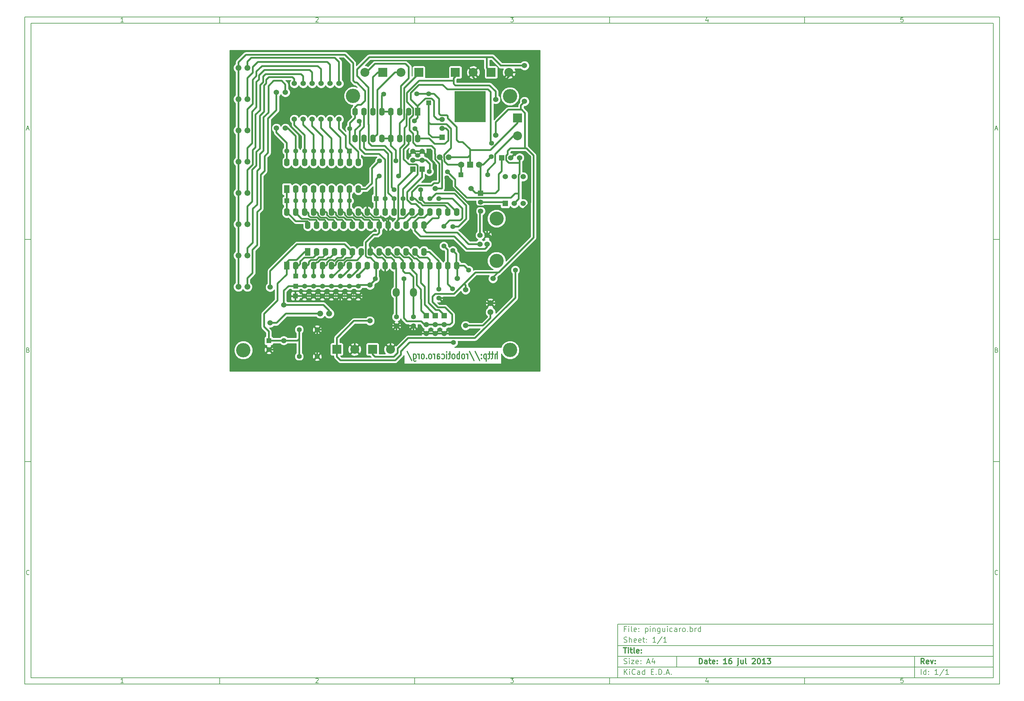
<source format=gbl>
G04 (created by PCBNEW-RS274X (2012-01-19 BZR 3256)-stable) date mar 16 jul 2013 12:41:11 ART*
G01*
G70*
G90*
%MOIN*%
G04 Gerber Fmt 3.4, Leading zero omitted, Abs format*
%FSLAX34Y34*%
G04 APERTURE LIST*
%ADD10C,0.006000*%
%ADD11C,0.012000*%
%ADD12C,0.060000*%
%ADD13C,0.157500*%
%ADD14R,0.060000X0.060000*%
%ADD15C,0.055000*%
%ADD16R,0.055000X0.055000*%
%ADD17R,0.350000X0.350000*%
%ADD18C,0.070000*%
%ADD19R,0.070000X0.070000*%
%ADD20C,0.066000*%
%ADD21R,0.062000X0.090000*%
%ADD22O,0.062000X0.090000*%
%ADD23O,0.078700X0.098400*%
%ADD24R,0.100000X0.100000*%
%ADD25C,0.100000*%
%ADD26C,0.160000*%
%ADD27C,0.055100*%
%ADD28C,0.019700*%
%ADD29C,0.010000*%
G04 APERTURE END LIST*
G54D10*
X04000Y-04000D02*
X113000Y-04000D01*
X113000Y-78670D01*
X04000Y-78670D01*
X04000Y-04000D01*
X04700Y-04700D02*
X112300Y-04700D01*
X112300Y-77970D01*
X04700Y-77970D01*
X04700Y-04700D01*
X25800Y-04000D02*
X25800Y-04700D01*
X15043Y-04552D02*
X14757Y-04552D01*
X14900Y-04552D02*
X14900Y-04052D01*
X14852Y-04124D01*
X14805Y-04171D01*
X14757Y-04195D01*
X25800Y-78670D02*
X25800Y-77970D01*
X15043Y-78522D02*
X14757Y-78522D01*
X14900Y-78522D02*
X14900Y-78022D01*
X14852Y-78094D01*
X14805Y-78141D01*
X14757Y-78165D01*
X47600Y-04000D02*
X47600Y-04700D01*
X36557Y-04100D02*
X36581Y-04076D01*
X36629Y-04052D01*
X36748Y-04052D01*
X36795Y-04076D01*
X36819Y-04100D01*
X36843Y-04148D01*
X36843Y-04195D01*
X36819Y-04267D01*
X36533Y-04552D01*
X36843Y-04552D01*
X47600Y-78670D02*
X47600Y-77970D01*
X36557Y-78070D02*
X36581Y-78046D01*
X36629Y-78022D01*
X36748Y-78022D01*
X36795Y-78046D01*
X36819Y-78070D01*
X36843Y-78118D01*
X36843Y-78165D01*
X36819Y-78237D01*
X36533Y-78522D01*
X36843Y-78522D01*
X69400Y-04000D02*
X69400Y-04700D01*
X58333Y-04052D02*
X58643Y-04052D01*
X58476Y-04243D01*
X58548Y-04243D01*
X58595Y-04267D01*
X58619Y-04290D01*
X58643Y-04338D01*
X58643Y-04457D01*
X58619Y-04505D01*
X58595Y-04529D01*
X58548Y-04552D01*
X58405Y-04552D01*
X58357Y-04529D01*
X58333Y-04505D01*
X69400Y-78670D02*
X69400Y-77970D01*
X58333Y-78022D02*
X58643Y-78022D01*
X58476Y-78213D01*
X58548Y-78213D01*
X58595Y-78237D01*
X58619Y-78260D01*
X58643Y-78308D01*
X58643Y-78427D01*
X58619Y-78475D01*
X58595Y-78499D01*
X58548Y-78522D01*
X58405Y-78522D01*
X58357Y-78499D01*
X58333Y-78475D01*
X91200Y-04000D02*
X91200Y-04700D01*
X80395Y-04219D02*
X80395Y-04552D01*
X80276Y-04029D02*
X80157Y-04386D01*
X80467Y-04386D01*
X91200Y-78670D02*
X91200Y-77970D01*
X80395Y-78189D02*
X80395Y-78522D01*
X80276Y-77999D02*
X80157Y-78356D01*
X80467Y-78356D01*
X102219Y-04052D02*
X101981Y-04052D01*
X101957Y-04290D01*
X101981Y-04267D01*
X102029Y-04243D01*
X102148Y-04243D01*
X102195Y-04267D01*
X102219Y-04290D01*
X102243Y-04338D01*
X102243Y-04457D01*
X102219Y-04505D01*
X102195Y-04529D01*
X102148Y-04552D01*
X102029Y-04552D01*
X101981Y-04529D01*
X101957Y-04505D01*
X102219Y-78022D02*
X101981Y-78022D01*
X101957Y-78260D01*
X101981Y-78237D01*
X102029Y-78213D01*
X102148Y-78213D01*
X102195Y-78237D01*
X102219Y-78260D01*
X102243Y-78308D01*
X102243Y-78427D01*
X102219Y-78475D01*
X102195Y-78499D01*
X102148Y-78522D01*
X102029Y-78522D01*
X101981Y-78499D01*
X101957Y-78475D01*
X04000Y-28890D02*
X04700Y-28890D01*
X04231Y-16510D02*
X04469Y-16510D01*
X04184Y-16652D02*
X04350Y-16152D01*
X04517Y-16652D01*
X113000Y-28890D02*
X112300Y-28890D01*
X112531Y-16510D02*
X112769Y-16510D01*
X112484Y-16652D02*
X112650Y-16152D01*
X112817Y-16652D01*
X04000Y-53780D02*
X04700Y-53780D01*
X04386Y-41280D02*
X04457Y-41304D01*
X04481Y-41328D01*
X04505Y-41376D01*
X04505Y-41447D01*
X04481Y-41495D01*
X04457Y-41519D01*
X04410Y-41542D01*
X04219Y-41542D01*
X04219Y-41042D01*
X04386Y-41042D01*
X04433Y-41066D01*
X04457Y-41090D01*
X04481Y-41138D01*
X04481Y-41185D01*
X04457Y-41233D01*
X04433Y-41257D01*
X04386Y-41280D01*
X04219Y-41280D01*
X113000Y-53780D02*
X112300Y-53780D01*
X112686Y-41280D02*
X112757Y-41304D01*
X112781Y-41328D01*
X112805Y-41376D01*
X112805Y-41447D01*
X112781Y-41495D01*
X112757Y-41519D01*
X112710Y-41542D01*
X112519Y-41542D01*
X112519Y-41042D01*
X112686Y-41042D01*
X112733Y-41066D01*
X112757Y-41090D01*
X112781Y-41138D01*
X112781Y-41185D01*
X112757Y-41233D01*
X112733Y-41257D01*
X112686Y-41280D01*
X112519Y-41280D01*
X04505Y-66385D02*
X04481Y-66409D01*
X04410Y-66432D01*
X04362Y-66432D01*
X04290Y-66409D01*
X04243Y-66361D01*
X04219Y-66313D01*
X04195Y-66218D01*
X04195Y-66147D01*
X04219Y-66051D01*
X04243Y-66004D01*
X04290Y-65956D01*
X04362Y-65932D01*
X04410Y-65932D01*
X04481Y-65956D01*
X04505Y-65980D01*
X112805Y-66385D02*
X112781Y-66409D01*
X112710Y-66432D01*
X112662Y-66432D01*
X112590Y-66409D01*
X112543Y-66361D01*
X112519Y-66313D01*
X112495Y-66218D01*
X112495Y-66147D01*
X112519Y-66051D01*
X112543Y-66004D01*
X112590Y-65956D01*
X112662Y-65932D01*
X112710Y-65932D01*
X112781Y-65956D01*
X112805Y-65980D01*
G54D11*
X79443Y-76413D02*
X79443Y-75813D01*
X79586Y-75813D01*
X79671Y-75841D01*
X79729Y-75899D01*
X79757Y-75956D01*
X79786Y-76070D01*
X79786Y-76156D01*
X79757Y-76270D01*
X79729Y-76327D01*
X79671Y-76384D01*
X79586Y-76413D01*
X79443Y-76413D01*
X80300Y-76413D02*
X80300Y-76099D01*
X80271Y-76041D01*
X80214Y-76013D01*
X80100Y-76013D01*
X80043Y-76041D01*
X80300Y-76384D02*
X80243Y-76413D01*
X80100Y-76413D01*
X80043Y-76384D01*
X80014Y-76327D01*
X80014Y-76270D01*
X80043Y-76213D01*
X80100Y-76184D01*
X80243Y-76184D01*
X80300Y-76156D01*
X80500Y-76013D02*
X80729Y-76013D01*
X80586Y-75813D02*
X80586Y-76327D01*
X80614Y-76384D01*
X80672Y-76413D01*
X80729Y-76413D01*
X81157Y-76384D02*
X81100Y-76413D01*
X80986Y-76413D01*
X80929Y-76384D01*
X80900Y-76327D01*
X80900Y-76099D01*
X80929Y-76041D01*
X80986Y-76013D01*
X81100Y-76013D01*
X81157Y-76041D01*
X81186Y-76099D01*
X81186Y-76156D01*
X80900Y-76213D01*
X81443Y-76356D02*
X81471Y-76384D01*
X81443Y-76413D01*
X81414Y-76384D01*
X81443Y-76356D01*
X81443Y-76413D01*
X81443Y-76041D02*
X81471Y-76070D01*
X81443Y-76099D01*
X81414Y-76070D01*
X81443Y-76041D01*
X81443Y-76099D01*
X82500Y-76413D02*
X82157Y-76413D01*
X82329Y-76413D02*
X82329Y-75813D01*
X82272Y-75899D01*
X82214Y-75956D01*
X82157Y-75984D01*
X83014Y-75813D02*
X82900Y-75813D01*
X82843Y-75841D01*
X82814Y-75870D01*
X82757Y-75956D01*
X82728Y-76070D01*
X82728Y-76299D01*
X82757Y-76356D01*
X82785Y-76384D01*
X82843Y-76413D01*
X82957Y-76413D01*
X83014Y-76384D01*
X83043Y-76356D01*
X83071Y-76299D01*
X83071Y-76156D01*
X83043Y-76099D01*
X83014Y-76070D01*
X82957Y-76041D01*
X82843Y-76041D01*
X82785Y-76070D01*
X82757Y-76099D01*
X82728Y-76156D01*
X83785Y-76013D02*
X83785Y-76527D01*
X83756Y-76584D01*
X83699Y-76613D01*
X83671Y-76613D01*
X83785Y-75813D02*
X83756Y-75841D01*
X83785Y-75870D01*
X83813Y-75841D01*
X83785Y-75813D01*
X83785Y-75870D01*
X84328Y-76013D02*
X84328Y-76413D01*
X84071Y-76013D02*
X84071Y-76327D01*
X84099Y-76384D01*
X84157Y-76413D01*
X84242Y-76413D01*
X84299Y-76384D01*
X84328Y-76356D01*
X84700Y-76413D02*
X84642Y-76384D01*
X84614Y-76327D01*
X84614Y-75813D01*
X85356Y-75870D02*
X85385Y-75841D01*
X85442Y-75813D01*
X85585Y-75813D01*
X85642Y-75841D01*
X85671Y-75870D01*
X85699Y-75927D01*
X85699Y-75984D01*
X85671Y-76070D01*
X85328Y-76413D01*
X85699Y-76413D01*
X86070Y-75813D02*
X86127Y-75813D01*
X86184Y-75841D01*
X86213Y-75870D01*
X86242Y-75927D01*
X86270Y-76041D01*
X86270Y-76184D01*
X86242Y-76299D01*
X86213Y-76356D01*
X86184Y-76384D01*
X86127Y-76413D01*
X86070Y-76413D01*
X86013Y-76384D01*
X85984Y-76356D01*
X85956Y-76299D01*
X85927Y-76184D01*
X85927Y-76041D01*
X85956Y-75927D01*
X85984Y-75870D01*
X86013Y-75841D01*
X86070Y-75813D01*
X86841Y-76413D02*
X86498Y-76413D01*
X86670Y-76413D02*
X86670Y-75813D01*
X86613Y-75899D01*
X86555Y-75956D01*
X86498Y-75984D01*
X87041Y-75813D02*
X87412Y-75813D01*
X87212Y-76041D01*
X87298Y-76041D01*
X87355Y-76070D01*
X87384Y-76099D01*
X87412Y-76156D01*
X87412Y-76299D01*
X87384Y-76356D01*
X87355Y-76384D01*
X87298Y-76413D01*
X87126Y-76413D01*
X87069Y-76384D01*
X87041Y-76356D01*
G54D10*
X71043Y-77613D02*
X71043Y-77013D01*
X71386Y-77613D02*
X71129Y-77270D01*
X71386Y-77013D02*
X71043Y-77356D01*
X71643Y-77613D02*
X71643Y-77213D01*
X71643Y-77013D02*
X71614Y-77041D01*
X71643Y-77070D01*
X71671Y-77041D01*
X71643Y-77013D01*
X71643Y-77070D01*
X72272Y-77556D02*
X72243Y-77584D01*
X72157Y-77613D01*
X72100Y-77613D01*
X72015Y-77584D01*
X71957Y-77527D01*
X71929Y-77470D01*
X71900Y-77356D01*
X71900Y-77270D01*
X71929Y-77156D01*
X71957Y-77099D01*
X72015Y-77041D01*
X72100Y-77013D01*
X72157Y-77013D01*
X72243Y-77041D01*
X72272Y-77070D01*
X72786Y-77613D02*
X72786Y-77299D01*
X72757Y-77241D01*
X72700Y-77213D01*
X72586Y-77213D01*
X72529Y-77241D01*
X72786Y-77584D02*
X72729Y-77613D01*
X72586Y-77613D01*
X72529Y-77584D01*
X72500Y-77527D01*
X72500Y-77470D01*
X72529Y-77413D01*
X72586Y-77384D01*
X72729Y-77384D01*
X72786Y-77356D01*
X73329Y-77613D02*
X73329Y-77013D01*
X73329Y-77584D02*
X73272Y-77613D01*
X73158Y-77613D01*
X73100Y-77584D01*
X73072Y-77556D01*
X73043Y-77499D01*
X73043Y-77327D01*
X73072Y-77270D01*
X73100Y-77241D01*
X73158Y-77213D01*
X73272Y-77213D01*
X73329Y-77241D01*
X74072Y-77299D02*
X74272Y-77299D01*
X74358Y-77613D02*
X74072Y-77613D01*
X74072Y-77013D01*
X74358Y-77013D01*
X74615Y-77556D02*
X74643Y-77584D01*
X74615Y-77613D01*
X74586Y-77584D01*
X74615Y-77556D01*
X74615Y-77613D01*
X74901Y-77613D02*
X74901Y-77013D01*
X75044Y-77013D01*
X75129Y-77041D01*
X75187Y-77099D01*
X75215Y-77156D01*
X75244Y-77270D01*
X75244Y-77356D01*
X75215Y-77470D01*
X75187Y-77527D01*
X75129Y-77584D01*
X75044Y-77613D01*
X74901Y-77613D01*
X75501Y-77556D02*
X75529Y-77584D01*
X75501Y-77613D01*
X75472Y-77584D01*
X75501Y-77556D01*
X75501Y-77613D01*
X75758Y-77441D02*
X76044Y-77441D01*
X75701Y-77613D02*
X75901Y-77013D01*
X76101Y-77613D01*
X76301Y-77556D02*
X76329Y-77584D01*
X76301Y-77613D01*
X76272Y-77584D01*
X76301Y-77556D01*
X76301Y-77613D01*
G54D11*
X104586Y-76413D02*
X104386Y-76127D01*
X104243Y-76413D02*
X104243Y-75813D01*
X104471Y-75813D01*
X104529Y-75841D01*
X104557Y-75870D01*
X104586Y-75927D01*
X104586Y-76013D01*
X104557Y-76070D01*
X104529Y-76099D01*
X104471Y-76127D01*
X104243Y-76127D01*
X105071Y-76384D02*
X105014Y-76413D01*
X104900Y-76413D01*
X104843Y-76384D01*
X104814Y-76327D01*
X104814Y-76099D01*
X104843Y-76041D01*
X104900Y-76013D01*
X105014Y-76013D01*
X105071Y-76041D01*
X105100Y-76099D01*
X105100Y-76156D01*
X104814Y-76213D01*
X105300Y-76013D02*
X105443Y-76413D01*
X105585Y-76013D01*
X105814Y-76356D02*
X105842Y-76384D01*
X105814Y-76413D01*
X105785Y-76384D01*
X105814Y-76356D01*
X105814Y-76413D01*
X105814Y-76041D02*
X105842Y-76070D01*
X105814Y-76099D01*
X105785Y-76070D01*
X105814Y-76041D01*
X105814Y-76099D01*
G54D10*
X71014Y-76384D02*
X71100Y-76413D01*
X71243Y-76413D01*
X71300Y-76384D01*
X71329Y-76356D01*
X71357Y-76299D01*
X71357Y-76241D01*
X71329Y-76184D01*
X71300Y-76156D01*
X71243Y-76127D01*
X71129Y-76099D01*
X71071Y-76070D01*
X71043Y-76041D01*
X71014Y-75984D01*
X71014Y-75927D01*
X71043Y-75870D01*
X71071Y-75841D01*
X71129Y-75813D01*
X71271Y-75813D01*
X71357Y-75841D01*
X71614Y-76413D02*
X71614Y-76013D01*
X71614Y-75813D02*
X71585Y-75841D01*
X71614Y-75870D01*
X71642Y-75841D01*
X71614Y-75813D01*
X71614Y-75870D01*
X71843Y-76013D02*
X72157Y-76013D01*
X71843Y-76413D01*
X72157Y-76413D01*
X72614Y-76384D02*
X72557Y-76413D01*
X72443Y-76413D01*
X72386Y-76384D01*
X72357Y-76327D01*
X72357Y-76099D01*
X72386Y-76041D01*
X72443Y-76013D01*
X72557Y-76013D01*
X72614Y-76041D01*
X72643Y-76099D01*
X72643Y-76156D01*
X72357Y-76213D01*
X72900Y-76356D02*
X72928Y-76384D01*
X72900Y-76413D01*
X72871Y-76384D01*
X72900Y-76356D01*
X72900Y-76413D01*
X72900Y-76041D02*
X72928Y-76070D01*
X72900Y-76099D01*
X72871Y-76070D01*
X72900Y-76041D01*
X72900Y-76099D01*
X73614Y-76241D02*
X73900Y-76241D01*
X73557Y-76413D02*
X73757Y-75813D01*
X73957Y-76413D01*
X74414Y-76013D02*
X74414Y-76413D01*
X74271Y-75784D02*
X74128Y-76213D01*
X74500Y-76213D01*
X104243Y-77613D02*
X104243Y-77013D01*
X104786Y-77613D02*
X104786Y-77013D01*
X104786Y-77584D02*
X104729Y-77613D01*
X104615Y-77613D01*
X104557Y-77584D01*
X104529Y-77556D01*
X104500Y-77499D01*
X104500Y-77327D01*
X104529Y-77270D01*
X104557Y-77241D01*
X104615Y-77213D01*
X104729Y-77213D01*
X104786Y-77241D01*
X105072Y-77556D02*
X105100Y-77584D01*
X105072Y-77613D01*
X105043Y-77584D01*
X105072Y-77556D01*
X105072Y-77613D01*
X105072Y-77241D02*
X105100Y-77270D01*
X105072Y-77299D01*
X105043Y-77270D01*
X105072Y-77241D01*
X105072Y-77299D01*
X106129Y-77613D02*
X105786Y-77613D01*
X105958Y-77613D02*
X105958Y-77013D01*
X105901Y-77099D01*
X105843Y-77156D01*
X105786Y-77184D01*
X106814Y-76984D02*
X106300Y-77756D01*
X107329Y-77613D02*
X106986Y-77613D01*
X107158Y-77613D02*
X107158Y-77013D01*
X107101Y-77099D01*
X107043Y-77156D01*
X106986Y-77184D01*
G54D11*
X70957Y-74613D02*
X71300Y-74613D01*
X71129Y-75213D02*
X71129Y-74613D01*
X71500Y-75213D02*
X71500Y-74813D01*
X71500Y-74613D02*
X71471Y-74641D01*
X71500Y-74670D01*
X71528Y-74641D01*
X71500Y-74613D01*
X71500Y-74670D01*
X71700Y-74813D02*
X71929Y-74813D01*
X71786Y-74613D02*
X71786Y-75127D01*
X71814Y-75184D01*
X71872Y-75213D01*
X71929Y-75213D01*
X72215Y-75213D02*
X72157Y-75184D01*
X72129Y-75127D01*
X72129Y-74613D01*
X72671Y-75184D02*
X72614Y-75213D01*
X72500Y-75213D01*
X72443Y-75184D01*
X72414Y-75127D01*
X72414Y-74899D01*
X72443Y-74841D01*
X72500Y-74813D01*
X72614Y-74813D01*
X72671Y-74841D01*
X72700Y-74899D01*
X72700Y-74956D01*
X72414Y-75013D01*
X72957Y-75156D02*
X72985Y-75184D01*
X72957Y-75213D01*
X72928Y-75184D01*
X72957Y-75156D01*
X72957Y-75213D01*
X72957Y-74841D02*
X72985Y-74870D01*
X72957Y-74899D01*
X72928Y-74870D01*
X72957Y-74841D01*
X72957Y-74899D01*
G54D10*
X71243Y-72499D02*
X71043Y-72499D01*
X71043Y-72813D02*
X71043Y-72213D01*
X71329Y-72213D01*
X71557Y-72813D02*
X71557Y-72413D01*
X71557Y-72213D02*
X71528Y-72241D01*
X71557Y-72270D01*
X71585Y-72241D01*
X71557Y-72213D01*
X71557Y-72270D01*
X71929Y-72813D02*
X71871Y-72784D01*
X71843Y-72727D01*
X71843Y-72213D01*
X72385Y-72784D02*
X72328Y-72813D01*
X72214Y-72813D01*
X72157Y-72784D01*
X72128Y-72727D01*
X72128Y-72499D01*
X72157Y-72441D01*
X72214Y-72413D01*
X72328Y-72413D01*
X72385Y-72441D01*
X72414Y-72499D01*
X72414Y-72556D01*
X72128Y-72613D01*
X72671Y-72756D02*
X72699Y-72784D01*
X72671Y-72813D01*
X72642Y-72784D01*
X72671Y-72756D01*
X72671Y-72813D01*
X72671Y-72441D02*
X72699Y-72470D01*
X72671Y-72499D01*
X72642Y-72470D01*
X72671Y-72441D01*
X72671Y-72499D01*
X73414Y-72413D02*
X73414Y-73013D01*
X73414Y-72441D02*
X73471Y-72413D01*
X73585Y-72413D01*
X73642Y-72441D01*
X73671Y-72470D01*
X73700Y-72527D01*
X73700Y-72699D01*
X73671Y-72756D01*
X73642Y-72784D01*
X73585Y-72813D01*
X73471Y-72813D01*
X73414Y-72784D01*
X73957Y-72813D02*
X73957Y-72413D01*
X73957Y-72213D02*
X73928Y-72241D01*
X73957Y-72270D01*
X73985Y-72241D01*
X73957Y-72213D01*
X73957Y-72270D01*
X74243Y-72413D02*
X74243Y-72813D01*
X74243Y-72470D02*
X74271Y-72441D01*
X74329Y-72413D01*
X74414Y-72413D01*
X74471Y-72441D01*
X74500Y-72499D01*
X74500Y-72813D01*
X75043Y-72413D02*
X75043Y-72899D01*
X75014Y-72956D01*
X74986Y-72984D01*
X74929Y-73013D01*
X74843Y-73013D01*
X74786Y-72984D01*
X75043Y-72784D02*
X74986Y-72813D01*
X74872Y-72813D01*
X74814Y-72784D01*
X74786Y-72756D01*
X74757Y-72699D01*
X74757Y-72527D01*
X74786Y-72470D01*
X74814Y-72441D01*
X74872Y-72413D01*
X74986Y-72413D01*
X75043Y-72441D01*
X75586Y-72413D02*
X75586Y-72813D01*
X75329Y-72413D02*
X75329Y-72727D01*
X75357Y-72784D01*
X75415Y-72813D01*
X75500Y-72813D01*
X75557Y-72784D01*
X75586Y-72756D01*
X75872Y-72813D02*
X75872Y-72413D01*
X75872Y-72213D02*
X75843Y-72241D01*
X75872Y-72270D01*
X75900Y-72241D01*
X75872Y-72213D01*
X75872Y-72270D01*
X76415Y-72784D02*
X76358Y-72813D01*
X76244Y-72813D01*
X76186Y-72784D01*
X76158Y-72756D01*
X76129Y-72699D01*
X76129Y-72527D01*
X76158Y-72470D01*
X76186Y-72441D01*
X76244Y-72413D01*
X76358Y-72413D01*
X76415Y-72441D01*
X76929Y-72813D02*
X76929Y-72499D01*
X76900Y-72441D01*
X76843Y-72413D01*
X76729Y-72413D01*
X76672Y-72441D01*
X76929Y-72784D02*
X76872Y-72813D01*
X76729Y-72813D01*
X76672Y-72784D01*
X76643Y-72727D01*
X76643Y-72670D01*
X76672Y-72613D01*
X76729Y-72584D01*
X76872Y-72584D01*
X76929Y-72556D01*
X77215Y-72813D02*
X77215Y-72413D01*
X77215Y-72527D02*
X77243Y-72470D01*
X77272Y-72441D01*
X77329Y-72413D01*
X77386Y-72413D01*
X77672Y-72813D02*
X77614Y-72784D01*
X77586Y-72756D01*
X77557Y-72699D01*
X77557Y-72527D01*
X77586Y-72470D01*
X77614Y-72441D01*
X77672Y-72413D01*
X77757Y-72413D01*
X77814Y-72441D01*
X77843Y-72470D01*
X77872Y-72527D01*
X77872Y-72699D01*
X77843Y-72756D01*
X77814Y-72784D01*
X77757Y-72813D01*
X77672Y-72813D01*
X78129Y-72756D02*
X78157Y-72784D01*
X78129Y-72813D01*
X78100Y-72784D01*
X78129Y-72756D01*
X78129Y-72813D01*
X78415Y-72813D02*
X78415Y-72213D01*
X78415Y-72441D02*
X78472Y-72413D01*
X78586Y-72413D01*
X78643Y-72441D01*
X78672Y-72470D01*
X78701Y-72527D01*
X78701Y-72699D01*
X78672Y-72756D01*
X78643Y-72784D01*
X78586Y-72813D01*
X78472Y-72813D01*
X78415Y-72784D01*
X78958Y-72813D02*
X78958Y-72413D01*
X78958Y-72527D02*
X78986Y-72470D01*
X79015Y-72441D01*
X79072Y-72413D01*
X79129Y-72413D01*
X79586Y-72813D02*
X79586Y-72213D01*
X79586Y-72784D02*
X79529Y-72813D01*
X79415Y-72813D01*
X79357Y-72784D01*
X79329Y-72756D01*
X79300Y-72699D01*
X79300Y-72527D01*
X79329Y-72470D01*
X79357Y-72441D01*
X79415Y-72413D01*
X79529Y-72413D01*
X79586Y-72441D01*
X71014Y-73984D02*
X71100Y-74013D01*
X71243Y-74013D01*
X71300Y-73984D01*
X71329Y-73956D01*
X71357Y-73899D01*
X71357Y-73841D01*
X71329Y-73784D01*
X71300Y-73756D01*
X71243Y-73727D01*
X71129Y-73699D01*
X71071Y-73670D01*
X71043Y-73641D01*
X71014Y-73584D01*
X71014Y-73527D01*
X71043Y-73470D01*
X71071Y-73441D01*
X71129Y-73413D01*
X71271Y-73413D01*
X71357Y-73441D01*
X71614Y-74013D02*
X71614Y-73413D01*
X71871Y-74013D02*
X71871Y-73699D01*
X71842Y-73641D01*
X71785Y-73613D01*
X71700Y-73613D01*
X71642Y-73641D01*
X71614Y-73670D01*
X72385Y-73984D02*
X72328Y-74013D01*
X72214Y-74013D01*
X72157Y-73984D01*
X72128Y-73927D01*
X72128Y-73699D01*
X72157Y-73641D01*
X72214Y-73613D01*
X72328Y-73613D01*
X72385Y-73641D01*
X72414Y-73699D01*
X72414Y-73756D01*
X72128Y-73813D01*
X72899Y-73984D02*
X72842Y-74013D01*
X72728Y-74013D01*
X72671Y-73984D01*
X72642Y-73927D01*
X72642Y-73699D01*
X72671Y-73641D01*
X72728Y-73613D01*
X72842Y-73613D01*
X72899Y-73641D01*
X72928Y-73699D01*
X72928Y-73756D01*
X72642Y-73813D01*
X73099Y-73613D02*
X73328Y-73613D01*
X73185Y-73413D02*
X73185Y-73927D01*
X73213Y-73984D01*
X73271Y-74013D01*
X73328Y-74013D01*
X73528Y-73956D02*
X73556Y-73984D01*
X73528Y-74013D01*
X73499Y-73984D01*
X73528Y-73956D01*
X73528Y-74013D01*
X73528Y-73641D02*
X73556Y-73670D01*
X73528Y-73699D01*
X73499Y-73670D01*
X73528Y-73641D01*
X73528Y-73699D01*
X74585Y-74013D02*
X74242Y-74013D01*
X74414Y-74013D02*
X74414Y-73413D01*
X74357Y-73499D01*
X74299Y-73556D01*
X74242Y-73584D01*
X75270Y-73384D02*
X74756Y-74156D01*
X75785Y-74013D02*
X75442Y-74013D01*
X75614Y-74013D02*
X75614Y-73413D01*
X75557Y-73499D01*
X75499Y-73556D01*
X75442Y-73584D01*
X70300Y-71970D02*
X70300Y-77970D01*
X70300Y-71970D02*
X112300Y-71970D01*
X70300Y-71970D02*
X112300Y-71970D01*
X70300Y-74370D02*
X112300Y-74370D01*
X103500Y-75570D02*
X103500Y-77970D01*
X70300Y-76770D02*
X112300Y-76770D01*
X70300Y-75570D02*
X112300Y-75570D01*
X76900Y-75570D02*
X76900Y-76770D01*
G54D11*
X56851Y-42274D02*
X56851Y-41474D01*
X56594Y-42274D02*
X56594Y-41855D01*
X56623Y-41779D01*
X56680Y-41740D01*
X56765Y-41740D01*
X56823Y-41779D01*
X56851Y-41817D01*
X56394Y-41740D02*
X56165Y-41740D01*
X56308Y-41474D02*
X56308Y-42160D01*
X56280Y-42236D01*
X56222Y-42274D01*
X56165Y-42274D01*
X56051Y-41740D02*
X55822Y-41740D01*
X55965Y-41474D02*
X55965Y-42160D01*
X55937Y-42236D01*
X55879Y-42274D01*
X55822Y-42274D01*
X55622Y-41740D02*
X55622Y-42540D01*
X55622Y-41779D02*
X55565Y-41740D01*
X55451Y-41740D01*
X55394Y-41779D01*
X55365Y-41817D01*
X55336Y-41893D01*
X55336Y-42121D01*
X55365Y-42198D01*
X55394Y-42236D01*
X55451Y-42274D01*
X55565Y-42274D01*
X55622Y-42236D01*
X55079Y-42198D02*
X55051Y-42236D01*
X55079Y-42274D01*
X55108Y-42236D01*
X55079Y-42198D01*
X55079Y-42274D01*
X55079Y-41779D02*
X55051Y-41817D01*
X55079Y-41855D01*
X55108Y-41817D01*
X55079Y-41779D01*
X55079Y-41855D01*
X54365Y-41436D02*
X54879Y-42464D01*
X53736Y-41436D02*
X54250Y-42464D01*
X53535Y-42274D02*
X53535Y-41740D01*
X53535Y-41893D02*
X53507Y-41817D01*
X53478Y-41779D01*
X53421Y-41740D01*
X53364Y-41740D01*
X53078Y-42274D02*
X53136Y-42236D01*
X53164Y-42198D01*
X53193Y-42121D01*
X53193Y-41893D01*
X53164Y-41817D01*
X53136Y-41779D01*
X53078Y-41740D01*
X52993Y-41740D01*
X52936Y-41779D01*
X52907Y-41817D01*
X52878Y-41893D01*
X52878Y-42121D01*
X52907Y-42198D01*
X52936Y-42236D01*
X52993Y-42274D01*
X53078Y-42274D01*
X52621Y-42274D02*
X52621Y-41474D01*
X52621Y-41779D02*
X52564Y-41740D01*
X52450Y-41740D01*
X52393Y-41779D01*
X52364Y-41817D01*
X52335Y-41893D01*
X52335Y-42121D01*
X52364Y-42198D01*
X52393Y-42236D01*
X52450Y-42274D01*
X52564Y-42274D01*
X52621Y-42236D01*
X51992Y-42274D02*
X52050Y-42236D01*
X52078Y-42198D01*
X52107Y-42121D01*
X52107Y-41893D01*
X52078Y-41817D01*
X52050Y-41779D01*
X51992Y-41740D01*
X51907Y-41740D01*
X51850Y-41779D01*
X51821Y-41817D01*
X51792Y-41893D01*
X51792Y-42121D01*
X51821Y-42198D01*
X51850Y-42236D01*
X51907Y-42274D01*
X51992Y-42274D01*
X51621Y-41740D02*
X51392Y-41740D01*
X51535Y-41474D02*
X51535Y-42160D01*
X51507Y-42236D01*
X51449Y-42274D01*
X51392Y-42274D01*
X51192Y-42274D02*
X51192Y-41740D01*
X51192Y-41474D02*
X51221Y-41512D01*
X51192Y-41550D01*
X51164Y-41512D01*
X51192Y-41474D01*
X51192Y-41550D01*
X50649Y-42236D02*
X50706Y-42274D01*
X50820Y-42274D01*
X50878Y-42236D01*
X50906Y-42198D01*
X50935Y-42121D01*
X50935Y-41893D01*
X50906Y-41817D01*
X50878Y-41779D01*
X50820Y-41740D01*
X50706Y-41740D01*
X50649Y-41779D01*
X50135Y-42274D02*
X50135Y-41855D01*
X50164Y-41779D01*
X50221Y-41740D01*
X50335Y-41740D01*
X50392Y-41779D01*
X50135Y-42236D02*
X50192Y-42274D01*
X50335Y-42274D01*
X50392Y-42236D01*
X50421Y-42160D01*
X50421Y-42083D01*
X50392Y-42007D01*
X50335Y-41969D01*
X50192Y-41969D01*
X50135Y-41931D01*
X49849Y-42274D02*
X49849Y-41740D01*
X49849Y-41893D02*
X49821Y-41817D01*
X49792Y-41779D01*
X49735Y-41740D01*
X49678Y-41740D01*
X49392Y-42274D02*
X49450Y-42236D01*
X49478Y-42198D01*
X49507Y-42121D01*
X49507Y-41893D01*
X49478Y-41817D01*
X49450Y-41779D01*
X49392Y-41740D01*
X49307Y-41740D01*
X49250Y-41779D01*
X49221Y-41817D01*
X49192Y-41893D01*
X49192Y-42121D01*
X49221Y-42198D01*
X49250Y-42236D01*
X49307Y-42274D01*
X49392Y-42274D01*
X48935Y-42198D02*
X48907Y-42236D01*
X48935Y-42274D01*
X48964Y-42236D01*
X48935Y-42198D01*
X48935Y-42274D01*
X48563Y-42274D02*
X48621Y-42236D01*
X48649Y-42198D01*
X48678Y-42121D01*
X48678Y-41893D01*
X48649Y-41817D01*
X48621Y-41779D01*
X48563Y-41740D01*
X48478Y-41740D01*
X48421Y-41779D01*
X48392Y-41817D01*
X48363Y-41893D01*
X48363Y-42121D01*
X48392Y-42198D01*
X48421Y-42236D01*
X48478Y-42274D01*
X48563Y-42274D01*
X48106Y-42274D02*
X48106Y-41740D01*
X48106Y-41893D02*
X48078Y-41817D01*
X48049Y-41779D01*
X47992Y-41740D01*
X47935Y-41740D01*
X47478Y-41740D02*
X47478Y-42388D01*
X47507Y-42464D01*
X47535Y-42502D01*
X47592Y-42540D01*
X47678Y-42540D01*
X47735Y-42502D01*
X47478Y-42236D02*
X47535Y-42274D01*
X47649Y-42274D01*
X47707Y-42236D01*
X47735Y-42198D01*
X47764Y-42121D01*
X47764Y-41893D01*
X47735Y-41817D01*
X47707Y-41779D01*
X47649Y-41740D01*
X47535Y-41740D01*
X47478Y-41779D01*
X46764Y-41436D02*
X47278Y-42464D01*
G54D12*
X54910Y-28430D03*
X54910Y-29430D03*
X55697Y-29430D03*
X55697Y-28430D03*
G54D13*
X56760Y-26568D03*
X56760Y-31292D03*
G54D14*
X57730Y-24880D03*
G54D12*
X58730Y-24880D03*
X59730Y-24880D03*
X59730Y-21880D03*
X58730Y-21880D03*
X57730Y-21880D03*
G54D15*
X34700Y-38995D03*
X36700Y-38995D03*
X34700Y-41995D03*
X36700Y-41995D03*
G54D16*
X40300Y-19000D03*
G54D15*
X39300Y-19000D03*
X38300Y-19000D03*
X37300Y-19000D03*
X36300Y-19000D03*
X35300Y-19000D03*
X34300Y-19000D03*
X33300Y-19000D03*
G54D16*
X34300Y-34120D03*
G54D15*
X35300Y-34120D03*
X36300Y-34120D03*
X37300Y-34120D03*
X38300Y-34120D03*
X39300Y-34120D03*
X40300Y-34120D03*
X41300Y-34120D03*
G54D16*
X34270Y-35236D03*
G54D15*
X35270Y-35236D03*
X36270Y-35236D03*
X37270Y-35236D03*
X38270Y-35236D03*
X39270Y-35236D03*
X40270Y-35236D03*
X41270Y-35236D03*
G54D16*
X34300Y-33000D03*
G54D15*
X35300Y-33000D03*
X36300Y-33000D03*
X37300Y-33000D03*
X38300Y-33000D03*
X39300Y-33000D03*
X40300Y-33000D03*
X41300Y-33000D03*
G54D16*
X43294Y-24332D03*
G54D15*
X44294Y-24332D03*
X45294Y-24332D03*
X46294Y-24332D03*
X47294Y-24332D03*
X48294Y-24332D03*
X49294Y-24332D03*
X50294Y-24332D03*
G54D16*
X33306Y-24584D03*
G54D15*
X34306Y-24584D03*
X35306Y-24584D03*
X36306Y-24584D03*
X37306Y-24584D03*
X38306Y-24584D03*
X39306Y-24584D03*
X40306Y-24584D03*
G54D12*
X42595Y-38015D03*
X42595Y-34015D03*
X56665Y-13225D03*
X56665Y-17225D03*
X59885Y-09445D03*
X59885Y-13445D03*
X52360Y-33285D03*
X56360Y-33285D03*
X31450Y-34250D03*
X31450Y-38250D03*
X32150Y-16450D03*
X32150Y-12450D03*
X33150Y-16450D03*
X33150Y-12450D03*
X34150Y-15450D03*
X34150Y-11450D03*
X35150Y-15450D03*
X35150Y-11450D03*
X36150Y-15450D03*
X36150Y-11450D03*
X37150Y-15450D03*
X37150Y-11450D03*
X38150Y-15450D03*
X38150Y-11450D03*
X39150Y-15450D03*
X39150Y-11450D03*
X49900Y-23200D03*
X53900Y-23200D03*
X53300Y-38540D03*
X53300Y-34540D03*
X32970Y-36220D03*
X32970Y-40220D03*
G54D14*
X50688Y-17478D03*
G54D12*
X50688Y-16478D03*
X50688Y-15478D03*
G54D14*
X57344Y-19756D03*
G54D12*
X58344Y-19756D03*
X59344Y-19756D03*
G54D14*
X48440Y-21020D03*
G54D12*
X48440Y-20020D03*
X48440Y-19020D03*
G54D14*
X47426Y-21020D03*
G54D12*
X47426Y-20020D03*
X47426Y-19020D03*
G54D14*
X50900Y-37450D03*
G54D12*
X50900Y-38450D03*
X50900Y-39450D03*
G54D14*
X49900Y-37450D03*
G54D12*
X49900Y-38450D03*
X49900Y-39450D03*
G54D14*
X48900Y-37450D03*
G54D12*
X48900Y-38450D03*
X48900Y-39450D03*
G54D14*
X54978Y-23728D03*
G54D12*
X54978Y-24728D03*
X54978Y-25728D03*
G54D17*
X53812Y-14026D03*
G54D18*
X52812Y-20526D03*
G54D19*
X53812Y-20526D03*
G54D18*
X54812Y-20526D03*
G54D20*
X38055Y-37205D03*
X37055Y-37205D03*
X28900Y-30700D03*
X27900Y-30700D03*
X28900Y-27200D03*
X27900Y-27200D03*
X28900Y-23700D03*
X27900Y-23700D03*
X28900Y-20200D03*
X27900Y-20200D03*
X28900Y-16700D03*
X27900Y-16700D03*
X28900Y-13200D03*
X27900Y-13200D03*
X28900Y-09700D03*
X27900Y-09700D03*
X50400Y-19700D03*
X51400Y-19700D03*
X56080Y-37040D03*
X56080Y-36040D03*
X28900Y-34200D03*
X27900Y-34200D03*
G54D21*
X33296Y-31830D03*
G54D22*
X34296Y-31830D03*
X35296Y-31830D03*
X36296Y-31830D03*
X37296Y-31830D03*
X38296Y-31830D03*
X39296Y-31830D03*
X40296Y-31830D03*
X41296Y-31830D03*
X42296Y-31830D03*
X43296Y-31830D03*
X44296Y-31830D03*
X45296Y-31830D03*
X46296Y-31830D03*
X47296Y-31830D03*
X48296Y-31830D03*
X49296Y-31830D03*
X50296Y-31830D03*
X51296Y-31830D03*
X52296Y-31830D03*
X52296Y-25830D03*
X51296Y-25830D03*
X50296Y-25830D03*
X49296Y-25830D03*
X48296Y-25830D03*
X47296Y-25830D03*
X46296Y-25830D03*
X45296Y-25830D03*
X44296Y-25830D03*
X43296Y-25830D03*
X42296Y-25830D03*
X41296Y-25830D03*
X40296Y-25830D03*
X39296Y-25830D03*
X38296Y-25830D03*
X37296Y-25830D03*
X36296Y-25830D03*
X35296Y-25830D03*
X34296Y-25830D03*
X33296Y-25830D03*
X36652Y-30298D03*
X37652Y-30298D03*
X38652Y-30298D03*
X39652Y-30298D03*
X40652Y-30298D03*
X41652Y-30298D03*
X42652Y-30298D03*
X43652Y-30298D03*
X44652Y-30298D03*
X45652Y-30298D03*
X46652Y-30298D03*
X47652Y-30298D03*
X48652Y-30298D03*
G54D21*
X35652Y-30298D03*
G54D22*
X48652Y-27298D03*
X47652Y-27298D03*
X46652Y-27298D03*
X45652Y-27298D03*
X44652Y-27298D03*
X43652Y-27298D03*
X42652Y-27298D03*
X41652Y-27298D03*
X40652Y-27298D03*
X39652Y-27298D03*
X38652Y-27298D03*
X37652Y-27298D03*
X36652Y-27298D03*
X35652Y-27298D03*
G54D21*
X33310Y-23270D03*
G54D22*
X34310Y-23270D03*
X35310Y-23270D03*
X36310Y-23270D03*
X37310Y-23270D03*
X38310Y-23270D03*
X39310Y-23270D03*
X40310Y-23270D03*
X41310Y-23270D03*
X41310Y-20270D03*
X40310Y-20270D03*
X39310Y-20270D03*
X38310Y-20270D03*
X37310Y-20270D03*
X36310Y-20270D03*
X35310Y-20270D03*
X34310Y-20270D03*
X33310Y-20270D03*
G54D21*
X47958Y-14618D03*
G54D22*
X46958Y-14618D03*
X45958Y-14618D03*
X44958Y-14618D03*
X43958Y-14618D03*
X42958Y-14618D03*
X41958Y-14618D03*
X40958Y-14618D03*
X40958Y-17618D03*
X41958Y-17618D03*
X42958Y-17618D03*
X43958Y-17618D03*
X44958Y-17618D03*
X45958Y-17618D03*
X46958Y-17618D03*
X47958Y-17618D03*
G54D16*
X52760Y-21680D03*
G54D15*
X55760Y-21680D03*
G54D23*
X45555Y-34826D03*
X47477Y-34826D03*
G54D16*
X31300Y-40250D03*
G54D15*
X31300Y-41250D03*
G54D16*
X49192Y-13612D03*
G54D15*
X49192Y-12612D03*
X47460Y-37580D03*
X47460Y-38580D03*
X45570Y-37580D03*
X45570Y-38580D03*
X50296Y-34466D03*
X50296Y-35466D03*
G54D24*
X52150Y-10200D03*
G54D25*
X54150Y-10200D03*
G54D24*
X56150Y-10200D03*
G54D25*
X58150Y-10200D03*
G54D24*
X42900Y-41200D03*
G54D25*
X44900Y-41200D03*
G54D24*
X38900Y-41200D03*
G54D25*
X40900Y-41200D03*
G54D24*
X59100Y-15300D03*
G54D25*
X59100Y-17300D03*
G54D24*
X48070Y-10200D03*
G54D25*
X46070Y-10200D03*
G54D24*
X44055Y-10195D03*
G54D25*
X42055Y-10195D03*
G54D26*
X58260Y-12870D03*
X40726Y-12832D03*
X28450Y-41300D03*
X58270Y-41280D03*
G54D27*
X49812Y-22016D03*
X51226Y-22016D03*
X43680Y-20100D03*
X44150Y-12620D03*
X47840Y-12610D03*
X45500Y-20100D03*
X50860Y-27420D03*
X50860Y-29640D03*
X51850Y-34450D03*
X51950Y-40450D03*
X53655Y-32340D03*
X51880Y-30140D03*
X58860Y-32325D03*
X51880Y-27480D03*
X45300Y-23340D03*
X48290Y-23320D03*
X45826Y-21802D03*
X43648Y-21802D03*
X43200Y-33300D03*
X51276Y-21330D03*
X46396Y-33300D03*
X49238Y-21302D03*
X56204Y-18138D03*
X47586Y-15642D03*
X41426Y-15664D03*
X56162Y-19628D03*
X47630Y-16500D03*
X40348Y-16500D03*
G54D28*
X40270Y-35236D02*
X39270Y-35236D01*
X60540Y-24776D02*
X60540Y-19650D01*
X51570Y-35466D02*
X50296Y-35466D01*
X58974Y-19126D02*
X58344Y-19756D01*
X39270Y-37580D02*
X39270Y-35236D01*
X52514Y-36500D02*
X52514Y-36410D01*
X43960Y-30920D02*
X44296Y-31256D01*
X45570Y-38580D02*
X44984Y-38580D01*
X36700Y-38995D02*
X37855Y-38995D01*
X59105Y-10405D02*
X58900Y-10200D01*
X53460Y-36500D02*
X52514Y-36500D01*
X44976Y-35490D02*
X44722Y-35236D01*
X44296Y-33716D02*
X44296Y-33690D01*
X38270Y-35236D02*
X37270Y-35236D01*
X48440Y-19020D02*
X47426Y-19020D01*
X42440Y-25830D02*
X42296Y-25830D01*
X47460Y-39122D02*
X47788Y-39450D01*
X56080Y-36040D02*
X53920Y-36040D01*
X51788Y-29040D02*
X47982Y-29040D01*
X44976Y-38572D02*
X44976Y-35490D01*
X32940Y-41250D02*
X34230Y-42540D01*
X36700Y-38995D02*
X36700Y-41995D01*
X58132Y-25710D02*
X58115Y-25727D01*
X55734Y-27690D02*
X55697Y-27727D01*
X58115Y-25727D02*
X58115Y-27236D01*
X58115Y-27236D02*
X57661Y-27690D01*
X57661Y-27690D02*
X55734Y-27690D01*
X51618Y-22408D02*
X51618Y-22876D01*
X53958Y-25216D02*
X56910Y-25216D01*
X61390Y-15715D02*
X61390Y-28840D01*
X56080Y-36040D02*
X57095Y-36040D01*
X61390Y-28840D02*
X58310Y-31920D01*
X61390Y-12190D02*
X61390Y-15715D01*
X59605Y-10405D02*
X61390Y-12190D01*
X59605Y-10405D02*
X59105Y-10405D01*
X48900Y-39450D02*
X49900Y-39450D01*
X60016Y-19126D02*
X58974Y-19126D01*
X42818Y-30298D02*
X43440Y-30920D01*
X60478Y-24838D02*
X60540Y-24776D01*
X44652Y-27298D02*
X44652Y-28292D01*
X40900Y-41200D02*
X40900Y-40492D01*
X57790Y-11020D02*
X54450Y-11020D01*
X54450Y-11020D02*
X54150Y-10720D01*
X44296Y-31256D02*
X44296Y-31830D01*
X60540Y-19650D02*
X60016Y-19126D01*
X44652Y-28608D02*
X44414Y-28846D01*
X55792Y-30404D02*
X53152Y-30404D01*
X42776Y-35236D02*
X44296Y-33716D01*
X47234Y-28292D02*
X44652Y-28292D01*
X44652Y-27298D02*
X44652Y-27022D01*
X50900Y-39450D02*
X52136Y-39450D01*
X42652Y-29288D02*
X42652Y-30298D01*
X44722Y-35236D02*
X42776Y-35236D01*
X55697Y-28430D02*
X55974Y-28430D01*
X49900Y-39450D02*
X50900Y-39450D01*
X41270Y-35236D02*
X42776Y-35236D01*
X54150Y-10720D02*
X54150Y-10200D01*
X56320Y-29876D02*
X55792Y-30404D01*
X44080Y-26450D02*
X43060Y-26450D01*
X53152Y-30404D02*
X51788Y-29040D01*
X58150Y-10660D02*
X57790Y-11020D01*
X45570Y-39526D02*
X44900Y-40196D01*
X44900Y-40276D02*
X44900Y-41200D01*
X44900Y-40196D02*
X44900Y-40276D01*
X45570Y-38580D02*
X45570Y-39526D01*
X40900Y-40492D02*
X41116Y-40276D01*
X41116Y-40276D02*
X44900Y-40276D01*
X55697Y-27727D02*
X55697Y-28430D01*
X47460Y-38580D02*
X47460Y-39122D01*
X58310Y-34825D02*
X57095Y-36040D01*
X58310Y-31920D02*
X58310Y-34825D01*
X53920Y-36040D02*
X53460Y-36500D01*
X51618Y-22876D02*
X53958Y-25216D01*
X51226Y-22016D02*
X51618Y-22408D01*
X56320Y-28776D02*
X56320Y-29876D01*
X49830Y-21998D02*
X49812Y-22016D01*
X44984Y-38580D02*
X44976Y-38572D01*
X43094Y-28846D02*
X42652Y-29288D01*
X48480Y-19020D02*
X49830Y-20370D01*
X43440Y-30920D02*
X43960Y-30920D01*
X52136Y-39450D02*
X52514Y-39072D01*
X58900Y-10200D02*
X58150Y-10200D01*
X48440Y-19020D02*
X48480Y-19020D01*
X42652Y-30298D02*
X42818Y-30298D01*
X37270Y-35236D02*
X36270Y-35236D01*
X44414Y-28846D02*
X43094Y-28846D01*
X47788Y-39450D02*
X48900Y-39450D01*
X47460Y-38580D02*
X45570Y-38580D01*
X59686Y-25630D02*
X58212Y-25630D01*
X60540Y-24776D02*
X59686Y-25630D01*
X58212Y-25630D02*
X58132Y-25710D01*
X44652Y-27022D02*
X44080Y-26450D01*
X43060Y-26450D02*
X42440Y-25830D01*
X49830Y-20370D02*
X49830Y-21998D01*
X36270Y-35236D02*
X35270Y-35236D01*
X58150Y-10200D02*
X58150Y-10660D01*
X34230Y-42540D02*
X36155Y-42540D01*
X44296Y-33690D02*
X44296Y-31830D01*
X47982Y-29040D02*
X47234Y-28292D01*
X37855Y-38995D02*
X39270Y-37580D01*
X35270Y-35236D02*
X34270Y-35236D01*
X52514Y-36410D02*
X51570Y-35466D01*
X41270Y-35236D02*
X40270Y-35236D01*
X39270Y-35236D02*
X38270Y-35236D01*
X31300Y-41250D02*
X32940Y-41250D01*
X44652Y-28292D02*
X44652Y-28608D01*
X55974Y-28430D02*
X56320Y-28776D01*
X57404Y-25710D02*
X58132Y-25710D01*
X56910Y-25216D02*
X57404Y-25710D01*
X36155Y-42540D02*
X36700Y-41995D01*
X52514Y-39072D02*
X52514Y-36500D01*
X50512Y-15004D02*
X50336Y-14828D01*
X49192Y-12612D02*
X47842Y-12612D01*
X50336Y-14828D02*
X50336Y-13178D01*
X51326Y-15336D02*
X51326Y-15114D01*
X43958Y-14618D02*
X44958Y-14618D01*
X44958Y-15390D02*
X44958Y-17618D01*
X53812Y-20526D02*
X53812Y-19478D01*
X53590Y-19700D02*
X53812Y-19478D01*
X53812Y-19478D02*
X53812Y-18900D01*
X42840Y-22622D02*
X42192Y-23270D01*
X56060Y-18900D02*
X53812Y-18900D01*
X43958Y-12812D02*
X43958Y-14618D01*
X59100Y-15860D02*
X56060Y-18900D01*
X51400Y-19700D02*
X53590Y-19700D01*
X59100Y-15300D02*
X59100Y-15860D01*
X43680Y-20100D02*
X42840Y-20940D01*
X42192Y-23270D02*
X41310Y-23270D01*
X52992Y-17990D02*
X52530Y-17990D01*
X52320Y-17780D02*
X52320Y-16330D01*
X53812Y-18900D02*
X53812Y-18810D01*
X42840Y-20940D02*
X42840Y-22622D01*
X44958Y-17618D02*
X44958Y-18408D01*
X50336Y-13178D02*
X49770Y-12612D01*
X51326Y-15114D02*
X51216Y-15004D01*
X44150Y-12620D02*
X43958Y-12812D01*
X47842Y-12612D02*
X47840Y-12610D01*
X44958Y-18408D02*
X45500Y-18950D01*
X52530Y-17990D02*
X52320Y-17780D01*
X53812Y-18810D02*
X52992Y-17990D01*
X45500Y-18950D02*
X45500Y-20100D01*
X51216Y-15004D02*
X50512Y-15004D01*
X44958Y-14618D02*
X44958Y-15390D01*
X49770Y-12612D02*
X49192Y-12612D01*
X44958Y-17618D02*
X43958Y-17618D01*
X52320Y-16330D02*
X51326Y-15336D01*
X34700Y-40035D02*
X34700Y-41995D01*
X33296Y-32819D02*
X33296Y-31830D01*
X31300Y-39210D02*
X30765Y-38675D01*
X30765Y-37240D02*
X32270Y-35735D01*
X34515Y-40220D02*
X34700Y-40035D01*
X32270Y-33845D02*
X33296Y-32819D01*
X35652Y-30298D02*
X35302Y-30298D01*
X32270Y-35735D02*
X32270Y-33845D01*
X33296Y-31454D02*
X33296Y-31830D01*
X30765Y-38675D02*
X30765Y-37240D01*
X32970Y-40220D02*
X34515Y-40220D01*
X34700Y-38995D02*
X34700Y-40035D01*
X31330Y-40220D02*
X31300Y-40250D01*
X35302Y-30298D02*
X34410Y-31190D01*
X33560Y-31190D02*
X33296Y-31454D01*
X31300Y-40250D02*
X31300Y-39210D01*
X32970Y-40220D02*
X31330Y-40220D01*
X34410Y-31190D02*
X33560Y-31190D01*
X30008Y-29546D02*
X29480Y-30074D01*
X28900Y-33250D02*
X28900Y-34200D01*
X30008Y-25850D02*
X30008Y-29546D01*
X32150Y-14426D02*
X31220Y-15356D01*
X30404Y-21678D02*
X30404Y-25454D01*
X30836Y-21246D02*
X30404Y-21678D01*
X29480Y-30074D02*
X29480Y-32670D01*
X31220Y-19216D02*
X30836Y-19600D01*
X31220Y-15356D02*
X31220Y-19216D01*
X30836Y-19600D02*
X30836Y-21246D01*
X30404Y-25454D02*
X30008Y-25850D01*
X32150Y-12450D02*
X32150Y-14426D01*
X29480Y-32670D02*
X28900Y-33250D01*
X29926Y-11270D02*
X29926Y-14106D01*
X29926Y-14106D02*
X29436Y-14596D01*
X30206Y-10534D02*
X30206Y-10990D01*
X29436Y-14596D02*
X29436Y-18130D01*
X29436Y-18130D02*
X28900Y-18666D01*
X36150Y-11450D02*
X36150Y-10214D01*
X36150Y-10214D02*
X35876Y-09940D01*
X35876Y-09940D02*
X30800Y-09940D01*
X30800Y-09940D02*
X30206Y-10534D01*
X28900Y-18666D02*
X28900Y-20200D01*
X30206Y-10990D02*
X29926Y-11270D01*
X37150Y-11450D02*
X37150Y-09850D01*
X28900Y-14326D02*
X28900Y-16700D01*
X29506Y-13720D02*
X28900Y-14326D01*
X29506Y-11026D02*
X29506Y-13720D01*
X29926Y-10606D02*
X29506Y-11026D01*
X29926Y-10116D02*
X29926Y-10606D01*
X30556Y-09486D02*
X29926Y-10116D01*
X36786Y-09486D02*
X30556Y-09486D01*
X37150Y-09850D02*
X36786Y-09486D01*
X28900Y-21150D02*
X28900Y-23700D01*
X35150Y-11450D02*
X35150Y-10650D01*
X30940Y-10396D02*
X30660Y-10676D01*
X29506Y-20544D02*
X28900Y-21150D01*
X30346Y-14420D02*
X29820Y-14946D01*
X29506Y-18900D02*
X29506Y-20544D01*
X29820Y-14946D02*
X29820Y-18586D01*
X35150Y-10650D02*
X34896Y-10396D01*
X34896Y-10396D02*
X30940Y-10396D01*
X30346Y-11620D02*
X30346Y-14420D01*
X30660Y-10676D02*
X30660Y-11306D01*
X30660Y-11306D02*
X30346Y-11620D01*
X29820Y-18586D02*
X29506Y-18900D01*
X28900Y-25206D02*
X28900Y-27200D01*
X29446Y-24660D02*
X28900Y-25206D01*
X29446Y-21104D02*
X29446Y-24660D01*
X29900Y-20650D02*
X29446Y-21104D01*
X29900Y-19116D02*
X29900Y-20650D01*
X30294Y-18722D02*
X29900Y-19116D01*
X30766Y-14594D02*
X30294Y-15066D01*
X34150Y-10940D02*
X33950Y-10740D01*
X30294Y-15066D02*
X30294Y-18722D01*
X34150Y-11450D02*
X34150Y-10940D01*
X30766Y-11664D02*
X30766Y-14594D01*
X31010Y-11420D02*
X30766Y-11664D01*
X31010Y-11040D02*
X31010Y-11420D01*
X31310Y-10740D02*
X31010Y-11040D01*
X33950Y-10740D02*
X31310Y-10740D01*
X29996Y-24990D02*
X29506Y-25480D01*
X33150Y-11555D02*
X32741Y-11146D01*
X32741Y-11146D02*
X31846Y-11146D01*
X31846Y-11146D02*
X31260Y-11732D01*
X31260Y-11732D02*
X31260Y-14702D01*
X29996Y-21242D02*
X29996Y-24990D01*
X30316Y-20922D02*
X29996Y-21242D01*
X30316Y-19360D02*
X30316Y-20922D01*
X30712Y-18964D02*
X30316Y-19360D01*
X30712Y-15250D02*
X30712Y-18964D01*
X31260Y-14702D02*
X30712Y-15250D01*
X29506Y-25480D02*
X29506Y-29260D01*
X29506Y-29260D02*
X28900Y-29866D01*
X28900Y-29866D02*
X28900Y-30700D01*
X33150Y-12450D02*
X33150Y-11555D01*
X29506Y-10220D02*
X28900Y-10826D01*
X38150Y-11450D02*
X38150Y-09346D01*
X37834Y-09030D02*
X30066Y-09030D01*
X28900Y-10826D02*
X28900Y-13200D01*
X38150Y-09346D02*
X37834Y-09030D01*
X30066Y-09030D02*
X29506Y-09590D01*
X29506Y-09590D02*
X29506Y-10220D01*
X39150Y-11450D02*
X39150Y-09050D01*
X28900Y-09006D02*
X28900Y-09700D01*
X29330Y-08576D02*
X28900Y-09006D01*
X38676Y-08576D02*
X29330Y-08576D01*
X39150Y-09050D02*
X38676Y-08576D01*
X44055Y-10195D02*
X43495Y-10195D01*
X42958Y-10732D02*
X42958Y-14618D01*
X43495Y-10195D02*
X42958Y-10732D01*
X43440Y-12182D02*
X43440Y-17136D01*
X46070Y-10200D02*
X45422Y-10200D01*
X43440Y-17136D02*
X42958Y-17618D01*
X45422Y-10200D02*
X43440Y-12182D01*
X37055Y-37205D02*
X33205Y-37205D01*
X33205Y-37205D02*
X32160Y-38250D01*
X32160Y-38250D02*
X31450Y-38250D01*
X53300Y-38540D02*
X55240Y-38540D01*
X56080Y-37700D02*
X56080Y-37040D01*
X55240Y-38540D02*
X56080Y-37700D01*
X54978Y-24728D02*
X57578Y-24728D01*
X57578Y-24728D02*
X57730Y-24880D01*
X50646Y-23200D02*
X49900Y-23200D01*
X50670Y-23176D02*
X50646Y-23200D01*
X50400Y-19700D02*
X50400Y-19756D01*
X50670Y-20026D02*
X50670Y-23176D01*
X50400Y-19756D02*
X50670Y-20026D01*
X56620Y-20300D02*
X56620Y-19360D01*
X55760Y-21160D02*
X56620Y-20300D01*
X58680Y-17300D02*
X59100Y-17300D01*
X56620Y-19360D02*
X58680Y-17300D01*
X55760Y-21680D02*
X55760Y-21160D01*
X46070Y-11745D02*
X46070Y-14506D01*
X46950Y-09615D02*
X46950Y-10865D01*
X42210Y-10195D02*
X43165Y-09240D01*
X46950Y-10865D02*
X46070Y-11745D01*
X43165Y-09240D02*
X46575Y-09240D01*
X46070Y-14506D02*
X45958Y-14618D01*
X46575Y-09240D02*
X46950Y-09615D01*
X42055Y-10195D02*
X42210Y-10195D01*
X46440Y-11956D02*
X46440Y-15406D01*
X48070Y-10326D02*
X46440Y-11956D01*
X46440Y-15406D02*
X45958Y-15888D01*
X45958Y-15888D02*
X45958Y-17618D01*
X48070Y-10200D02*
X48070Y-10326D01*
X45570Y-37580D02*
X45570Y-34841D01*
X45555Y-34826D02*
X45555Y-32089D01*
X45555Y-32089D02*
X45296Y-31830D01*
X45570Y-34841D02*
X45555Y-34826D01*
X43652Y-30298D02*
X43828Y-30298D01*
X43828Y-30298D02*
X44450Y-30920D01*
X45296Y-31226D02*
X45296Y-31830D01*
X44450Y-30920D02*
X44990Y-30920D01*
X44990Y-30920D02*
X45296Y-31226D01*
X47477Y-34826D02*
X47477Y-33089D01*
X47058Y-32670D02*
X46530Y-32670D01*
X47460Y-34843D02*
X47477Y-34826D01*
X44838Y-30298D02*
X45450Y-30910D01*
X45450Y-30910D02*
X45920Y-30910D01*
X46296Y-32436D02*
X46296Y-31830D01*
X47477Y-33089D02*
X47058Y-32670D01*
X46530Y-32670D02*
X46296Y-32436D01*
X45920Y-30910D02*
X46296Y-31286D01*
X47460Y-37580D02*
X47460Y-34843D01*
X46296Y-31286D02*
X46296Y-31830D01*
X44652Y-30298D02*
X44838Y-30298D01*
X32150Y-16450D02*
X32150Y-16950D01*
X33300Y-18100D02*
X33300Y-19000D01*
X32150Y-16950D02*
X33300Y-18100D01*
X33310Y-19010D02*
X33300Y-19000D01*
X33310Y-20270D02*
X33310Y-19010D01*
X34310Y-20270D02*
X34310Y-19010D01*
X34310Y-19010D02*
X34300Y-19000D01*
X33150Y-16450D02*
X33400Y-16450D01*
X33400Y-16450D02*
X34300Y-17350D01*
X34300Y-17350D02*
X34300Y-19000D01*
X35300Y-17240D02*
X35300Y-19000D01*
X34150Y-15450D02*
X34150Y-16090D01*
X35310Y-20270D02*
X35310Y-19010D01*
X34150Y-16090D02*
X35300Y-17240D01*
X35310Y-19010D02*
X35300Y-19000D01*
X35150Y-15450D02*
X35150Y-16054D01*
X36300Y-17204D02*
X36300Y-19000D01*
X35150Y-16054D02*
X36300Y-17204D01*
X36310Y-20270D02*
X36310Y-19010D01*
X36310Y-19010D02*
X36300Y-19000D01*
X36150Y-15450D02*
X36150Y-16216D01*
X37300Y-17366D02*
X37300Y-19000D01*
X36150Y-16216D02*
X37300Y-17366D01*
X37310Y-20270D02*
X37310Y-19010D01*
X37310Y-19010D02*
X37300Y-19000D01*
X38300Y-17586D02*
X38300Y-19000D01*
X37150Y-15450D02*
X37150Y-16436D01*
X37150Y-16436D02*
X38300Y-17586D01*
X38310Y-20270D02*
X38310Y-19010D01*
X38310Y-19010D02*
X38300Y-19000D01*
X38150Y-15450D02*
X38150Y-16340D01*
X39300Y-17490D02*
X39300Y-19000D01*
X38150Y-16340D02*
X39300Y-17490D01*
X39310Y-20270D02*
X39310Y-19010D01*
X39310Y-19010D02*
X39300Y-19000D01*
X39916Y-18616D02*
X40300Y-19000D01*
X39150Y-15450D02*
X39150Y-16530D01*
X39916Y-17296D02*
X39916Y-18616D01*
X39150Y-16530D02*
X39916Y-17296D01*
X40310Y-20270D02*
X40310Y-19010D01*
X40310Y-19010D02*
X40300Y-19000D01*
X36652Y-30558D02*
X36290Y-30920D01*
X36290Y-30920D02*
X35280Y-30920D01*
X34820Y-31380D02*
X34820Y-31640D01*
X34820Y-31640D02*
X34630Y-31830D01*
X36652Y-30298D02*
X36652Y-30558D01*
X34630Y-31830D02*
X34296Y-31830D01*
X34300Y-33000D02*
X34300Y-31834D01*
X35280Y-30920D02*
X34820Y-31380D01*
X34300Y-31834D02*
X34296Y-31830D01*
X37652Y-30578D02*
X37330Y-30900D01*
X37652Y-30298D02*
X37652Y-30578D01*
X36920Y-30900D02*
X36630Y-31190D01*
X37330Y-30900D02*
X36920Y-30900D01*
X35780Y-31430D02*
X35780Y-31660D01*
X35300Y-33000D02*
X35300Y-31834D01*
X35610Y-31830D02*
X35296Y-31830D01*
X36020Y-31190D02*
X35780Y-31430D01*
X35780Y-31660D02*
X35610Y-31830D01*
X35300Y-31834D02*
X35296Y-31830D01*
X36630Y-31190D02*
X36020Y-31190D01*
X38652Y-30468D02*
X38180Y-30940D01*
X38180Y-30940D02*
X37940Y-30940D01*
X38652Y-30298D02*
X38652Y-30468D01*
X36300Y-33000D02*
X36300Y-31834D01*
X36656Y-31470D02*
X36296Y-31830D01*
X37070Y-31160D02*
X36760Y-31470D01*
X36760Y-31470D02*
X36656Y-31470D01*
X36300Y-31834D02*
X36296Y-31830D01*
X37940Y-30940D02*
X37720Y-31160D01*
X37720Y-31160D02*
X37070Y-31160D01*
X39652Y-30298D02*
X39652Y-30727D01*
X37300Y-31834D02*
X37296Y-31830D01*
X38460Y-31200D02*
X38120Y-31200D01*
X38981Y-30959D02*
X38635Y-31305D01*
X37300Y-33000D02*
X37300Y-31834D01*
X38565Y-31305D02*
X38460Y-31200D01*
X39420Y-30959D02*
X38981Y-30959D01*
X37810Y-31510D02*
X37810Y-31710D01*
X37810Y-31710D02*
X37690Y-31830D01*
X38120Y-31200D02*
X37810Y-31510D01*
X39652Y-30727D02*
X39420Y-30959D01*
X38635Y-31305D02*
X38565Y-31305D01*
X37690Y-31830D02*
X37296Y-31830D01*
X40652Y-30298D02*
X40652Y-30757D01*
X39789Y-29435D02*
X40652Y-30298D01*
X31450Y-32425D02*
X34440Y-29435D01*
X38670Y-31830D02*
X38296Y-31830D01*
X40449Y-30960D02*
X39930Y-30960D01*
X38810Y-31690D02*
X38670Y-31830D01*
X39090Y-31220D02*
X38810Y-31500D01*
X31450Y-34250D02*
X31450Y-32425D01*
X39670Y-31220D02*
X39090Y-31220D01*
X40652Y-30757D02*
X40449Y-30960D01*
X34440Y-29435D02*
X39789Y-29435D01*
X39930Y-30960D02*
X39670Y-31220D01*
X38810Y-31500D02*
X38810Y-31690D01*
X41652Y-30298D02*
X41652Y-30728D01*
X39750Y-31510D02*
X39750Y-31750D01*
X41160Y-31220D02*
X40040Y-31220D01*
X38300Y-33000D02*
X38520Y-33000D01*
X39670Y-31830D02*
X39296Y-31830D01*
X39750Y-31750D02*
X39670Y-31830D01*
X39296Y-32224D02*
X39296Y-31830D01*
X38520Y-33000D02*
X39296Y-32224D01*
X40040Y-31220D02*
X39750Y-31510D01*
X41652Y-30728D02*
X41160Y-31220D01*
X40310Y-23270D02*
X40300Y-23250D01*
X42652Y-27298D02*
X42652Y-26843D01*
X41070Y-26440D02*
X40820Y-26190D01*
X40820Y-26090D02*
X40560Y-25830D01*
X40300Y-24600D02*
X40300Y-25850D01*
X42652Y-26843D02*
X42520Y-26711D01*
X40820Y-26190D02*
X40820Y-26090D01*
X42520Y-26711D02*
X41991Y-26711D01*
X40300Y-25850D02*
X40296Y-25830D01*
X40300Y-23250D02*
X40300Y-24600D01*
X40306Y-24584D02*
X40300Y-24600D01*
X41720Y-26440D02*
X41070Y-26440D01*
X40300Y-24600D02*
X40306Y-24584D01*
X41991Y-26711D02*
X41720Y-26440D01*
X40560Y-25830D02*
X40296Y-25830D01*
X40092Y-26448D02*
X39794Y-26150D01*
X39794Y-25970D02*
X39654Y-25830D01*
X40961Y-26701D02*
X40708Y-26448D01*
X39794Y-26150D02*
X39794Y-25970D01*
X40708Y-26448D02*
X40092Y-26448D01*
X39300Y-24600D02*
X39306Y-24584D01*
X39310Y-23270D02*
X39300Y-23250D01*
X41652Y-27298D02*
X41652Y-26907D01*
X41446Y-26701D02*
X40961Y-26701D01*
X41652Y-26907D02*
X41446Y-26701D01*
X39300Y-25850D02*
X39296Y-25830D01*
X39654Y-25830D02*
X39296Y-25830D01*
X39306Y-24584D02*
X39300Y-24600D01*
X39300Y-24600D02*
X39300Y-25850D01*
X39300Y-23250D02*
X39300Y-24600D01*
X38300Y-25850D02*
X38300Y-24600D01*
X38300Y-24600D02*
X38300Y-23250D01*
X39716Y-26442D02*
X39100Y-26442D01*
X38678Y-25830D02*
X38296Y-25830D01*
X38306Y-24584D02*
X38300Y-24600D01*
X39983Y-26709D02*
X39716Y-26442D01*
X38796Y-25948D02*
X38678Y-25830D01*
X40510Y-26709D02*
X39983Y-26709D01*
X40652Y-26851D02*
X40510Y-26709D01*
X38300Y-23250D02*
X38310Y-23270D01*
X40652Y-27298D02*
X40652Y-26851D01*
X38300Y-24600D02*
X38306Y-24584D01*
X39100Y-26442D02*
X38796Y-26138D01*
X38796Y-26138D02*
X38796Y-25948D01*
X38296Y-25830D02*
X38300Y-25850D01*
X37296Y-25830D02*
X37300Y-25850D01*
X37718Y-25830D02*
X37296Y-25830D01*
X39652Y-26858D02*
X39498Y-26704D01*
X39652Y-27298D02*
X39652Y-26858D01*
X37300Y-24600D02*
X37306Y-24584D01*
X37300Y-24600D02*
X37300Y-23250D01*
X37824Y-26172D02*
X37824Y-25936D01*
X38992Y-26704D02*
X38730Y-26442D01*
X37300Y-25850D02*
X37300Y-24600D01*
X37300Y-23250D02*
X37310Y-23270D01*
X37824Y-25936D02*
X37718Y-25830D01*
X39498Y-26704D02*
X38992Y-26704D01*
X38730Y-26442D02*
X38094Y-26442D01*
X38094Y-26442D02*
X37824Y-26172D01*
X37306Y-24584D02*
X37300Y-24600D01*
X38494Y-26703D02*
X37985Y-26703D01*
X36300Y-23250D02*
X36300Y-24600D01*
X36300Y-25850D02*
X36296Y-25830D01*
X36306Y-24584D02*
X36300Y-24600D01*
X37736Y-26454D02*
X37088Y-26454D01*
X37088Y-26454D02*
X36814Y-26180D01*
X36814Y-25998D02*
X36646Y-25830D01*
X36310Y-23270D02*
X36300Y-23250D01*
X36646Y-25830D02*
X36296Y-25830D01*
X36814Y-26180D02*
X36814Y-25998D01*
X36300Y-24600D02*
X36306Y-24584D01*
X38652Y-27298D02*
X38652Y-26861D01*
X36300Y-24600D02*
X36300Y-25850D01*
X38652Y-26861D02*
X38494Y-26703D01*
X37985Y-26703D02*
X37736Y-26454D01*
X37548Y-26715D02*
X36979Y-26715D01*
X35300Y-24600D02*
X35300Y-25850D01*
X35306Y-24584D02*
X35306Y-23274D01*
X35754Y-25982D02*
X35602Y-25830D01*
X35602Y-25830D02*
X35296Y-25830D01*
X37652Y-26819D02*
X37548Y-26715D01*
X35306Y-23274D02*
X35310Y-23270D01*
X36710Y-26446D02*
X35964Y-26446D01*
X35306Y-24584D02*
X35300Y-24600D01*
X36979Y-26715D02*
X36710Y-26446D01*
X37652Y-27298D02*
X37652Y-26819D01*
X35754Y-26236D02*
X35754Y-25982D01*
X35964Y-26446D02*
X35754Y-26236D01*
X35300Y-25850D02*
X35296Y-25830D01*
X36586Y-26710D02*
X35858Y-26710D01*
X34296Y-24594D02*
X34306Y-24584D01*
X34306Y-24584D02*
X34306Y-23274D01*
X34306Y-23274D02*
X34310Y-23270D01*
X34296Y-25830D02*
X34296Y-24594D01*
X35858Y-26710D02*
X35744Y-26596D01*
X34970Y-26596D02*
X34204Y-25830D01*
X36652Y-27298D02*
X36652Y-26776D01*
X35744Y-26596D02*
X34970Y-26596D01*
X34204Y-25830D02*
X34296Y-25830D01*
X36652Y-26776D02*
X36586Y-26710D01*
X35146Y-26856D02*
X35146Y-26856D01*
X35652Y-26882D02*
X35626Y-26856D01*
X35652Y-27298D02*
X35652Y-26882D01*
X35626Y-26856D02*
X35146Y-26856D01*
X35146Y-26856D02*
X34322Y-26856D01*
X33310Y-23270D02*
X33310Y-24580D01*
X33310Y-24580D02*
X33306Y-24584D01*
X33306Y-25820D02*
X33296Y-25830D01*
X34322Y-26856D02*
X33296Y-25830D01*
X33306Y-24584D02*
X33306Y-25820D01*
X48334Y-36884D02*
X48900Y-37450D01*
X48312Y-34496D02*
X48312Y-35574D01*
X45788Y-30298D02*
X46400Y-30910D01*
X46960Y-30910D02*
X47296Y-31246D01*
X48312Y-35574D02*
X48334Y-35596D01*
X48334Y-35596D02*
X48334Y-36884D01*
X46400Y-30910D02*
X46960Y-30910D01*
X47828Y-34012D02*
X48312Y-34496D01*
X47296Y-31830D02*
X47296Y-32292D01*
X47296Y-32292D02*
X47828Y-32824D01*
X47296Y-31246D02*
X47296Y-31830D01*
X45652Y-30298D02*
X45788Y-30298D01*
X47828Y-32824D02*
X47828Y-34012D01*
X48752Y-34210D02*
X48296Y-33754D01*
X49900Y-37450D02*
X49900Y-37404D01*
X48296Y-31506D02*
X48296Y-31830D01*
X49170Y-36630D02*
X48752Y-36212D01*
X48296Y-33754D02*
X48296Y-31830D01*
X46848Y-30298D02*
X47570Y-31020D01*
X46652Y-30298D02*
X46848Y-30298D01*
X49900Y-37404D02*
X49170Y-36674D01*
X48752Y-36212D02*
X48752Y-34210D01*
X49170Y-36674D02*
X49170Y-36630D01*
X47810Y-31020D02*
X48296Y-31506D01*
X47570Y-31020D02*
X47810Y-31020D01*
X49030Y-30920D02*
X49296Y-31186D01*
X49192Y-36014D02*
X49192Y-31934D01*
X50900Y-37450D02*
X50900Y-37370D01*
X48140Y-30920D02*
X49030Y-30920D01*
X49296Y-31186D02*
X49296Y-31830D01*
X47652Y-30298D02*
X47652Y-30432D01*
X49192Y-31934D02*
X49296Y-31830D01*
X49984Y-36806D02*
X49192Y-36014D01*
X50900Y-37370D02*
X50336Y-36806D01*
X50336Y-36806D02*
X49984Y-36806D01*
X47652Y-30432D02*
X48140Y-30920D01*
X53652Y-29430D02*
X52360Y-28138D01*
X49620Y-26520D02*
X50230Y-26520D01*
X48842Y-27298D02*
X49620Y-26520D01*
X52360Y-28138D02*
X48906Y-28138D01*
X54910Y-29430D02*
X53652Y-29430D01*
X50230Y-26520D02*
X50296Y-26454D01*
X48652Y-27884D02*
X48652Y-27298D01*
X50296Y-26454D02*
X50296Y-25830D01*
X48652Y-27298D02*
X48842Y-27298D01*
X48906Y-28138D02*
X48652Y-27884D01*
X48666Y-26460D02*
X49296Y-25830D01*
X47652Y-27298D02*
X47652Y-26878D01*
X53438Y-29964D02*
X52052Y-28578D01*
X55697Y-29430D02*
X55697Y-29751D01*
X47652Y-27940D02*
X47652Y-27298D01*
X55484Y-29964D02*
X53438Y-29964D01*
X48070Y-26460D02*
X48666Y-26460D01*
X55697Y-29751D02*
X55484Y-29964D01*
X52052Y-28578D02*
X48290Y-28578D01*
X48290Y-28578D02*
X47652Y-27940D01*
X47652Y-26878D02*
X48070Y-26460D01*
X46652Y-27298D02*
X46652Y-27038D01*
X48440Y-21942D02*
X46770Y-23612D01*
X46652Y-27038D02*
X47250Y-26440D01*
X46770Y-24480D02*
X47236Y-24946D01*
X47730Y-24946D02*
X48296Y-25512D01*
X47590Y-26440D02*
X48200Y-25830D01*
X48440Y-21020D02*
X48440Y-21942D01*
X46770Y-23612D02*
X46770Y-24480D01*
X48200Y-25830D02*
X48296Y-25830D01*
X48296Y-25512D02*
X48296Y-25830D01*
X47236Y-24946D02*
X47730Y-24946D01*
X47250Y-26440D02*
X47590Y-26440D01*
X47120Y-25830D02*
X47296Y-25830D01*
X45652Y-26838D02*
X45782Y-26708D01*
X45782Y-22874D02*
X45782Y-26708D01*
X45782Y-26708D02*
X45940Y-26550D01*
X47426Y-21020D02*
X47426Y-21230D01*
X46400Y-26550D02*
X47120Y-25830D01*
X45652Y-27298D02*
X45652Y-26838D01*
X47426Y-21230D02*
X45782Y-22874D01*
X45940Y-26550D02*
X46400Y-26550D01*
X38900Y-39926D02*
X38900Y-41200D01*
X40811Y-38015D02*
X38900Y-39926D01*
X50860Y-29640D02*
X51296Y-30076D01*
X50294Y-24332D02*
X51852Y-24332D01*
X51296Y-30076D02*
X51296Y-31830D01*
X52940Y-26520D02*
X52700Y-26760D01*
X52940Y-25420D02*
X52940Y-26520D01*
X51520Y-26760D02*
X50860Y-27420D01*
X51852Y-24332D02*
X52940Y-25420D01*
X52700Y-26760D02*
X51520Y-26760D01*
X42595Y-38015D02*
X40811Y-38015D01*
X51296Y-31830D02*
X51296Y-33896D01*
X51950Y-40450D02*
X47050Y-40450D01*
X51850Y-34450D02*
X51296Y-33896D01*
X38900Y-42030D02*
X38900Y-41200D01*
X45440Y-42430D02*
X39300Y-42430D01*
X39300Y-42430D02*
X38900Y-42030D01*
X46070Y-41800D02*
X45440Y-42430D01*
X47050Y-40450D02*
X46070Y-41430D01*
X46070Y-41430D02*
X46070Y-41800D01*
X49294Y-24332D02*
X49448Y-24332D01*
X52500Y-27480D02*
X51880Y-27480D01*
X54350Y-39950D02*
X58860Y-35440D01*
X52280Y-31814D02*
X52296Y-31830D01*
X53380Y-25100D02*
X53380Y-26600D01*
X53655Y-32340D02*
X53145Y-31830D01*
X51800Y-39950D02*
X51840Y-39950D01*
X51880Y-30140D02*
X52280Y-30540D01*
X53145Y-31830D02*
X52296Y-31830D01*
X53380Y-26600D02*
X52500Y-27480D01*
X52280Y-30540D02*
X52280Y-31814D01*
X45720Y-41116D02*
X45720Y-41610D01*
X51840Y-39950D02*
X54350Y-39950D01*
X51840Y-39950D02*
X46886Y-39950D01*
X42900Y-41760D02*
X42900Y-41200D01*
X43186Y-42046D02*
X42900Y-41760D01*
X45284Y-42046D02*
X43186Y-42046D01*
X45720Y-41610D02*
X45284Y-42046D01*
X46886Y-39950D02*
X45720Y-41116D01*
X52360Y-31894D02*
X52296Y-31830D01*
X52060Y-23780D02*
X53380Y-25100D01*
X58860Y-35440D02*
X58860Y-32325D01*
X49448Y-24332D02*
X50000Y-23780D01*
X52360Y-33285D02*
X52360Y-31894D01*
X50000Y-23780D02*
X52060Y-23780D01*
X48294Y-23324D02*
X48294Y-24332D01*
X42536Y-08494D02*
X41160Y-09870D01*
X51300Y-24834D02*
X52296Y-25830D01*
X54400Y-08494D02*
X55660Y-08494D01*
X42470Y-16080D02*
X42470Y-18110D01*
X42470Y-18110D02*
X42810Y-18450D01*
X44270Y-18450D02*
X45040Y-19220D01*
X55660Y-08494D02*
X55660Y-09710D01*
X42455Y-11900D02*
X42455Y-16030D01*
X42455Y-16030D02*
X42460Y-16035D01*
X57255Y-09445D02*
X57225Y-09445D01*
X54400Y-08494D02*
X42536Y-08494D01*
X48294Y-24370D02*
X48758Y-24834D01*
X42810Y-18450D02*
X44270Y-18450D01*
X48294Y-24332D02*
X48294Y-24370D01*
X59885Y-09445D02*
X57255Y-09445D01*
X55660Y-09710D02*
X56150Y-10200D01*
X48758Y-24834D02*
X51300Y-24834D01*
X41160Y-10605D02*
X42455Y-11900D01*
X42460Y-16035D02*
X42460Y-16070D01*
X45040Y-19220D02*
X45040Y-23080D01*
X45040Y-23080D02*
X45300Y-23340D01*
X41160Y-09870D02*
X41160Y-10605D01*
X48290Y-23320D02*
X48294Y-23324D01*
X54414Y-08494D02*
X54400Y-08494D01*
X42460Y-16070D02*
X42470Y-16080D01*
X56304Y-08494D02*
X57255Y-09445D01*
X55660Y-08494D02*
X56304Y-08494D01*
X52150Y-10690D02*
X51975Y-10865D01*
X50390Y-22450D02*
X50250Y-22590D01*
X51975Y-10865D02*
X51975Y-11130D01*
X47450Y-14990D02*
X47450Y-14225D01*
X47294Y-23596D02*
X47294Y-23611D01*
X56665Y-12340D02*
X56665Y-13225D01*
X50250Y-22590D02*
X49770Y-22590D01*
X52150Y-11660D02*
X51975Y-11485D01*
X47450Y-14225D02*
X46740Y-13515D01*
X49890Y-18810D02*
X49515Y-18435D01*
X51975Y-11485D02*
X51975Y-11130D01*
X50390Y-20430D02*
X50390Y-22450D01*
X49900Y-19350D02*
X49900Y-19940D01*
X47430Y-17070D02*
X47035Y-16675D01*
X47035Y-15405D02*
X47450Y-14990D01*
X47780Y-18435D02*
X47430Y-18085D01*
X47294Y-23611D02*
X47294Y-24332D01*
X49890Y-19340D02*
X49900Y-19350D01*
X51296Y-25402D02*
X50989Y-25095D01*
X49890Y-18810D02*
X49890Y-19340D01*
X55985Y-11660D02*
X56665Y-12340D01*
X46740Y-13515D02*
X46740Y-12495D01*
X47634Y-24332D02*
X47294Y-24332D01*
X51296Y-25830D02*
X51296Y-25402D01*
X48030Y-22860D02*
X47294Y-23596D01*
X47430Y-18085D02*
X47430Y-17070D01*
X50989Y-25095D02*
X48525Y-25095D01*
X49500Y-22860D02*
X48030Y-22860D01*
X52645Y-11660D02*
X52660Y-11660D01*
X52660Y-11660D02*
X55985Y-11660D01*
X49770Y-22590D02*
X49500Y-22860D01*
X48525Y-25095D02*
X48238Y-24808D01*
X48238Y-24808D02*
X48110Y-24808D01*
X49515Y-18435D02*
X47780Y-18435D01*
X46740Y-12495D02*
X48105Y-11130D01*
X49900Y-19940D02*
X50390Y-20430D01*
X47035Y-16675D02*
X47035Y-15405D01*
X48110Y-24808D02*
X47634Y-24332D01*
X48105Y-11130D02*
X51975Y-11130D01*
X52660Y-11660D02*
X52150Y-11660D01*
X52150Y-10200D02*
X52150Y-10690D01*
X46294Y-23262D02*
X46294Y-24332D01*
X46962Y-20518D02*
X47798Y-20518D01*
X46296Y-25830D02*
X46296Y-24334D01*
X47798Y-20518D02*
X47930Y-20650D01*
X46958Y-18228D02*
X46376Y-18810D01*
X47930Y-21626D02*
X46294Y-23262D01*
X46958Y-17618D02*
X46958Y-18228D01*
X46376Y-19932D02*
X46962Y-20518D01*
X46296Y-24334D02*
X46294Y-24332D01*
X46376Y-18810D02*
X46376Y-19932D01*
X47930Y-20650D02*
X47930Y-21626D01*
X43190Y-18866D02*
X42176Y-18866D01*
X44655Y-23693D02*
X45294Y-24332D01*
X45294Y-24332D02*
X45294Y-25828D01*
X42176Y-18866D02*
X41958Y-18648D01*
X45294Y-25828D02*
X45296Y-25830D01*
X41958Y-17618D02*
X41958Y-17634D01*
X44172Y-18866D02*
X44186Y-18866D01*
X41958Y-17618D02*
X41958Y-18648D01*
X45438Y-25688D02*
X45296Y-25830D01*
X44186Y-18866D02*
X44655Y-19335D01*
X44655Y-19335D02*
X44655Y-23693D01*
X43190Y-18866D02*
X44172Y-18866D01*
X41476Y-18062D02*
X41476Y-18781D01*
X44462Y-24332D02*
X44294Y-24332D01*
X44294Y-19968D02*
X44294Y-24332D01*
X41958Y-14618D02*
X41958Y-16318D01*
X41476Y-18781D02*
X42030Y-19335D01*
X42030Y-19335D02*
X42840Y-19335D01*
X42734Y-19320D02*
X42840Y-19320D01*
X41476Y-16800D02*
X41476Y-18062D01*
X44296Y-24334D02*
X44294Y-24332D01*
X43646Y-19320D02*
X44294Y-19968D01*
X44296Y-25830D02*
X44296Y-24334D01*
X41958Y-16318D02*
X41476Y-16800D01*
X42840Y-19320D02*
X43646Y-19320D01*
X42840Y-19335D02*
X42840Y-19320D01*
X43294Y-25828D02*
X43296Y-25830D01*
X46486Y-17006D02*
X46486Y-18238D01*
X46486Y-17006D02*
X46486Y-16424D01*
X43648Y-21802D02*
X43294Y-22156D01*
X45980Y-21648D02*
X45826Y-21802D01*
X45980Y-18744D02*
X45980Y-21648D01*
X43294Y-24332D02*
X43294Y-25828D01*
X46725Y-16185D02*
X46725Y-14851D01*
X46725Y-14851D02*
X46958Y-14618D01*
X43294Y-24332D02*
X43294Y-22156D01*
X46486Y-18238D02*
X45980Y-18744D01*
X46486Y-16424D02*
X46725Y-16185D01*
X39570Y-33000D02*
X40296Y-32274D01*
X40296Y-32274D02*
X40296Y-31830D01*
X39300Y-33000D02*
X39570Y-33000D01*
X40300Y-33000D02*
X40576Y-33000D01*
X41296Y-32280D02*
X41296Y-31830D01*
X40576Y-33000D02*
X41296Y-32280D01*
X42296Y-31910D02*
X42296Y-31830D01*
X41300Y-32906D02*
X42296Y-31910D01*
X41300Y-33000D02*
X41300Y-32906D01*
X56360Y-33285D02*
X56360Y-33160D01*
X43219Y-33319D02*
X43200Y-33300D01*
X52150Y-22960D02*
X53434Y-24244D01*
X35300Y-34120D02*
X36300Y-34120D01*
X42150Y-29222D02*
X43006Y-28366D01*
X49600Y-35300D02*
X49900Y-35000D01*
X59250Y-23760D02*
X58850Y-23760D01*
X53130Y-33870D02*
X54400Y-32600D01*
X48864Y-20020D02*
X48440Y-20020D01*
X57840Y-19540D02*
X57840Y-20020D01*
X41810Y-26160D02*
X41810Y-26070D01*
X56665Y-15785D02*
X58065Y-14385D01*
X43200Y-33300D02*
X43219Y-33319D01*
X49900Y-38450D02*
X48900Y-38450D01*
X59250Y-23760D02*
X59250Y-24360D01*
X49306Y-21234D02*
X49306Y-20940D01*
X49238Y-21302D02*
X49306Y-21234D01*
X58366Y-24244D02*
X58850Y-23760D01*
X53300Y-34040D02*
X53130Y-33870D01*
X43296Y-31586D02*
X42660Y-30950D01*
X59885Y-13445D02*
X59885Y-13505D01*
X47426Y-20020D02*
X48440Y-20020D01*
X49306Y-20462D02*
X49306Y-20940D01*
X50900Y-38450D02*
X49900Y-38450D01*
X38055Y-36870D02*
X37405Y-36220D01*
X52000Y-35000D02*
X53130Y-33870D01*
X52150Y-22204D02*
X51276Y-21330D01*
X57840Y-20020D02*
X58140Y-20320D01*
X37405Y-36220D02*
X32970Y-36220D01*
X59955Y-14770D02*
X59955Y-18018D01*
X59344Y-19756D02*
X59344Y-20320D01*
X33500Y-34120D02*
X34300Y-34120D01*
X59490Y-13900D02*
X59490Y-14385D01*
X59885Y-13505D02*
X59490Y-13900D01*
X46754Y-38074D02*
X46396Y-37716D01*
X58000Y-19040D02*
X58000Y-19380D01*
X43296Y-33242D02*
X43296Y-31830D01*
X41810Y-26070D02*
X41570Y-25830D01*
X58000Y-19000D02*
X58000Y-19040D01*
X43200Y-33338D02*
X43296Y-33242D01*
X57000Y-32600D02*
X60900Y-28700D01*
X34300Y-34120D02*
X35300Y-34120D01*
X49600Y-35900D02*
X49600Y-35300D01*
X42951Y-26711D02*
X42690Y-26450D01*
X52150Y-22960D02*
X52150Y-22204D01*
X59344Y-20320D02*
X59344Y-21586D01*
X43652Y-26772D02*
X43591Y-26711D01*
X48864Y-20020D02*
X49306Y-20462D01*
X43440Y-28366D02*
X43652Y-28154D01*
X56665Y-17225D02*
X56665Y-15785D01*
X48724Y-38450D02*
X48348Y-38074D01*
X59570Y-14385D02*
X59955Y-14770D01*
X60900Y-28700D02*
X60900Y-19500D01*
X42660Y-30950D02*
X42340Y-30950D01*
X59344Y-21586D02*
X59250Y-21680D01*
X42690Y-26450D02*
X42100Y-26450D01*
X36300Y-34120D02*
X37300Y-34120D01*
X43652Y-28154D02*
X43652Y-27298D01*
X49900Y-35000D02*
X52000Y-35000D01*
X43652Y-27298D02*
X43652Y-26772D01*
X42100Y-26450D02*
X41810Y-26160D01*
X43591Y-26711D02*
X42951Y-26711D01*
X42340Y-30950D02*
X42150Y-30760D01*
X48900Y-38450D02*
X48724Y-38450D01*
X58000Y-19040D02*
X58000Y-19100D01*
X41570Y-25830D02*
X41296Y-25830D01*
X43200Y-33300D02*
X43200Y-33410D01*
X43200Y-33410D02*
X42595Y-34015D01*
X59250Y-21680D02*
X59250Y-23760D01*
X32970Y-34650D02*
X33500Y-34120D01*
X43006Y-28366D02*
X43440Y-28366D01*
X58140Y-20320D02*
X59344Y-20320D01*
X51550Y-38450D02*
X51800Y-38200D01*
X51800Y-38200D02*
X51800Y-37300D01*
X51800Y-37300D02*
X51000Y-36500D01*
X59955Y-18018D02*
X59955Y-18700D01*
X40300Y-34120D02*
X41300Y-34120D01*
X42595Y-34015D02*
X41405Y-34015D01*
X60100Y-18700D02*
X59955Y-18700D01*
X37300Y-34120D02*
X38300Y-34120D01*
X46396Y-37716D02*
X46396Y-33300D01*
X51000Y-36500D02*
X50200Y-36500D01*
X56920Y-32600D02*
X57000Y-32600D01*
X43296Y-31830D02*
X43296Y-31586D01*
X53434Y-24244D02*
X58366Y-24244D01*
X53300Y-34540D02*
X53300Y-34040D01*
X38300Y-34120D02*
X39300Y-34120D01*
X58065Y-14385D02*
X59490Y-14385D01*
X41405Y-34015D02*
X41300Y-34120D01*
X38055Y-37205D02*
X38055Y-36870D01*
X42150Y-30760D02*
X42150Y-29222D01*
X54400Y-32600D02*
X56920Y-32600D01*
X58300Y-18700D02*
X58000Y-19000D01*
X50900Y-38450D02*
X51550Y-38450D01*
X59490Y-14385D02*
X59570Y-14385D01*
X60900Y-19500D02*
X60100Y-18700D01*
X58000Y-19380D02*
X57840Y-19540D01*
X59250Y-24360D02*
X58730Y-24880D01*
X48348Y-38074D02*
X46754Y-38074D01*
X56360Y-33160D02*
X56920Y-32600D01*
X39300Y-34120D02*
X40300Y-34120D01*
X43200Y-33300D02*
X43200Y-33338D01*
X32970Y-36220D02*
X32970Y-34650D01*
X50200Y-36500D02*
X49600Y-35900D01*
X59955Y-18700D02*
X58300Y-18700D01*
X54910Y-28430D02*
X54910Y-25796D01*
X54910Y-25796D02*
X54978Y-25728D01*
X50296Y-34466D02*
X50296Y-31830D01*
X48652Y-30298D02*
X49258Y-30298D01*
X50296Y-31336D02*
X50296Y-31830D01*
X49258Y-30298D02*
X50296Y-31336D01*
X49576Y-17478D02*
X49192Y-17094D01*
X51660Y-18110D02*
X51660Y-18090D01*
X49390Y-16000D02*
X49192Y-15802D01*
X50948Y-20168D02*
X50948Y-19924D01*
X52812Y-20526D02*
X52812Y-21628D01*
X49192Y-15802D02*
X49192Y-14124D01*
X49192Y-14124D02*
X49192Y-13612D01*
X50948Y-19924D02*
X50898Y-19874D01*
X51660Y-18670D02*
X51660Y-18110D01*
X52812Y-21628D02*
X52760Y-21680D01*
X49192Y-17094D02*
X49192Y-15802D01*
X51306Y-20526D02*
X50948Y-20168D01*
X50898Y-19432D02*
X51660Y-18670D01*
X50898Y-19874D02*
X50898Y-19432D01*
X50688Y-17478D02*
X49576Y-17478D01*
X51660Y-18110D02*
X51660Y-16500D01*
X51660Y-16500D02*
X51160Y-16000D01*
X52812Y-20526D02*
X51306Y-20526D01*
X51160Y-16000D02*
X49390Y-16000D01*
X49500Y-13134D02*
X48796Y-13134D01*
X56638Y-23728D02*
X54978Y-23728D01*
X54978Y-20692D02*
X54812Y-20526D01*
X50750Y-11590D02*
X51266Y-12106D01*
X41426Y-15664D02*
X41514Y-15752D01*
X47958Y-13972D02*
X47958Y-14618D01*
X57002Y-23364D02*
X56638Y-23728D01*
X49764Y-13398D02*
X49500Y-13134D01*
X56120Y-18054D02*
X56204Y-18138D01*
X51266Y-12106D02*
X55826Y-12106D01*
X53900Y-23200D02*
X54400Y-23700D01*
X56162Y-19628D02*
X55264Y-20526D01*
X55826Y-12106D02*
X56120Y-12400D01*
X49764Y-15092D02*
X49764Y-13398D01*
X41514Y-15752D02*
X41514Y-16126D01*
X54978Y-23728D02*
X54978Y-20692D01*
X54950Y-23700D02*
X54978Y-23728D01*
X47958Y-14618D02*
X47958Y-15270D01*
X41514Y-16126D02*
X40958Y-16682D01*
X50150Y-15478D02*
X49764Y-15092D01*
X50688Y-15478D02*
X50150Y-15478D01*
X54400Y-23700D02*
X54950Y-23700D01*
X56120Y-12400D02*
X56120Y-18054D01*
X55264Y-20526D02*
X54812Y-20526D01*
X40958Y-16682D02*
X40958Y-17618D01*
X57002Y-21604D02*
X57002Y-23364D01*
X57344Y-19756D02*
X57344Y-21262D01*
X57344Y-21262D02*
X57002Y-21604D01*
X47958Y-15270D02*
X47586Y-15642D01*
X48090Y-11590D02*
X50750Y-11590D01*
X47190Y-12490D02*
X48090Y-11590D01*
X47190Y-13244D02*
X47190Y-12490D01*
X48796Y-13134D02*
X47958Y-13972D01*
X47958Y-14012D02*
X47190Y-13244D01*
X47958Y-14618D02*
X47958Y-14012D01*
X27900Y-23700D02*
X27900Y-27200D01*
X51370Y-16742D02*
X51370Y-17820D01*
X40370Y-15884D02*
X40958Y-15296D01*
X40370Y-16478D02*
X40370Y-15884D01*
X49852Y-18216D02*
X49254Y-17618D01*
X27900Y-13200D02*
X27900Y-16700D01*
X50688Y-16478D02*
X51106Y-16478D01*
X50974Y-18216D02*
X49852Y-18216D01*
X27900Y-09700D02*
X27900Y-09060D01*
X40958Y-14098D02*
X40958Y-14618D01*
X40958Y-11348D02*
X40740Y-11130D01*
X40740Y-09170D02*
X39796Y-08226D01*
X40348Y-16500D02*
X40348Y-18128D01*
X41310Y-19090D02*
X40348Y-18128D01*
X41310Y-19090D02*
X41310Y-20270D01*
X40958Y-15296D02*
X40958Y-14618D01*
X42070Y-12286D02*
X42070Y-13370D01*
X39796Y-08226D02*
X28734Y-08226D01*
X27900Y-20200D02*
X27900Y-16700D01*
X41132Y-11348D02*
X42070Y-12286D01*
X28734Y-08226D02*
X27900Y-09060D01*
X41614Y-13826D02*
X41230Y-13826D01*
X41230Y-13826D02*
X40958Y-14098D01*
X40958Y-11348D02*
X41132Y-11348D01*
X40740Y-11130D02*
X40740Y-09170D01*
X27900Y-23700D02*
X27900Y-20200D01*
X42070Y-13370D02*
X41614Y-13826D01*
X47958Y-16828D02*
X47630Y-16500D01*
X27900Y-30700D02*
X27900Y-34200D01*
X51106Y-16478D02*
X51370Y-16742D01*
X27900Y-09700D02*
X27900Y-13200D01*
X51370Y-17820D02*
X50974Y-18216D01*
X27900Y-27200D02*
X27900Y-30700D01*
X49254Y-17618D02*
X47958Y-17618D01*
X47958Y-17618D02*
X47958Y-16828D01*
X40348Y-16500D02*
X40370Y-16478D01*
G54D10*
G36*
X42946Y-25251D02*
X42831Y-25366D01*
X42797Y-25445D01*
X42678Y-25280D01*
X42492Y-25165D01*
X42433Y-25148D01*
X42346Y-25195D01*
X42346Y-25730D01*
X42346Y-25780D01*
X42346Y-25880D01*
X42246Y-25880D01*
X42246Y-25780D01*
X42246Y-25730D01*
X42246Y-25195D01*
X42159Y-25148D01*
X42100Y-25165D01*
X41914Y-25280D01*
X41794Y-25445D01*
X41761Y-25366D01*
X41607Y-25212D01*
X41405Y-25128D01*
X41187Y-25128D01*
X40985Y-25212D01*
X40831Y-25366D01*
X40796Y-25450D01*
X40761Y-25366D01*
X40648Y-25253D01*
X40648Y-24984D01*
X40751Y-24882D01*
X40831Y-24689D01*
X40831Y-24480D01*
X40751Y-24287D01*
X40648Y-24183D01*
X40648Y-23861D01*
X40775Y-23734D01*
X40810Y-23649D01*
X40845Y-23734D01*
X40999Y-23888D01*
X41201Y-23972D01*
X41419Y-23972D01*
X41621Y-23888D01*
X41775Y-23734D01*
X41823Y-23618D01*
X42192Y-23618D01*
X42325Y-23592D01*
X42326Y-23592D01*
X42438Y-23516D01*
X42946Y-23008D01*
X42946Y-23817D01*
X42878Y-23846D01*
X42808Y-23916D01*
X42770Y-24007D01*
X42770Y-24106D01*
X42770Y-24656D01*
X42808Y-24748D01*
X42878Y-24818D01*
X42946Y-24846D01*
X42946Y-25251D01*
X42946Y-25251D01*
G37*
G54D29*
X42946Y-25251D02*
X42831Y-25366D01*
X42797Y-25445D01*
X42678Y-25280D01*
X42492Y-25165D01*
X42433Y-25148D01*
X42346Y-25195D01*
X42346Y-25730D01*
X42346Y-25780D01*
X42346Y-25880D01*
X42246Y-25880D01*
X42246Y-25780D01*
X42246Y-25730D01*
X42246Y-25195D01*
X42159Y-25148D01*
X42100Y-25165D01*
X41914Y-25280D01*
X41794Y-25445D01*
X41761Y-25366D01*
X41607Y-25212D01*
X41405Y-25128D01*
X41187Y-25128D01*
X40985Y-25212D01*
X40831Y-25366D01*
X40796Y-25450D01*
X40761Y-25366D01*
X40648Y-25253D01*
X40648Y-24984D01*
X40751Y-24882D01*
X40831Y-24689D01*
X40831Y-24480D01*
X40751Y-24287D01*
X40648Y-24183D01*
X40648Y-23861D01*
X40775Y-23734D01*
X40810Y-23649D01*
X40845Y-23734D01*
X40999Y-23888D01*
X41201Y-23972D01*
X41419Y-23972D01*
X41621Y-23888D01*
X41775Y-23734D01*
X41823Y-23618D01*
X42192Y-23618D01*
X42325Y-23592D01*
X42326Y-23592D01*
X42438Y-23516D01*
X42946Y-23008D01*
X42946Y-23817D01*
X42878Y-23846D01*
X42808Y-23916D01*
X42770Y-24007D01*
X42770Y-24106D01*
X42770Y-24656D01*
X42808Y-24748D01*
X42878Y-24818D01*
X42946Y-24846D01*
X42946Y-25251D01*
G54D10*
G36*
X50042Y-22242D02*
X49770Y-22242D01*
X49637Y-22268D01*
X49524Y-22344D01*
X49523Y-22344D01*
X49523Y-22345D01*
X49356Y-22512D01*
X48362Y-22512D01*
X48686Y-22189D01*
X48686Y-22188D01*
X48736Y-22113D01*
X48761Y-22076D01*
X48762Y-22075D01*
X48787Y-21943D01*
X48788Y-21942D01*
X48788Y-21586D01*
X48793Y-21599D01*
X48940Y-21747D01*
X49133Y-21827D01*
X49342Y-21827D01*
X49535Y-21747D01*
X49683Y-21600D01*
X49763Y-21407D01*
X49763Y-21198D01*
X49683Y-21005D01*
X49654Y-20975D01*
X49654Y-20940D01*
X49654Y-20462D01*
X49628Y-20329D01*
X49628Y-20328D01*
X49552Y-20216D01*
X49110Y-19774D01*
X48998Y-19698D01*
X48868Y-19672D01*
X48751Y-19555D01*
X48672Y-19522D01*
X48726Y-19500D01*
X48755Y-19405D01*
X48440Y-19091D01*
X48125Y-19405D01*
X48154Y-19500D01*
X48211Y-19520D01*
X48129Y-19555D01*
X48012Y-19672D01*
X47854Y-19672D01*
X47737Y-19555D01*
X47658Y-19522D01*
X47712Y-19500D01*
X47741Y-19405D01*
X47426Y-19091D01*
X47355Y-19161D01*
X47111Y-19405D01*
X47140Y-19500D01*
X47197Y-19520D01*
X47115Y-19555D01*
X46961Y-19709D01*
X46877Y-19911D01*
X46877Y-19940D01*
X46724Y-19787D01*
X46724Y-18954D01*
X46971Y-18706D01*
X46986Y-18721D01*
X46946Y-18734D01*
X46873Y-18939D01*
X46884Y-19157D01*
X46946Y-19306D01*
X47041Y-19335D01*
X47320Y-19055D01*
X47355Y-19020D01*
X47426Y-18949D01*
X47497Y-19020D01*
X47532Y-19055D01*
X47811Y-19335D01*
X47906Y-19306D01*
X47930Y-19236D01*
X47960Y-19306D01*
X48055Y-19335D01*
X48334Y-19055D01*
X48369Y-19020D01*
X48440Y-18949D01*
X48511Y-19020D01*
X48546Y-19055D01*
X48825Y-19335D01*
X48920Y-19306D01*
X48993Y-19101D01*
X48982Y-18883D01*
X48940Y-18783D01*
X49371Y-18783D01*
X49542Y-18954D01*
X49542Y-19340D01*
X49552Y-19391D01*
X49552Y-19940D01*
X49578Y-20074D01*
X49654Y-20186D01*
X50042Y-20574D01*
X50042Y-22242D01*
X50042Y-22242D01*
G37*
G54D29*
X50042Y-22242D02*
X49770Y-22242D01*
X49637Y-22268D01*
X49524Y-22344D01*
X49523Y-22344D01*
X49523Y-22345D01*
X49356Y-22512D01*
X48362Y-22512D01*
X48686Y-22189D01*
X48686Y-22188D01*
X48736Y-22113D01*
X48761Y-22076D01*
X48762Y-22075D01*
X48787Y-21943D01*
X48788Y-21942D01*
X48788Y-21586D01*
X48793Y-21599D01*
X48940Y-21747D01*
X49133Y-21827D01*
X49342Y-21827D01*
X49535Y-21747D01*
X49683Y-21600D01*
X49763Y-21407D01*
X49763Y-21198D01*
X49683Y-21005D01*
X49654Y-20975D01*
X49654Y-20940D01*
X49654Y-20462D01*
X49628Y-20329D01*
X49628Y-20328D01*
X49552Y-20216D01*
X49110Y-19774D01*
X48998Y-19698D01*
X48868Y-19672D01*
X48751Y-19555D01*
X48672Y-19522D01*
X48726Y-19500D01*
X48755Y-19405D01*
X48440Y-19091D01*
X48125Y-19405D01*
X48154Y-19500D01*
X48211Y-19520D01*
X48129Y-19555D01*
X48012Y-19672D01*
X47854Y-19672D01*
X47737Y-19555D01*
X47658Y-19522D01*
X47712Y-19500D01*
X47741Y-19405D01*
X47426Y-19091D01*
X47355Y-19161D01*
X47111Y-19405D01*
X47140Y-19500D01*
X47197Y-19520D01*
X47115Y-19555D01*
X46961Y-19709D01*
X46877Y-19911D01*
X46877Y-19940D01*
X46724Y-19787D01*
X46724Y-18954D01*
X46971Y-18706D01*
X46986Y-18721D01*
X46946Y-18734D01*
X46873Y-18939D01*
X46884Y-19157D01*
X46946Y-19306D01*
X47041Y-19335D01*
X47320Y-19055D01*
X47355Y-19020D01*
X47426Y-18949D01*
X47497Y-19020D01*
X47532Y-19055D01*
X47811Y-19335D01*
X47906Y-19306D01*
X47930Y-19236D01*
X47960Y-19306D01*
X48055Y-19335D01*
X48334Y-19055D01*
X48369Y-19020D01*
X48440Y-18949D01*
X48511Y-19020D01*
X48546Y-19055D01*
X48825Y-19335D01*
X48920Y-19306D01*
X48993Y-19101D01*
X48982Y-18883D01*
X48940Y-18783D01*
X49371Y-18783D01*
X49542Y-18954D01*
X49542Y-19340D01*
X49552Y-19391D01*
X49552Y-19940D01*
X49578Y-20074D01*
X49654Y-20186D01*
X50042Y-20574D01*
X50042Y-22242D01*
G54D10*
G36*
X52146Y-23448D02*
X52060Y-23432D01*
X50906Y-23432D01*
X50915Y-23423D01*
X50915Y-23422D01*
X50916Y-23422D01*
X50991Y-23310D01*
X50992Y-23309D01*
X51017Y-23177D01*
X51018Y-23176D01*
X51018Y-21791D01*
X51171Y-21855D01*
X51309Y-21855D01*
X51802Y-22348D01*
X51802Y-22960D01*
X51828Y-23094D01*
X51904Y-23206D01*
X52146Y-23448D01*
X52146Y-23448D01*
G37*
G54D29*
X52146Y-23448D02*
X52060Y-23432D01*
X50906Y-23432D01*
X50915Y-23423D01*
X50915Y-23422D01*
X50916Y-23422D01*
X50991Y-23310D01*
X50992Y-23309D01*
X51017Y-23177D01*
X51018Y-23176D01*
X51018Y-21791D01*
X51171Y-21855D01*
X51309Y-21855D01*
X51802Y-22348D01*
X51802Y-22960D01*
X51828Y-23094D01*
X51904Y-23206D01*
X52146Y-23448D01*
G54D10*
G36*
X54751Y-25228D02*
X54667Y-25263D01*
X54513Y-25417D01*
X54429Y-25619D01*
X54429Y-25837D01*
X54513Y-26039D01*
X54562Y-26088D01*
X54562Y-28002D01*
X54445Y-28119D01*
X54361Y-28321D01*
X54361Y-28539D01*
X54445Y-28741D01*
X54599Y-28895D01*
X54683Y-28930D01*
X54599Y-28965D01*
X54482Y-29082D01*
X53796Y-29082D01*
X52606Y-27892D01*
X52509Y-27826D01*
X52633Y-27802D01*
X52634Y-27802D01*
X52746Y-27726D01*
X53626Y-26846D01*
X53701Y-26734D01*
X53702Y-26733D01*
X53728Y-26600D01*
X53728Y-25100D01*
X53727Y-25099D01*
X53702Y-24967D01*
X53701Y-24966D01*
X53676Y-24929D01*
X53626Y-24854D01*
X53626Y-24853D01*
X53347Y-24575D01*
X53433Y-24591D01*
X53434Y-24592D01*
X54440Y-24592D01*
X54429Y-24619D01*
X54429Y-24837D01*
X54513Y-25039D01*
X54667Y-25193D01*
X54751Y-25228D01*
X54751Y-25228D01*
G37*
G54D29*
X54751Y-25228D02*
X54667Y-25263D01*
X54513Y-25417D01*
X54429Y-25619D01*
X54429Y-25837D01*
X54513Y-26039D01*
X54562Y-26088D01*
X54562Y-28002D01*
X54445Y-28119D01*
X54361Y-28321D01*
X54361Y-28539D01*
X54445Y-28741D01*
X54599Y-28895D01*
X54683Y-28930D01*
X54599Y-28965D01*
X54482Y-29082D01*
X53796Y-29082D01*
X52606Y-27892D01*
X52509Y-27826D01*
X52633Y-27802D01*
X52634Y-27802D01*
X52746Y-27726D01*
X53626Y-26846D01*
X53701Y-26734D01*
X53702Y-26733D01*
X53728Y-26600D01*
X53728Y-25100D01*
X53727Y-25099D01*
X53702Y-24967D01*
X53701Y-24966D01*
X53676Y-24929D01*
X53626Y-24854D01*
X53626Y-24853D01*
X53347Y-24575D01*
X53433Y-24591D01*
X53434Y-24592D01*
X54440Y-24592D01*
X54429Y-24619D01*
X54429Y-24837D01*
X54513Y-25039D01*
X54667Y-25193D01*
X54751Y-25228D01*
G54D10*
G36*
X60552Y-28556D02*
X57797Y-31311D01*
X57797Y-31087D01*
X57797Y-26775D01*
X57797Y-26363D01*
X57640Y-25982D01*
X57348Y-25690D01*
X56967Y-25531D01*
X56555Y-25531D01*
X56174Y-25688D01*
X55882Y-25980D01*
X55723Y-26361D01*
X55723Y-26773D01*
X55880Y-27154D01*
X56172Y-27446D01*
X56553Y-27605D01*
X56965Y-27605D01*
X57346Y-27448D01*
X57638Y-27156D01*
X57797Y-26775D01*
X57797Y-31087D01*
X57640Y-30706D01*
X57348Y-30414D01*
X56967Y-30255D01*
X56555Y-30255D01*
X56250Y-30380D01*
X56250Y-28511D01*
X56239Y-28293D01*
X56177Y-28144D01*
X56082Y-28115D01*
X56012Y-28185D01*
X56012Y-28045D01*
X55983Y-27950D01*
X55778Y-27877D01*
X55560Y-27888D01*
X55411Y-27950D01*
X55382Y-28045D01*
X55697Y-28359D01*
X56012Y-28045D01*
X56012Y-28185D01*
X55768Y-28430D01*
X56082Y-28745D01*
X56177Y-28716D01*
X56250Y-28511D01*
X56250Y-30380D01*
X56174Y-30412D01*
X55882Y-30704D01*
X55723Y-31085D01*
X55723Y-31497D01*
X55880Y-31878D01*
X56172Y-32170D01*
X56368Y-32252D01*
X54400Y-32252D01*
X54266Y-32278D01*
X54180Y-32336D01*
X54180Y-32236D01*
X54100Y-32043D01*
X53953Y-31895D01*
X53760Y-31815D01*
X53622Y-31815D01*
X53391Y-31584D01*
X53279Y-31508D01*
X53145Y-31482D01*
X52809Y-31482D01*
X52761Y-31366D01*
X52628Y-31233D01*
X52628Y-30540D01*
X52602Y-30407D01*
X52601Y-30406D01*
X52576Y-30369D01*
X52526Y-30294D01*
X52526Y-30293D01*
X52405Y-30172D01*
X52405Y-30036D01*
X52325Y-29843D01*
X52178Y-29695D01*
X51985Y-29615D01*
X51776Y-29615D01*
X51583Y-29695D01*
X51494Y-29782D01*
X51385Y-29673D01*
X51385Y-29536D01*
X51305Y-29343D01*
X51158Y-29195D01*
X50965Y-29115D01*
X50756Y-29115D01*
X50563Y-29195D01*
X50415Y-29342D01*
X50335Y-29535D01*
X50335Y-29744D01*
X50415Y-29937D01*
X50562Y-30085D01*
X50755Y-30165D01*
X50893Y-30165D01*
X50948Y-30220D01*
X50948Y-31249D01*
X50831Y-31366D01*
X50796Y-31450D01*
X50761Y-31366D01*
X50622Y-31227D01*
X50618Y-31203D01*
X50617Y-31202D01*
X50542Y-31090D01*
X50541Y-31089D01*
X49504Y-30052D01*
X49392Y-29976D01*
X49258Y-29950D01*
X49165Y-29950D01*
X49117Y-29834D01*
X48963Y-29680D01*
X48761Y-29596D01*
X48543Y-29596D01*
X48341Y-29680D01*
X48187Y-29834D01*
X48152Y-29918D01*
X48117Y-29834D01*
X47963Y-29680D01*
X47761Y-29596D01*
X47543Y-29596D01*
X47341Y-29680D01*
X47187Y-29834D01*
X47152Y-29918D01*
X47117Y-29834D01*
X46963Y-29680D01*
X46761Y-29596D01*
X46543Y-29596D01*
X46341Y-29680D01*
X46187Y-29834D01*
X46152Y-29918D01*
X46117Y-29834D01*
X45963Y-29680D01*
X45761Y-29596D01*
X45543Y-29596D01*
X45341Y-29680D01*
X45187Y-29834D01*
X45152Y-29918D01*
X45117Y-29834D01*
X44963Y-29680D01*
X44761Y-29596D01*
X44543Y-29596D01*
X44341Y-29680D01*
X44187Y-29834D01*
X44152Y-29918D01*
X44117Y-29834D01*
X43963Y-29680D01*
X43761Y-29596D01*
X43543Y-29596D01*
X43341Y-29680D01*
X43187Y-29834D01*
X43153Y-29913D01*
X43034Y-29748D01*
X42848Y-29633D01*
X42789Y-29616D01*
X42702Y-29663D01*
X42702Y-30198D01*
X42702Y-30248D01*
X42702Y-30348D01*
X42602Y-30348D01*
X42602Y-30248D01*
X42602Y-30198D01*
X42602Y-29663D01*
X42515Y-29616D01*
X42498Y-29620D01*
X42498Y-29366D01*
X43150Y-28714D01*
X43440Y-28714D01*
X43573Y-28688D01*
X43574Y-28688D01*
X43686Y-28612D01*
X43897Y-28401D01*
X43897Y-28400D01*
X43898Y-28400D01*
X43973Y-28288D01*
X43974Y-28287D01*
X43999Y-28155D01*
X44000Y-28154D01*
X44000Y-27879D01*
X44117Y-27762D01*
X44150Y-27682D01*
X44270Y-27848D01*
X44456Y-27963D01*
X44515Y-27980D01*
X44602Y-27933D01*
X44602Y-27398D01*
X44602Y-27348D01*
X44602Y-27248D01*
X44602Y-27198D01*
X44602Y-26663D01*
X44515Y-26616D01*
X44456Y-26633D01*
X44270Y-26748D01*
X44150Y-26913D01*
X44117Y-26834D01*
X43986Y-26703D01*
X43974Y-26639D01*
X43974Y-26638D01*
X43898Y-26526D01*
X43837Y-26465D01*
X43725Y-26389D01*
X43675Y-26379D01*
X43761Y-26294D01*
X43796Y-26209D01*
X43831Y-26294D01*
X43985Y-26448D01*
X44187Y-26532D01*
X44405Y-26532D01*
X44607Y-26448D01*
X44761Y-26294D01*
X44796Y-26209D01*
X44831Y-26294D01*
X44985Y-26448D01*
X45187Y-26532D01*
X45405Y-26532D01*
X45434Y-26519D01*
X45434Y-26564D01*
X45406Y-26592D01*
X45349Y-26676D01*
X45348Y-26676D01*
X45341Y-26680D01*
X45187Y-26834D01*
X45153Y-26913D01*
X45034Y-26748D01*
X44848Y-26633D01*
X44789Y-26616D01*
X44702Y-26663D01*
X44702Y-27198D01*
X44702Y-27248D01*
X44702Y-27348D01*
X44702Y-27398D01*
X44702Y-27933D01*
X44789Y-27980D01*
X44848Y-27963D01*
X45034Y-27848D01*
X45153Y-27682D01*
X45187Y-27762D01*
X45341Y-27916D01*
X45543Y-28000D01*
X45761Y-28000D01*
X45963Y-27916D01*
X46117Y-27762D01*
X46152Y-27677D01*
X46187Y-27762D01*
X46341Y-27916D01*
X46543Y-28000D01*
X46761Y-28000D01*
X46963Y-27916D01*
X47117Y-27762D01*
X47152Y-27677D01*
X47187Y-27762D01*
X47304Y-27879D01*
X47304Y-27940D01*
X47330Y-28074D01*
X47406Y-28186D01*
X48044Y-28824D01*
X48156Y-28900D01*
X48157Y-28900D01*
X48290Y-28926D01*
X51908Y-28926D01*
X53192Y-30210D01*
X53304Y-30286D01*
X53305Y-30286D01*
X53438Y-30312D01*
X55484Y-30312D01*
X55617Y-30286D01*
X55618Y-30286D01*
X55730Y-30210D01*
X55943Y-29997D01*
X56019Y-29885D01*
X56019Y-29884D01*
X56019Y-29883D01*
X56162Y-29741D01*
X56246Y-29539D01*
X56246Y-29321D01*
X56162Y-29119D01*
X56008Y-28965D01*
X55929Y-28932D01*
X55983Y-28910D01*
X56012Y-28815D01*
X55697Y-28501D01*
X55382Y-28815D01*
X55411Y-28910D01*
X55468Y-28930D01*
X55386Y-28965D01*
X55303Y-29047D01*
X55221Y-28965D01*
X55136Y-28930D01*
X55221Y-28895D01*
X55375Y-28741D01*
X55417Y-28639D01*
X55626Y-28430D01*
X55417Y-28220D01*
X55375Y-28119D01*
X55258Y-28002D01*
X55258Y-26205D01*
X55289Y-26193D01*
X55443Y-26039D01*
X55527Y-25837D01*
X55527Y-25619D01*
X55443Y-25417D01*
X55289Y-25263D01*
X55204Y-25228D01*
X55289Y-25193D01*
X55406Y-25076D01*
X57181Y-25076D01*
X57181Y-25229D01*
X57219Y-25321D01*
X57289Y-25391D01*
X57380Y-25429D01*
X57479Y-25429D01*
X58079Y-25429D01*
X58171Y-25391D01*
X58241Y-25321D01*
X58279Y-25230D01*
X58279Y-25205D01*
X58419Y-25345D01*
X58621Y-25429D01*
X58839Y-25429D01*
X59041Y-25345D01*
X59195Y-25191D01*
X59230Y-25106D01*
X59265Y-25191D01*
X59419Y-25345D01*
X59621Y-25429D01*
X59839Y-25429D01*
X60041Y-25345D01*
X60195Y-25191D01*
X60279Y-24989D01*
X60279Y-24771D01*
X60195Y-24569D01*
X60041Y-24415D01*
X59839Y-24331D01*
X59621Y-24331D01*
X59598Y-24340D01*
X59598Y-23760D01*
X59598Y-22419D01*
X59621Y-22429D01*
X59839Y-22429D01*
X60041Y-22345D01*
X60195Y-22191D01*
X60279Y-21989D01*
X60279Y-21771D01*
X60195Y-21569D01*
X60041Y-21415D01*
X59839Y-21331D01*
X59692Y-21331D01*
X59692Y-20320D01*
X59692Y-20184D01*
X59809Y-20067D01*
X59893Y-19865D01*
X59893Y-19647D01*
X59809Y-19445D01*
X59655Y-19291D01*
X59453Y-19207D01*
X59235Y-19207D01*
X59033Y-19291D01*
X58879Y-19445D01*
X58846Y-19523D01*
X58824Y-19470D01*
X58729Y-19441D01*
X58415Y-19756D01*
X58344Y-19827D01*
X58273Y-19756D01*
X58344Y-19685D01*
X58379Y-19650D01*
X58659Y-19371D01*
X58630Y-19276D01*
X58425Y-19203D01*
X58348Y-19206D01*
X58348Y-19144D01*
X58444Y-19048D01*
X59955Y-19048D01*
X59956Y-19048D01*
X60552Y-19644D01*
X60552Y-28556D01*
X60552Y-28556D01*
G37*
G54D29*
X60552Y-28556D02*
X57797Y-31311D01*
X57797Y-31087D01*
X57797Y-26775D01*
X57797Y-26363D01*
X57640Y-25982D01*
X57348Y-25690D01*
X56967Y-25531D01*
X56555Y-25531D01*
X56174Y-25688D01*
X55882Y-25980D01*
X55723Y-26361D01*
X55723Y-26773D01*
X55880Y-27154D01*
X56172Y-27446D01*
X56553Y-27605D01*
X56965Y-27605D01*
X57346Y-27448D01*
X57638Y-27156D01*
X57797Y-26775D01*
X57797Y-31087D01*
X57640Y-30706D01*
X57348Y-30414D01*
X56967Y-30255D01*
X56555Y-30255D01*
X56250Y-30380D01*
X56250Y-28511D01*
X56239Y-28293D01*
X56177Y-28144D01*
X56082Y-28115D01*
X56012Y-28185D01*
X56012Y-28045D01*
X55983Y-27950D01*
X55778Y-27877D01*
X55560Y-27888D01*
X55411Y-27950D01*
X55382Y-28045D01*
X55697Y-28359D01*
X56012Y-28045D01*
X56012Y-28185D01*
X55768Y-28430D01*
X56082Y-28745D01*
X56177Y-28716D01*
X56250Y-28511D01*
X56250Y-30380D01*
X56174Y-30412D01*
X55882Y-30704D01*
X55723Y-31085D01*
X55723Y-31497D01*
X55880Y-31878D01*
X56172Y-32170D01*
X56368Y-32252D01*
X54400Y-32252D01*
X54266Y-32278D01*
X54180Y-32336D01*
X54180Y-32236D01*
X54100Y-32043D01*
X53953Y-31895D01*
X53760Y-31815D01*
X53622Y-31815D01*
X53391Y-31584D01*
X53279Y-31508D01*
X53145Y-31482D01*
X52809Y-31482D01*
X52761Y-31366D01*
X52628Y-31233D01*
X52628Y-30540D01*
X52602Y-30407D01*
X52601Y-30406D01*
X52576Y-30369D01*
X52526Y-30294D01*
X52526Y-30293D01*
X52405Y-30172D01*
X52405Y-30036D01*
X52325Y-29843D01*
X52178Y-29695D01*
X51985Y-29615D01*
X51776Y-29615D01*
X51583Y-29695D01*
X51494Y-29782D01*
X51385Y-29673D01*
X51385Y-29536D01*
X51305Y-29343D01*
X51158Y-29195D01*
X50965Y-29115D01*
X50756Y-29115D01*
X50563Y-29195D01*
X50415Y-29342D01*
X50335Y-29535D01*
X50335Y-29744D01*
X50415Y-29937D01*
X50562Y-30085D01*
X50755Y-30165D01*
X50893Y-30165D01*
X50948Y-30220D01*
X50948Y-31249D01*
X50831Y-31366D01*
X50796Y-31450D01*
X50761Y-31366D01*
X50622Y-31227D01*
X50618Y-31203D01*
X50617Y-31202D01*
X50542Y-31090D01*
X50541Y-31089D01*
X49504Y-30052D01*
X49392Y-29976D01*
X49258Y-29950D01*
X49165Y-29950D01*
X49117Y-29834D01*
X48963Y-29680D01*
X48761Y-29596D01*
X48543Y-29596D01*
X48341Y-29680D01*
X48187Y-29834D01*
X48152Y-29918D01*
X48117Y-29834D01*
X47963Y-29680D01*
X47761Y-29596D01*
X47543Y-29596D01*
X47341Y-29680D01*
X47187Y-29834D01*
X47152Y-29918D01*
X47117Y-29834D01*
X46963Y-29680D01*
X46761Y-29596D01*
X46543Y-29596D01*
X46341Y-29680D01*
X46187Y-29834D01*
X46152Y-29918D01*
X46117Y-29834D01*
X45963Y-29680D01*
X45761Y-29596D01*
X45543Y-29596D01*
X45341Y-29680D01*
X45187Y-29834D01*
X45152Y-29918D01*
X45117Y-29834D01*
X44963Y-29680D01*
X44761Y-29596D01*
X44543Y-29596D01*
X44341Y-29680D01*
X44187Y-29834D01*
X44152Y-29918D01*
X44117Y-29834D01*
X43963Y-29680D01*
X43761Y-29596D01*
X43543Y-29596D01*
X43341Y-29680D01*
X43187Y-29834D01*
X43153Y-29913D01*
X43034Y-29748D01*
X42848Y-29633D01*
X42789Y-29616D01*
X42702Y-29663D01*
X42702Y-30198D01*
X42702Y-30248D01*
X42702Y-30348D01*
X42602Y-30348D01*
X42602Y-30248D01*
X42602Y-30198D01*
X42602Y-29663D01*
X42515Y-29616D01*
X42498Y-29620D01*
X42498Y-29366D01*
X43150Y-28714D01*
X43440Y-28714D01*
X43573Y-28688D01*
X43574Y-28688D01*
X43686Y-28612D01*
X43897Y-28401D01*
X43897Y-28400D01*
X43898Y-28400D01*
X43973Y-28288D01*
X43974Y-28287D01*
X43999Y-28155D01*
X44000Y-28154D01*
X44000Y-27879D01*
X44117Y-27762D01*
X44150Y-27682D01*
X44270Y-27848D01*
X44456Y-27963D01*
X44515Y-27980D01*
X44602Y-27933D01*
X44602Y-27398D01*
X44602Y-27348D01*
X44602Y-27248D01*
X44602Y-27198D01*
X44602Y-26663D01*
X44515Y-26616D01*
X44456Y-26633D01*
X44270Y-26748D01*
X44150Y-26913D01*
X44117Y-26834D01*
X43986Y-26703D01*
X43974Y-26639D01*
X43974Y-26638D01*
X43898Y-26526D01*
X43837Y-26465D01*
X43725Y-26389D01*
X43675Y-26379D01*
X43761Y-26294D01*
X43796Y-26209D01*
X43831Y-26294D01*
X43985Y-26448D01*
X44187Y-26532D01*
X44405Y-26532D01*
X44607Y-26448D01*
X44761Y-26294D01*
X44796Y-26209D01*
X44831Y-26294D01*
X44985Y-26448D01*
X45187Y-26532D01*
X45405Y-26532D01*
X45434Y-26519D01*
X45434Y-26564D01*
X45406Y-26592D01*
X45349Y-26676D01*
X45348Y-26676D01*
X45341Y-26680D01*
X45187Y-26834D01*
X45153Y-26913D01*
X45034Y-26748D01*
X44848Y-26633D01*
X44789Y-26616D01*
X44702Y-26663D01*
X44702Y-27198D01*
X44702Y-27248D01*
X44702Y-27348D01*
X44702Y-27398D01*
X44702Y-27933D01*
X44789Y-27980D01*
X44848Y-27963D01*
X45034Y-27848D01*
X45153Y-27682D01*
X45187Y-27762D01*
X45341Y-27916D01*
X45543Y-28000D01*
X45761Y-28000D01*
X45963Y-27916D01*
X46117Y-27762D01*
X46152Y-27677D01*
X46187Y-27762D01*
X46341Y-27916D01*
X46543Y-28000D01*
X46761Y-28000D01*
X46963Y-27916D01*
X47117Y-27762D01*
X47152Y-27677D01*
X47187Y-27762D01*
X47304Y-27879D01*
X47304Y-27940D01*
X47330Y-28074D01*
X47406Y-28186D01*
X48044Y-28824D01*
X48156Y-28900D01*
X48157Y-28900D01*
X48290Y-28926D01*
X51908Y-28926D01*
X53192Y-30210D01*
X53304Y-30286D01*
X53305Y-30286D01*
X53438Y-30312D01*
X55484Y-30312D01*
X55617Y-30286D01*
X55618Y-30286D01*
X55730Y-30210D01*
X55943Y-29997D01*
X56019Y-29885D01*
X56019Y-29884D01*
X56019Y-29883D01*
X56162Y-29741D01*
X56246Y-29539D01*
X56246Y-29321D01*
X56162Y-29119D01*
X56008Y-28965D01*
X55929Y-28932D01*
X55983Y-28910D01*
X56012Y-28815D01*
X55697Y-28501D01*
X55382Y-28815D01*
X55411Y-28910D01*
X55468Y-28930D01*
X55386Y-28965D01*
X55303Y-29047D01*
X55221Y-28965D01*
X55136Y-28930D01*
X55221Y-28895D01*
X55375Y-28741D01*
X55417Y-28639D01*
X55626Y-28430D01*
X55417Y-28220D01*
X55375Y-28119D01*
X55258Y-28002D01*
X55258Y-26205D01*
X55289Y-26193D01*
X55443Y-26039D01*
X55527Y-25837D01*
X55527Y-25619D01*
X55443Y-25417D01*
X55289Y-25263D01*
X55204Y-25228D01*
X55289Y-25193D01*
X55406Y-25076D01*
X57181Y-25076D01*
X57181Y-25229D01*
X57219Y-25321D01*
X57289Y-25391D01*
X57380Y-25429D01*
X57479Y-25429D01*
X58079Y-25429D01*
X58171Y-25391D01*
X58241Y-25321D01*
X58279Y-25230D01*
X58279Y-25205D01*
X58419Y-25345D01*
X58621Y-25429D01*
X58839Y-25429D01*
X59041Y-25345D01*
X59195Y-25191D01*
X59230Y-25106D01*
X59265Y-25191D01*
X59419Y-25345D01*
X59621Y-25429D01*
X59839Y-25429D01*
X60041Y-25345D01*
X60195Y-25191D01*
X60279Y-24989D01*
X60279Y-24771D01*
X60195Y-24569D01*
X60041Y-24415D01*
X59839Y-24331D01*
X59621Y-24331D01*
X59598Y-24340D01*
X59598Y-23760D01*
X59598Y-22419D01*
X59621Y-22429D01*
X59839Y-22429D01*
X60041Y-22345D01*
X60195Y-22191D01*
X60279Y-21989D01*
X60279Y-21771D01*
X60195Y-21569D01*
X60041Y-21415D01*
X59839Y-21331D01*
X59692Y-21331D01*
X59692Y-20320D01*
X59692Y-20184D01*
X59809Y-20067D01*
X59893Y-19865D01*
X59893Y-19647D01*
X59809Y-19445D01*
X59655Y-19291D01*
X59453Y-19207D01*
X59235Y-19207D01*
X59033Y-19291D01*
X58879Y-19445D01*
X58846Y-19523D01*
X58824Y-19470D01*
X58729Y-19441D01*
X58415Y-19756D01*
X58344Y-19827D01*
X58273Y-19756D01*
X58344Y-19685D01*
X58379Y-19650D01*
X58659Y-19371D01*
X58630Y-19276D01*
X58425Y-19203D01*
X58348Y-19206D01*
X58348Y-19144D01*
X58444Y-19048D01*
X59955Y-19048D01*
X59956Y-19048D01*
X60552Y-19644D01*
X60552Y-28556D01*
G54D10*
G36*
X61600Y-43650D02*
X61248Y-43650D01*
X61248Y-28700D01*
X61248Y-19500D01*
X61222Y-19367D01*
X61221Y-19366D01*
X61146Y-19254D01*
X60346Y-18454D01*
X60303Y-18425D01*
X60303Y-18424D01*
X60303Y-18018D01*
X60303Y-14770D01*
X60277Y-14637D01*
X60276Y-14636D01*
X60201Y-14524D01*
X59838Y-14161D01*
X59838Y-14044D01*
X59888Y-13994D01*
X59994Y-13994D01*
X60196Y-13910D01*
X60350Y-13756D01*
X60434Y-13554D01*
X60434Y-13336D01*
X60350Y-13134D01*
X60196Y-12980D01*
X59994Y-12896D01*
X59776Y-12896D01*
X59574Y-12980D01*
X59420Y-13134D01*
X59336Y-13336D01*
X59336Y-13554D01*
X59338Y-13559D01*
X59310Y-13587D01*
X59310Y-13080D01*
X59310Y-12662D01*
X59150Y-12276D01*
X58855Y-11980D01*
X58610Y-11878D01*
X58610Y-10730D01*
X58150Y-10271D01*
X57690Y-10730D01*
X57743Y-10846D01*
X58021Y-10953D01*
X58318Y-10945D01*
X58557Y-10846D01*
X58610Y-10730D01*
X58610Y-11878D01*
X58470Y-11820D01*
X58052Y-11820D01*
X57666Y-11980D01*
X57370Y-12275D01*
X57210Y-12660D01*
X57210Y-13078D01*
X57370Y-13464D01*
X57665Y-13760D01*
X58050Y-13920D01*
X58468Y-13920D01*
X58854Y-13760D01*
X59150Y-13465D01*
X59310Y-13080D01*
X59310Y-13587D01*
X59244Y-13654D01*
X59168Y-13766D01*
X59142Y-13900D01*
X59142Y-14037D01*
X58065Y-14037D01*
X57932Y-14063D01*
X57819Y-14139D01*
X57818Y-14139D01*
X57818Y-14140D01*
X56468Y-15490D01*
X56468Y-13737D01*
X56556Y-13774D01*
X56774Y-13774D01*
X56976Y-13690D01*
X57130Y-13536D01*
X57214Y-13334D01*
X57214Y-13116D01*
X57130Y-12914D01*
X57013Y-12797D01*
X57013Y-12340D01*
X56987Y-12207D01*
X56986Y-12206D01*
X56961Y-12169D01*
X56911Y-12094D01*
X56911Y-12093D01*
X56231Y-11414D01*
X56119Y-11338D01*
X55985Y-11312D01*
X54903Y-11312D01*
X54903Y-10329D01*
X54895Y-10032D01*
X54796Y-09793D01*
X54680Y-09740D01*
X54610Y-09810D01*
X54610Y-09670D01*
X54557Y-09554D01*
X54279Y-09447D01*
X53982Y-09455D01*
X53743Y-09554D01*
X53690Y-09670D01*
X54150Y-10129D01*
X54610Y-09670D01*
X54610Y-09810D01*
X54221Y-10200D01*
X54680Y-10660D01*
X54796Y-10607D01*
X54903Y-10329D01*
X54903Y-11312D01*
X54610Y-11312D01*
X54610Y-10730D01*
X54150Y-10271D01*
X54079Y-10341D01*
X54079Y-10200D01*
X53620Y-09740D01*
X53504Y-09793D01*
X53397Y-10071D01*
X53405Y-10368D01*
X53504Y-10607D01*
X53620Y-10660D01*
X54079Y-10200D01*
X54079Y-10341D01*
X53690Y-10730D01*
X53743Y-10846D01*
X54021Y-10953D01*
X54318Y-10945D01*
X54557Y-10846D01*
X54610Y-10730D01*
X54610Y-11312D01*
X52660Y-11312D01*
X52645Y-11312D01*
X52323Y-11312D01*
X52323Y-11130D01*
X52323Y-11009D01*
X52383Y-10949D01*
X52699Y-10949D01*
X52791Y-10911D01*
X52861Y-10841D01*
X52899Y-10750D01*
X52899Y-10651D01*
X52899Y-09651D01*
X52861Y-09559D01*
X52791Y-09489D01*
X52700Y-09451D01*
X52601Y-09451D01*
X51601Y-09451D01*
X51509Y-09489D01*
X51439Y-09559D01*
X51401Y-09650D01*
X51401Y-09749D01*
X51401Y-10749D01*
X51414Y-10782D01*
X48805Y-10782D01*
X48819Y-10750D01*
X48819Y-10651D01*
X48819Y-09651D01*
X48781Y-09559D01*
X48711Y-09489D01*
X48620Y-09451D01*
X48521Y-09451D01*
X47521Y-09451D01*
X47429Y-09489D01*
X47359Y-09559D01*
X47321Y-09650D01*
X47321Y-09749D01*
X47321Y-10583D01*
X47298Y-10606D01*
X47298Y-09615D01*
X47272Y-09482D01*
X47272Y-09481D01*
X47196Y-09369D01*
X46821Y-08994D01*
X46709Y-08918D01*
X46575Y-08892D01*
X43165Y-08892D01*
X43032Y-08918D01*
X42919Y-08994D01*
X42389Y-09523D01*
X42205Y-09446D01*
X42076Y-09446D01*
X42680Y-08842D01*
X54400Y-08842D01*
X54414Y-08842D01*
X55312Y-08842D01*
X55312Y-09710D01*
X55338Y-09844D01*
X55401Y-09936D01*
X55401Y-10749D01*
X55439Y-10841D01*
X55509Y-10911D01*
X55600Y-10949D01*
X55699Y-10949D01*
X56699Y-10949D01*
X56791Y-10911D01*
X56861Y-10841D01*
X56899Y-10750D01*
X56899Y-10651D01*
X56899Y-09651D01*
X56861Y-09559D01*
X56791Y-09489D01*
X56700Y-09451D01*
X56601Y-09451D01*
X56008Y-09451D01*
X56008Y-08842D01*
X56160Y-08842D01*
X56917Y-09599D01*
X56979Y-09691D01*
X57092Y-09767D01*
X57225Y-09793D01*
X57255Y-09793D01*
X57504Y-09793D01*
X57397Y-10071D01*
X57405Y-10368D01*
X57504Y-10607D01*
X57620Y-10660D01*
X58044Y-10235D01*
X58079Y-10200D01*
X58150Y-10129D01*
X58221Y-10200D01*
X58256Y-10235D01*
X58680Y-10660D01*
X58796Y-10607D01*
X58903Y-10329D01*
X58895Y-10032D01*
X58796Y-09793D01*
X59457Y-09793D01*
X59574Y-09910D01*
X59776Y-09994D01*
X59994Y-09994D01*
X60196Y-09910D01*
X60350Y-09756D01*
X60434Y-09554D01*
X60434Y-09336D01*
X60350Y-09134D01*
X60196Y-08980D01*
X59994Y-08896D01*
X59776Y-08896D01*
X59574Y-08980D01*
X59457Y-09097D01*
X57399Y-09097D01*
X56550Y-08248D01*
X56438Y-08172D01*
X56304Y-08146D01*
X55660Y-08146D01*
X54414Y-08146D01*
X54400Y-08146D01*
X42536Y-08146D01*
X42403Y-08172D01*
X42290Y-08248D01*
X42289Y-08248D01*
X42289Y-08249D01*
X41088Y-09450D01*
X41088Y-09170D01*
X41062Y-09037D01*
X41062Y-09036D01*
X40986Y-08924D01*
X40042Y-07980D01*
X39930Y-07904D01*
X39796Y-07878D01*
X28734Y-07878D01*
X28601Y-07904D01*
X28488Y-07980D01*
X27654Y-08814D01*
X27578Y-08926D01*
X27552Y-09060D01*
X27552Y-09228D01*
X27409Y-09371D01*
X27320Y-09584D01*
X27320Y-09815D01*
X27408Y-10028D01*
X27552Y-10172D01*
X27552Y-12728D01*
X27409Y-12871D01*
X27320Y-13084D01*
X27320Y-13315D01*
X27408Y-13528D01*
X27552Y-13672D01*
X27552Y-16228D01*
X27409Y-16371D01*
X27320Y-16584D01*
X27320Y-16815D01*
X27408Y-17028D01*
X27552Y-17172D01*
X27552Y-19728D01*
X27409Y-19871D01*
X27320Y-20084D01*
X27320Y-20315D01*
X27408Y-20528D01*
X27552Y-20672D01*
X27552Y-23228D01*
X27409Y-23371D01*
X27320Y-23584D01*
X27320Y-23815D01*
X27408Y-24028D01*
X27552Y-24172D01*
X27552Y-26728D01*
X27409Y-26871D01*
X27320Y-27084D01*
X27320Y-27315D01*
X27408Y-27528D01*
X27552Y-27672D01*
X27552Y-30228D01*
X27409Y-30371D01*
X27320Y-30584D01*
X27320Y-30815D01*
X27408Y-31028D01*
X27552Y-31172D01*
X27552Y-33728D01*
X27409Y-33871D01*
X27320Y-34084D01*
X27320Y-34315D01*
X27408Y-34528D01*
X27571Y-34691D01*
X27784Y-34780D01*
X28015Y-34780D01*
X28228Y-34692D01*
X28391Y-34529D01*
X28399Y-34508D01*
X28408Y-34528D01*
X28571Y-34691D01*
X28784Y-34780D01*
X29015Y-34780D01*
X29228Y-34692D01*
X29391Y-34529D01*
X29480Y-34316D01*
X29480Y-34085D01*
X29392Y-33872D01*
X29248Y-33728D01*
X29248Y-33394D01*
X29726Y-32916D01*
X29802Y-32804D01*
X29802Y-32803D01*
X29828Y-32670D01*
X29828Y-30218D01*
X30254Y-29793D01*
X30254Y-29792D01*
X30304Y-29717D01*
X30329Y-29680D01*
X30330Y-29679D01*
X30355Y-29546D01*
X30356Y-29546D01*
X30356Y-25994D01*
X30650Y-25700D01*
X30726Y-25588D01*
X30726Y-25587D01*
X30752Y-25454D01*
X30752Y-21822D01*
X31081Y-21493D01*
X31081Y-21492D01*
X31082Y-21492D01*
X31157Y-21380D01*
X31158Y-21379D01*
X31183Y-21247D01*
X31184Y-21246D01*
X31184Y-19744D01*
X31466Y-19462D01*
X31542Y-19350D01*
X31542Y-19349D01*
X31568Y-19216D01*
X31568Y-15500D01*
X32396Y-14672D01*
X32472Y-14560D01*
X32472Y-14559D01*
X32498Y-14426D01*
X32498Y-12878D01*
X32615Y-12761D01*
X32650Y-12676D01*
X32685Y-12761D01*
X32839Y-12915D01*
X33041Y-12999D01*
X33259Y-12999D01*
X33461Y-12915D01*
X33615Y-12761D01*
X33699Y-12559D01*
X33699Y-12341D01*
X33615Y-12139D01*
X33498Y-12022D01*
X33498Y-11555D01*
X33472Y-11422D01*
X33471Y-11421D01*
X33396Y-11309D01*
X33175Y-11088D01*
X33736Y-11088D01*
X33685Y-11139D01*
X33601Y-11341D01*
X33601Y-11559D01*
X33685Y-11761D01*
X33839Y-11915D01*
X34041Y-11999D01*
X34259Y-11999D01*
X34461Y-11915D01*
X34615Y-11761D01*
X34650Y-11676D01*
X34685Y-11761D01*
X34839Y-11915D01*
X35041Y-11999D01*
X35259Y-11999D01*
X35461Y-11915D01*
X35615Y-11761D01*
X35650Y-11676D01*
X35685Y-11761D01*
X35839Y-11915D01*
X36041Y-11999D01*
X36259Y-11999D01*
X36461Y-11915D01*
X36615Y-11761D01*
X36650Y-11676D01*
X36685Y-11761D01*
X36839Y-11915D01*
X37041Y-11999D01*
X37259Y-11999D01*
X37461Y-11915D01*
X37615Y-11761D01*
X37650Y-11676D01*
X37685Y-11761D01*
X37839Y-11915D01*
X38041Y-11999D01*
X38259Y-11999D01*
X38461Y-11915D01*
X38615Y-11761D01*
X38650Y-11676D01*
X38685Y-11761D01*
X38839Y-11915D01*
X39041Y-11999D01*
X39259Y-11999D01*
X39461Y-11915D01*
X39615Y-11761D01*
X39699Y-11559D01*
X39699Y-11341D01*
X39615Y-11139D01*
X39498Y-11022D01*
X39498Y-09050D01*
X39472Y-08917D01*
X39471Y-08916D01*
X39396Y-08804D01*
X39166Y-08574D01*
X39652Y-08574D01*
X40392Y-09314D01*
X40392Y-11130D01*
X40418Y-11264D01*
X40494Y-11376D01*
X40712Y-11594D01*
X40824Y-11670D01*
X40825Y-11670D01*
X40958Y-11696D01*
X40988Y-11696D01*
X41172Y-11880D01*
X40936Y-11782D01*
X40518Y-11782D01*
X40132Y-11942D01*
X39836Y-12237D01*
X39676Y-12622D01*
X39676Y-13040D01*
X39836Y-13426D01*
X40131Y-13722D01*
X40516Y-13882D01*
X40691Y-13882D01*
X40636Y-13964D01*
X40624Y-14022D01*
X40493Y-14154D01*
X40409Y-14356D01*
X40409Y-14574D01*
X40409Y-14880D01*
X40493Y-15082D01*
X40586Y-15175D01*
X40124Y-15638D01*
X40048Y-15750D01*
X40022Y-15884D01*
X40022Y-16083D01*
X39903Y-16202D01*
X39823Y-16395D01*
X39823Y-16604D01*
X39898Y-16786D01*
X39498Y-16386D01*
X39498Y-15878D01*
X39615Y-15761D01*
X39699Y-15559D01*
X39699Y-15341D01*
X39615Y-15139D01*
X39461Y-14985D01*
X39259Y-14901D01*
X39041Y-14901D01*
X38839Y-14985D01*
X38685Y-15139D01*
X38650Y-15223D01*
X38615Y-15139D01*
X38461Y-14985D01*
X38259Y-14901D01*
X38041Y-14901D01*
X37839Y-14985D01*
X37685Y-15139D01*
X37650Y-15223D01*
X37615Y-15139D01*
X37461Y-14985D01*
X37259Y-14901D01*
X37041Y-14901D01*
X36839Y-14985D01*
X36685Y-15139D01*
X36650Y-15223D01*
X36615Y-15139D01*
X36461Y-14985D01*
X36259Y-14901D01*
X36041Y-14901D01*
X35839Y-14985D01*
X35685Y-15139D01*
X35650Y-15223D01*
X35615Y-15139D01*
X35461Y-14985D01*
X35259Y-14901D01*
X35041Y-14901D01*
X34839Y-14985D01*
X34685Y-15139D01*
X34650Y-15223D01*
X34615Y-15139D01*
X34461Y-14985D01*
X34259Y-14901D01*
X34041Y-14901D01*
X33839Y-14985D01*
X33685Y-15139D01*
X33601Y-15341D01*
X33601Y-15559D01*
X33685Y-15761D01*
X33802Y-15878D01*
X33802Y-16090D01*
X33828Y-16224D01*
X33904Y-16336D01*
X34952Y-17384D01*
X34952Y-18605D01*
X34855Y-18702D01*
X34799Y-18835D01*
X34745Y-18703D01*
X34648Y-18605D01*
X34648Y-17350D01*
X34647Y-17349D01*
X34622Y-17217D01*
X34621Y-17216D01*
X34596Y-17179D01*
X34546Y-17104D01*
X34546Y-17103D01*
X33646Y-16204D01*
X33640Y-16200D01*
X33615Y-16139D01*
X33461Y-15985D01*
X33259Y-15901D01*
X33041Y-15901D01*
X32839Y-15985D01*
X32685Y-16139D01*
X32650Y-16223D01*
X32615Y-16139D01*
X32461Y-15985D01*
X32259Y-15901D01*
X32041Y-15901D01*
X31839Y-15985D01*
X31685Y-16139D01*
X31601Y-16341D01*
X31601Y-16559D01*
X31685Y-16761D01*
X31802Y-16878D01*
X31802Y-16950D01*
X31828Y-17084D01*
X31904Y-17196D01*
X32952Y-18244D01*
X32952Y-18605D01*
X32855Y-18702D01*
X32775Y-18895D01*
X32775Y-19104D01*
X32855Y-19297D01*
X32962Y-19404D01*
X32962Y-19689D01*
X32845Y-19806D01*
X32761Y-20008D01*
X32761Y-20226D01*
X32761Y-20532D01*
X32845Y-20734D01*
X32999Y-20888D01*
X33201Y-20972D01*
X33419Y-20972D01*
X33621Y-20888D01*
X33775Y-20734D01*
X33810Y-20649D01*
X33845Y-20734D01*
X33999Y-20888D01*
X34201Y-20972D01*
X34419Y-20972D01*
X34621Y-20888D01*
X34775Y-20734D01*
X34810Y-20649D01*
X34845Y-20734D01*
X34999Y-20888D01*
X35201Y-20972D01*
X35419Y-20972D01*
X35621Y-20888D01*
X35775Y-20734D01*
X35810Y-20649D01*
X35845Y-20734D01*
X35999Y-20888D01*
X36201Y-20972D01*
X36419Y-20972D01*
X36621Y-20888D01*
X36775Y-20734D01*
X36810Y-20649D01*
X36845Y-20734D01*
X36999Y-20888D01*
X37201Y-20972D01*
X37419Y-20972D01*
X37621Y-20888D01*
X37775Y-20734D01*
X37810Y-20649D01*
X37845Y-20734D01*
X37999Y-20888D01*
X38201Y-20972D01*
X38419Y-20972D01*
X38621Y-20888D01*
X38775Y-20734D01*
X38810Y-20649D01*
X38845Y-20734D01*
X38999Y-20888D01*
X39201Y-20972D01*
X39419Y-20972D01*
X39621Y-20888D01*
X39775Y-20734D01*
X39810Y-20649D01*
X39845Y-20734D01*
X39999Y-20888D01*
X40201Y-20972D01*
X40419Y-20972D01*
X40621Y-20888D01*
X40775Y-20734D01*
X40810Y-20649D01*
X40845Y-20734D01*
X40999Y-20888D01*
X41201Y-20972D01*
X41419Y-20972D01*
X41621Y-20888D01*
X41775Y-20734D01*
X41859Y-20532D01*
X41859Y-20314D01*
X41859Y-20008D01*
X41775Y-19806D01*
X41658Y-19689D01*
X41658Y-19455D01*
X41784Y-19581D01*
X41896Y-19656D01*
X41897Y-19657D01*
X42030Y-19683D01*
X42840Y-19683D01*
X42916Y-19668D01*
X43369Y-19668D01*
X43235Y-19802D01*
X43155Y-19995D01*
X43155Y-20133D01*
X42594Y-20694D01*
X42518Y-20806D01*
X42492Y-20940D01*
X42492Y-22478D01*
X42048Y-22922D01*
X41823Y-22922D01*
X41775Y-22806D01*
X41621Y-22652D01*
X41419Y-22568D01*
X41201Y-22568D01*
X40999Y-22652D01*
X40845Y-22806D01*
X40810Y-22890D01*
X40775Y-22806D01*
X40621Y-22652D01*
X40419Y-22568D01*
X40201Y-22568D01*
X39999Y-22652D01*
X39845Y-22806D01*
X39810Y-22890D01*
X39775Y-22806D01*
X39621Y-22652D01*
X39419Y-22568D01*
X39201Y-22568D01*
X38999Y-22652D01*
X38845Y-22806D01*
X38810Y-22890D01*
X38775Y-22806D01*
X38621Y-22652D01*
X38419Y-22568D01*
X38201Y-22568D01*
X37999Y-22652D01*
X37845Y-22806D01*
X37810Y-22890D01*
X37775Y-22806D01*
X37621Y-22652D01*
X37419Y-22568D01*
X37201Y-22568D01*
X36999Y-22652D01*
X36845Y-22806D01*
X36810Y-22890D01*
X36775Y-22806D01*
X36621Y-22652D01*
X36419Y-22568D01*
X36201Y-22568D01*
X35999Y-22652D01*
X35845Y-22806D01*
X35810Y-22890D01*
X35775Y-22806D01*
X35621Y-22652D01*
X35419Y-22568D01*
X35201Y-22568D01*
X34999Y-22652D01*
X34845Y-22806D01*
X34810Y-22890D01*
X34775Y-22806D01*
X34621Y-22652D01*
X34419Y-22568D01*
X34201Y-22568D01*
X33999Y-22652D01*
X33869Y-22782D01*
X33869Y-22771D01*
X33831Y-22679D01*
X33761Y-22609D01*
X33670Y-22571D01*
X33571Y-22571D01*
X32951Y-22571D01*
X32859Y-22609D01*
X32789Y-22679D01*
X32751Y-22770D01*
X32751Y-22869D01*
X32751Y-23769D01*
X32789Y-23861D01*
X32859Y-23931D01*
X32950Y-23969D01*
X32962Y-23969D01*
X32962Y-24068D01*
X32890Y-24098D01*
X32820Y-24168D01*
X32782Y-24259D01*
X32782Y-24358D01*
X32782Y-24908D01*
X32820Y-25000D01*
X32890Y-25070D01*
X32958Y-25098D01*
X32958Y-25239D01*
X32831Y-25366D01*
X32747Y-25568D01*
X32747Y-25786D01*
X32747Y-26092D01*
X32831Y-26294D01*
X32985Y-26448D01*
X33187Y-26532D01*
X33405Y-26532D01*
X33476Y-26502D01*
X34075Y-27101D01*
X34076Y-27102D01*
X34188Y-27177D01*
X34189Y-27178D01*
X34321Y-27203D01*
X34322Y-27204D01*
X35103Y-27204D01*
X35103Y-27254D01*
X35103Y-27560D01*
X35187Y-27762D01*
X35341Y-27916D01*
X35543Y-28000D01*
X35761Y-28000D01*
X35963Y-27916D01*
X36117Y-27762D01*
X36152Y-27677D01*
X36187Y-27762D01*
X36341Y-27916D01*
X36543Y-28000D01*
X36761Y-28000D01*
X36963Y-27916D01*
X37117Y-27762D01*
X37152Y-27677D01*
X37187Y-27762D01*
X37341Y-27916D01*
X37543Y-28000D01*
X37761Y-28000D01*
X37963Y-27916D01*
X38117Y-27762D01*
X38152Y-27677D01*
X38187Y-27762D01*
X38341Y-27916D01*
X38543Y-28000D01*
X38761Y-28000D01*
X38963Y-27916D01*
X39117Y-27762D01*
X39152Y-27677D01*
X39187Y-27762D01*
X39341Y-27916D01*
X39543Y-28000D01*
X39761Y-28000D01*
X39963Y-27916D01*
X40117Y-27762D01*
X40152Y-27677D01*
X40187Y-27762D01*
X40341Y-27916D01*
X40543Y-28000D01*
X40761Y-28000D01*
X40963Y-27916D01*
X41117Y-27762D01*
X41152Y-27677D01*
X41187Y-27762D01*
X41341Y-27916D01*
X41543Y-28000D01*
X41761Y-28000D01*
X41963Y-27916D01*
X42117Y-27762D01*
X42152Y-27677D01*
X42187Y-27762D01*
X42341Y-27916D01*
X42543Y-28000D01*
X42761Y-28000D01*
X42963Y-27916D01*
X43117Y-27762D01*
X43152Y-27677D01*
X43187Y-27762D01*
X43304Y-27879D01*
X43304Y-28010D01*
X43296Y-28018D01*
X43006Y-28018D01*
X42873Y-28044D01*
X42760Y-28120D01*
X41904Y-28976D01*
X41828Y-29088D01*
X41802Y-29222D01*
X41802Y-29613D01*
X41761Y-29596D01*
X41543Y-29596D01*
X41341Y-29680D01*
X41187Y-29834D01*
X41152Y-29918D01*
X41117Y-29834D01*
X40963Y-29680D01*
X40761Y-29596D01*
X40543Y-29596D01*
X40471Y-29625D01*
X40035Y-29189D01*
X39923Y-29113D01*
X39789Y-29087D01*
X34440Y-29087D01*
X34307Y-29113D01*
X34194Y-29189D01*
X31204Y-32179D01*
X31128Y-32291D01*
X31102Y-32425D01*
X31102Y-33822D01*
X30985Y-33939D01*
X30901Y-34141D01*
X30901Y-34359D01*
X30985Y-34561D01*
X31139Y-34715D01*
X31341Y-34799D01*
X31559Y-34799D01*
X31761Y-34715D01*
X31915Y-34561D01*
X31922Y-34544D01*
X31922Y-35591D01*
X30519Y-36994D01*
X30443Y-37106D01*
X30417Y-37240D01*
X30417Y-38675D01*
X30443Y-38809D01*
X30519Y-38921D01*
X30952Y-39354D01*
X30952Y-39735D01*
X30884Y-39764D01*
X30814Y-39834D01*
X30776Y-39925D01*
X30776Y-40024D01*
X30776Y-40574D01*
X30814Y-40666D01*
X30884Y-40736D01*
X30975Y-40774D01*
X31066Y-40774D01*
X31028Y-40790D01*
X31003Y-40882D01*
X31300Y-41179D01*
X31597Y-40882D01*
X31572Y-40790D01*
X31527Y-40774D01*
X31624Y-40774D01*
X31716Y-40736D01*
X31786Y-40666D01*
X31824Y-40575D01*
X31824Y-40568D01*
X32542Y-40568D01*
X32659Y-40685D01*
X32861Y-40769D01*
X33079Y-40769D01*
X33281Y-40685D01*
X33398Y-40568D01*
X34352Y-40568D01*
X34352Y-41600D01*
X34255Y-41697D01*
X34175Y-41890D01*
X34175Y-42099D01*
X34255Y-42292D01*
X34402Y-42440D01*
X34595Y-42520D01*
X34804Y-42520D01*
X34997Y-42440D01*
X35145Y-42293D01*
X35225Y-42100D01*
X35225Y-41891D01*
X35145Y-41698D01*
X35048Y-41600D01*
X35048Y-40035D01*
X35048Y-39389D01*
X35145Y-39293D01*
X35225Y-39100D01*
X35225Y-38891D01*
X35145Y-38698D01*
X34998Y-38550D01*
X34805Y-38470D01*
X34596Y-38470D01*
X34403Y-38550D01*
X34255Y-38697D01*
X34175Y-38890D01*
X34175Y-39099D01*
X34255Y-39292D01*
X34352Y-39389D01*
X34352Y-39872D01*
X33398Y-39872D01*
X33281Y-39755D01*
X33079Y-39671D01*
X32861Y-39671D01*
X32659Y-39755D01*
X32542Y-39872D01*
X31801Y-39872D01*
X31786Y-39834D01*
X31716Y-39764D01*
X31648Y-39735D01*
X31648Y-39210D01*
X31622Y-39077D01*
X31621Y-39076D01*
X31596Y-39039D01*
X31546Y-38964D01*
X31546Y-38963D01*
X31381Y-38799D01*
X31559Y-38799D01*
X31761Y-38715D01*
X31878Y-38598D01*
X32160Y-38598D01*
X32293Y-38572D01*
X32294Y-38572D01*
X32406Y-38496D01*
X33349Y-37553D01*
X36583Y-37553D01*
X36726Y-37696D01*
X36939Y-37785D01*
X37170Y-37785D01*
X37383Y-37697D01*
X37546Y-37534D01*
X37554Y-37513D01*
X37563Y-37533D01*
X37726Y-37696D01*
X37939Y-37785D01*
X38170Y-37785D01*
X38383Y-37697D01*
X38546Y-37534D01*
X38635Y-37321D01*
X38635Y-37090D01*
X38567Y-36925D01*
X38567Y-35604D01*
X38270Y-35307D01*
X38199Y-35378D01*
X38199Y-35236D01*
X37902Y-34939D01*
X37810Y-34964D01*
X37772Y-35067D01*
X37730Y-34964D01*
X37638Y-34939D01*
X37567Y-35010D01*
X37567Y-34868D01*
X37542Y-34776D01*
X37346Y-34706D01*
X37138Y-34718D01*
X36998Y-34776D01*
X36973Y-34868D01*
X37270Y-35165D01*
X37567Y-34868D01*
X37567Y-35010D01*
X37341Y-35236D01*
X37638Y-35533D01*
X37730Y-35508D01*
X37767Y-35404D01*
X37810Y-35508D01*
X37902Y-35533D01*
X38199Y-35236D01*
X38199Y-35378D01*
X37973Y-35604D01*
X37998Y-35696D01*
X38194Y-35766D01*
X38402Y-35754D01*
X38542Y-35696D01*
X38567Y-35604D01*
X38567Y-36925D01*
X38547Y-36877D01*
X38384Y-36714D01*
X38353Y-36701D01*
X38352Y-36700D01*
X38301Y-36624D01*
X37651Y-35974D01*
X37567Y-35917D01*
X37567Y-35604D01*
X37270Y-35307D01*
X37199Y-35378D01*
X37199Y-35236D01*
X36902Y-34939D01*
X36810Y-34964D01*
X36772Y-35067D01*
X36730Y-34964D01*
X36638Y-34939D01*
X36567Y-35010D01*
X36567Y-34868D01*
X36542Y-34776D01*
X36346Y-34706D01*
X36138Y-34718D01*
X35998Y-34776D01*
X35973Y-34868D01*
X36270Y-35165D01*
X36567Y-34868D01*
X36567Y-35010D01*
X36341Y-35236D01*
X36638Y-35533D01*
X36730Y-35508D01*
X36767Y-35404D01*
X36810Y-35508D01*
X36902Y-35533D01*
X37199Y-35236D01*
X37199Y-35378D01*
X36973Y-35604D01*
X36998Y-35696D01*
X37194Y-35766D01*
X37402Y-35754D01*
X37542Y-35696D01*
X37567Y-35604D01*
X37567Y-35917D01*
X37539Y-35898D01*
X37405Y-35872D01*
X36567Y-35872D01*
X36567Y-35604D01*
X36270Y-35307D01*
X36199Y-35378D01*
X36199Y-35236D01*
X35902Y-34939D01*
X35810Y-34964D01*
X35772Y-35067D01*
X35730Y-34964D01*
X35638Y-34939D01*
X35567Y-35010D01*
X35567Y-34868D01*
X35542Y-34776D01*
X35346Y-34706D01*
X35138Y-34718D01*
X34998Y-34776D01*
X34973Y-34868D01*
X35270Y-35165D01*
X35567Y-34868D01*
X35567Y-35010D01*
X35341Y-35236D01*
X35638Y-35533D01*
X35730Y-35508D01*
X35767Y-35404D01*
X35810Y-35508D01*
X35902Y-35533D01*
X36199Y-35236D01*
X36199Y-35378D01*
X35973Y-35604D01*
X35998Y-35696D01*
X36194Y-35766D01*
X36402Y-35754D01*
X36542Y-35696D01*
X36567Y-35604D01*
X36567Y-35872D01*
X35567Y-35872D01*
X35567Y-35604D01*
X35270Y-35307D01*
X35199Y-35378D01*
X35199Y-35236D01*
X34902Y-34939D01*
X34810Y-34964D01*
X34794Y-35008D01*
X34794Y-34911D01*
X34756Y-34820D01*
X34686Y-34750D01*
X34594Y-34712D01*
X34382Y-34711D01*
X34320Y-34773D01*
X34320Y-35136D01*
X34320Y-35186D01*
X34320Y-35286D01*
X34320Y-35336D01*
X34320Y-35699D01*
X34382Y-35761D01*
X34594Y-35760D01*
X34686Y-35722D01*
X34756Y-35652D01*
X34794Y-35561D01*
X34794Y-35469D01*
X34810Y-35508D01*
X34902Y-35533D01*
X35199Y-35236D01*
X35199Y-35378D01*
X34973Y-35604D01*
X34998Y-35696D01*
X35194Y-35766D01*
X35402Y-35754D01*
X35542Y-35696D01*
X35567Y-35604D01*
X35567Y-35872D01*
X34220Y-35872D01*
X34220Y-35699D01*
X34220Y-35286D01*
X34220Y-35186D01*
X34220Y-34773D01*
X34158Y-34711D01*
X33946Y-34712D01*
X33854Y-34750D01*
X33784Y-34820D01*
X33746Y-34911D01*
X33746Y-35010D01*
X33745Y-35124D01*
X33807Y-35186D01*
X34220Y-35186D01*
X34220Y-35286D01*
X33807Y-35286D01*
X33745Y-35348D01*
X33746Y-35462D01*
X33746Y-35561D01*
X33784Y-35652D01*
X33854Y-35722D01*
X33946Y-35760D01*
X34158Y-35761D01*
X34220Y-35699D01*
X34220Y-35872D01*
X33398Y-35872D01*
X33318Y-35792D01*
X33318Y-34794D01*
X33644Y-34468D01*
X33785Y-34468D01*
X33814Y-34536D01*
X33884Y-34606D01*
X33975Y-34644D01*
X34074Y-34644D01*
X34624Y-34644D01*
X34716Y-34606D01*
X34786Y-34536D01*
X34814Y-34468D01*
X34905Y-34468D01*
X35002Y-34565D01*
X35195Y-34645D01*
X35404Y-34645D01*
X35597Y-34565D01*
X35694Y-34468D01*
X35905Y-34468D01*
X36002Y-34565D01*
X36195Y-34645D01*
X36404Y-34645D01*
X36597Y-34565D01*
X36694Y-34468D01*
X36905Y-34468D01*
X37002Y-34565D01*
X37195Y-34645D01*
X37404Y-34645D01*
X37597Y-34565D01*
X37694Y-34468D01*
X37905Y-34468D01*
X38002Y-34565D01*
X38195Y-34645D01*
X38404Y-34645D01*
X38597Y-34565D01*
X38694Y-34468D01*
X38905Y-34468D01*
X39002Y-34565D01*
X39195Y-34645D01*
X39404Y-34645D01*
X39597Y-34565D01*
X39694Y-34468D01*
X39905Y-34468D01*
X40002Y-34565D01*
X40195Y-34645D01*
X40404Y-34645D01*
X40597Y-34565D01*
X40694Y-34468D01*
X40905Y-34468D01*
X41002Y-34565D01*
X41195Y-34645D01*
X41404Y-34645D01*
X41597Y-34565D01*
X41745Y-34418D01*
X41767Y-34363D01*
X42167Y-34363D01*
X42284Y-34480D01*
X42486Y-34564D01*
X42704Y-34564D01*
X42906Y-34480D01*
X43060Y-34326D01*
X43144Y-34124D01*
X43144Y-33958D01*
X43277Y-33825D01*
X43304Y-33825D01*
X43497Y-33745D01*
X43645Y-33598D01*
X43725Y-33405D01*
X43725Y-33196D01*
X43645Y-33003D01*
X43644Y-33001D01*
X43644Y-32411D01*
X43761Y-32294D01*
X43794Y-32214D01*
X43914Y-32380D01*
X44100Y-32495D01*
X44159Y-32512D01*
X44246Y-32465D01*
X44246Y-31930D01*
X44246Y-31880D01*
X44246Y-31780D01*
X44346Y-31780D01*
X44346Y-31880D01*
X44346Y-31930D01*
X44346Y-32465D01*
X44433Y-32512D01*
X44492Y-32495D01*
X44678Y-32380D01*
X44797Y-32214D01*
X44831Y-32294D01*
X44985Y-32448D01*
X45187Y-32532D01*
X45207Y-32532D01*
X45207Y-34174D01*
X45198Y-34178D01*
X45020Y-34355D01*
X44924Y-34587D01*
X44924Y-34838D01*
X44924Y-35064D01*
X45020Y-35296D01*
X45197Y-35474D01*
X45222Y-35484D01*
X45222Y-37185D01*
X45125Y-37282D01*
X45045Y-37475D01*
X45045Y-37684D01*
X45125Y-37877D01*
X45272Y-38025D01*
X45399Y-38077D01*
X45298Y-38120D01*
X45273Y-38212D01*
X45570Y-38509D01*
X45867Y-38212D01*
X45842Y-38120D01*
X45732Y-38080D01*
X45867Y-38025D01*
X46015Y-37878D01*
X46058Y-37772D01*
X46074Y-37850D01*
X46150Y-37962D01*
X46508Y-38320D01*
X46620Y-38396D01*
X46621Y-38396D01*
X46754Y-38422D01*
X46959Y-38422D01*
X46930Y-38504D01*
X46942Y-38712D01*
X47000Y-38852D01*
X47092Y-38877D01*
X47354Y-38615D01*
X47389Y-38580D01*
X47460Y-38509D01*
X47531Y-38580D01*
X47566Y-38615D01*
X47828Y-38877D01*
X47920Y-38852D01*
X47990Y-38656D01*
X47978Y-38448D01*
X47967Y-38422D01*
X48203Y-38422D01*
X48358Y-38577D01*
X48435Y-38761D01*
X48589Y-38915D01*
X48667Y-38947D01*
X48614Y-38970D01*
X48585Y-39065D01*
X48900Y-39379D01*
X49215Y-39065D01*
X49186Y-38970D01*
X49128Y-38949D01*
X49211Y-38915D01*
X49328Y-38798D01*
X49472Y-38798D01*
X49589Y-38915D01*
X49667Y-38947D01*
X49614Y-38970D01*
X49585Y-39065D01*
X49900Y-39379D01*
X50215Y-39065D01*
X50186Y-38970D01*
X50128Y-38949D01*
X50211Y-38915D01*
X50328Y-38798D01*
X50472Y-38798D01*
X50589Y-38915D01*
X50667Y-38947D01*
X50614Y-38970D01*
X50585Y-39065D01*
X50900Y-39379D01*
X51215Y-39065D01*
X51186Y-38970D01*
X51128Y-38949D01*
X51211Y-38915D01*
X51328Y-38798D01*
X51550Y-38798D01*
X51683Y-38772D01*
X51684Y-38772D01*
X51796Y-38696D01*
X52046Y-38446D01*
X52121Y-38334D01*
X52122Y-38333D01*
X52148Y-38200D01*
X52148Y-37300D01*
X52122Y-37167D01*
X52121Y-37166D01*
X52046Y-37054D01*
X51246Y-36254D01*
X51134Y-36178D01*
X51000Y-36152D01*
X50344Y-36152D01*
X50170Y-35978D01*
X50220Y-35996D01*
X50428Y-35984D01*
X50568Y-35926D01*
X50593Y-35834D01*
X50331Y-35572D01*
X50296Y-35537D01*
X50225Y-35466D01*
X50296Y-35395D01*
X50367Y-35466D01*
X50402Y-35501D01*
X50664Y-35763D01*
X50756Y-35738D01*
X50826Y-35542D01*
X50814Y-35348D01*
X52000Y-35348D01*
X52133Y-35322D01*
X52134Y-35322D01*
X52246Y-35246D01*
X52778Y-34713D01*
X52835Y-34851D01*
X52989Y-35005D01*
X53191Y-35089D01*
X53409Y-35089D01*
X53611Y-35005D01*
X53765Y-34851D01*
X53849Y-34649D01*
X53849Y-34431D01*
X53765Y-34229D01*
X53648Y-34112D01*
X53648Y-34040D01*
X53622Y-33907D01*
X53621Y-33906D01*
X53607Y-33884D01*
X54544Y-32948D01*
X55921Y-32948D01*
X55895Y-32974D01*
X55811Y-33176D01*
X55811Y-33394D01*
X55895Y-33596D01*
X56049Y-33750D01*
X56251Y-33834D01*
X56469Y-33834D01*
X56671Y-33750D01*
X56825Y-33596D01*
X56909Y-33394D01*
X56909Y-33176D01*
X56887Y-33124D01*
X57079Y-32932D01*
X57133Y-32922D01*
X57134Y-32922D01*
X57246Y-32846D01*
X61146Y-28946D01*
X61221Y-28834D01*
X61222Y-28833D01*
X61248Y-28700D01*
X61248Y-43650D01*
X59385Y-43650D01*
X59385Y-32430D01*
X59385Y-32221D01*
X59305Y-32028D01*
X59158Y-31880D01*
X58965Y-31800D01*
X58756Y-31800D01*
X58563Y-31880D01*
X58415Y-32027D01*
X58335Y-32220D01*
X58335Y-32429D01*
X58415Y-32622D01*
X58512Y-32719D01*
X58512Y-35296D01*
X56663Y-37145D01*
X56663Y-36128D01*
X56653Y-35899D01*
X56585Y-35735D01*
X56487Y-35703D01*
X56417Y-35773D01*
X56417Y-35633D01*
X56385Y-35535D01*
X56168Y-35457D01*
X55939Y-35467D01*
X55775Y-35535D01*
X55743Y-35633D01*
X56080Y-35969D01*
X56417Y-35633D01*
X56417Y-35773D01*
X56151Y-36040D01*
X56487Y-36377D01*
X56585Y-36345D01*
X56663Y-36128D01*
X56663Y-37145D01*
X56660Y-37148D01*
X56660Y-36925D01*
X56572Y-36712D01*
X56409Y-36549D01*
X56386Y-36539D01*
X56417Y-36447D01*
X56080Y-36111D01*
X56009Y-36181D01*
X56009Y-36040D01*
X55673Y-35703D01*
X55575Y-35735D01*
X55497Y-35952D01*
X55507Y-36181D01*
X55575Y-36345D01*
X55673Y-36377D01*
X56009Y-36040D01*
X56009Y-36181D01*
X55743Y-36447D01*
X55773Y-36539D01*
X55752Y-36548D01*
X55589Y-36711D01*
X55500Y-36924D01*
X55500Y-37155D01*
X55588Y-37368D01*
X55732Y-37512D01*
X55732Y-37556D01*
X55096Y-38192D01*
X53728Y-38192D01*
X53611Y-38075D01*
X53409Y-37991D01*
X53191Y-37991D01*
X52989Y-38075D01*
X52835Y-38229D01*
X52751Y-38431D01*
X52751Y-38649D01*
X52835Y-38851D01*
X52989Y-39005D01*
X53191Y-39089D01*
X53409Y-39089D01*
X53611Y-39005D01*
X53728Y-38888D01*
X54920Y-38888D01*
X54206Y-39602D01*
X51840Y-39602D01*
X51800Y-39602D01*
X51427Y-39602D01*
X51453Y-39531D01*
X51442Y-39313D01*
X51380Y-39164D01*
X51285Y-39135D01*
X50971Y-39450D01*
X50900Y-39521D01*
X50829Y-39450D01*
X50794Y-39415D01*
X50515Y-39135D01*
X50420Y-39164D01*
X50401Y-39215D01*
X50380Y-39164D01*
X50285Y-39135D01*
X49971Y-39450D01*
X49900Y-39521D01*
X49829Y-39450D01*
X49794Y-39415D01*
X49515Y-39135D01*
X49420Y-39164D01*
X49401Y-39215D01*
X49380Y-39164D01*
X49285Y-39135D01*
X48971Y-39450D01*
X48900Y-39521D01*
X48829Y-39450D01*
X48794Y-39415D01*
X48515Y-39135D01*
X48420Y-39164D01*
X48347Y-39369D01*
X48358Y-39587D01*
X48364Y-39602D01*
X47757Y-39602D01*
X47757Y-38948D01*
X47460Y-38651D01*
X47163Y-38948D01*
X47188Y-39040D01*
X47384Y-39110D01*
X47592Y-39098D01*
X47732Y-39040D01*
X47757Y-38948D01*
X47757Y-39602D01*
X46886Y-39602D01*
X46753Y-39628D01*
X46640Y-39704D01*
X46639Y-39704D01*
X46639Y-39705D01*
X46100Y-40243D01*
X46100Y-38656D01*
X46088Y-38448D01*
X46030Y-38308D01*
X45938Y-38283D01*
X45641Y-38580D01*
X45938Y-38877D01*
X46030Y-38852D01*
X46100Y-38656D01*
X46100Y-40243D01*
X45867Y-40476D01*
X45867Y-38948D01*
X45570Y-38651D01*
X45499Y-38722D01*
X45499Y-38580D01*
X45202Y-38283D01*
X45110Y-38308D01*
X45040Y-38504D01*
X45052Y-38712D01*
X45110Y-38852D01*
X45202Y-38877D01*
X45499Y-38580D01*
X45499Y-38722D01*
X45273Y-38948D01*
X45298Y-39040D01*
X45494Y-39110D01*
X45702Y-39098D01*
X45842Y-39040D01*
X45867Y-38948D01*
X45867Y-40476D01*
X45547Y-40796D01*
X45546Y-40793D01*
X45430Y-40740D01*
X45360Y-40810D01*
X45360Y-40670D01*
X45307Y-40554D01*
X45029Y-40447D01*
X44732Y-40455D01*
X44493Y-40554D01*
X44440Y-40670D01*
X44900Y-41129D01*
X45360Y-40670D01*
X45360Y-40810D01*
X44971Y-41200D01*
X44900Y-41271D01*
X44829Y-41200D01*
X44794Y-41165D01*
X44370Y-40740D01*
X44254Y-40793D01*
X44147Y-41071D01*
X44155Y-41368D01*
X44254Y-41607D01*
X44321Y-41637D01*
X44290Y-41669D01*
X44319Y-41698D01*
X43649Y-41698D01*
X43649Y-41651D01*
X43649Y-40651D01*
X43611Y-40559D01*
X43541Y-40489D01*
X43450Y-40451D01*
X43351Y-40451D01*
X42351Y-40451D01*
X42259Y-40489D01*
X42189Y-40559D01*
X42151Y-40650D01*
X42151Y-40749D01*
X42151Y-41749D01*
X42189Y-41841D01*
X42259Y-41911D01*
X42350Y-41949D01*
X42449Y-41949D01*
X42615Y-41949D01*
X42654Y-42006D01*
X42730Y-42082D01*
X41653Y-42082D01*
X41653Y-41329D01*
X41645Y-41032D01*
X41546Y-40793D01*
X41430Y-40740D01*
X41360Y-40810D01*
X41360Y-40670D01*
X41307Y-40554D01*
X41029Y-40447D01*
X40732Y-40455D01*
X40493Y-40554D01*
X40440Y-40670D01*
X40900Y-41129D01*
X41360Y-40670D01*
X41360Y-40810D01*
X40971Y-41200D01*
X41430Y-41660D01*
X41546Y-41607D01*
X41653Y-41329D01*
X41653Y-42082D01*
X41360Y-42082D01*
X41360Y-41730D01*
X40900Y-41271D01*
X40829Y-41341D01*
X40829Y-41200D01*
X40370Y-40740D01*
X40254Y-40793D01*
X40147Y-41071D01*
X40155Y-41368D01*
X40254Y-41607D01*
X40370Y-41660D01*
X40829Y-41200D01*
X40829Y-41341D01*
X40440Y-41730D01*
X40493Y-41846D01*
X40771Y-41953D01*
X41068Y-41945D01*
X41307Y-41846D01*
X41360Y-41730D01*
X41360Y-42082D01*
X39444Y-42082D01*
X39311Y-41949D01*
X39449Y-41949D01*
X39541Y-41911D01*
X39611Y-41841D01*
X39649Y-41750D01*
X39649Y-41651D01*
X39649Y-40651D01*
X39611Y-40559D01*
X39541Y-40489D01*
X39450Y-40451D01*
X39351Y-40451D01*
X39248Y-40451D01*
X39248Y-40070D01*
X40955Y-38363D01*
X42167Y-38363D01*
X42284Y-38480D01*
X42486Y-38564D01*
X42704Y-38564D01*
X42906Y-38480D01*
X43060Y-38326D01*
X43144Y-38124D01*
X43144Y-37906D01*
X43060Y-37704D01*
X42906Y-37550D01*
X42704Y-37466D01*
X42486Y-37466D01*
X42284Y-37550D01*
X42167Y-37667D01*
X41800Y-37667D01*
X41800Y-35312D01*
X41788Y-35104D01*
X41730Y-34964D01*
X41638Y-34939D01*
X41567Y-35010D01*
X41567Y-34868D01*
X41542Y-34776D01*
X41346Y-34706D01*
X41138Y-34718D01*
X40998Y-34776D01*
X40973Y-34868D01*
X41270Y-35165D01*
X41567Y-34868D01*
X41567Y-35010D01*
X41341Y-35236D01*
X41638Y-35533D01*
X41730Y-35508D01*
X41800Y-35312D01*
X41800Y-37667D01*
X41567Y-37667D01*
X41567Y-35604D01*
X41270Y-35307D01*
X41199Y-35378D01*
X41199Y-35236D01*
X40902Y-34939D01*
X40810Y-34964D01*
X40772Y-35067D01*
X40730Y-34964D01*
X40638Y-34939D01*
X40567Y-35010D01*
X40567Y-34868D01*
X40542Y-34776D01*
X40346Y-34706D01*
X40138Y-34718D01*
X39998Y-34776D01*
X39973Y-34868D01*
X40270Y-35165D01*
X40567Y-34868D01*
X40567Y-35010D01*
X40341Y-35236D01*
X40638Y-35533D01*
X40730Y-35508D01*
X40767Y-35404D01*
X40810Y-35508D01*
X40902Y-35533D01*
X41199Y-35236D01*
X41199Y-35378D01*
X40973Y-35604D01*
X40998Y-35696D01*
X41194Y-35766D01*
X41402Y-35754D01*
X41542Y-35696D01*
X41567Y-35604D01*
X41567Y-37667D01*
X40811Y-37667D01*
X40678Y-37693D01*
X40567Y-37767D01*
X40567Y-35604D01*
X40270Y-35307D01*
X40199Y-35378D01*
X40199Y-35236D01*
X39902Y-34939D01*
X39810Y-34964D01*
X39772Y-35067D01*
X39730Y-34964D01*
X39638Y-34939D01*
X39567Y-35010D01*
X39567Y-34868D01*
X39542Y-34776D01*
X39346Y-34706D01*
X39138Y-34718D01*
X38998Y-34776D01*
X38973Y-34868D01*
X39270Y-35165D01*
X39567Y-34868D01*
X39567Y-35010D01*
X39341Y-35236D01*
X39638Y-35533D01*
X39730Y-35508D01*
X39767Y-35404D01*
X39810Y-35508D01*
X39902Y-35533D01*
X40199Y-35236D01*
X40199Y-35378D01*
X39973Y-35604D01*
X39998Y-35696D01*
X40194Y-35766D01*
X40402Y-35754D01*
X40542Y-35696D01*
X40567Y-35604D01*
X40567Y-37767D01*
X40565Y-37769D01*
X39567Y-38767D01*
X39567Y-35604D01*
X39270Y-35307D01*
X39199Y-35378D01*
X39199Y-35236D01*
X38902Y-34939D01*
X38810Y-34964D01*
X38772Y-35067D01*
X38730Y-34964D01*
X38638Y-34939D01*
X38567Y-35010D01*
X38567Y-34868D01*
X38542Y-34776D01*
X38346Y-34706D01*
X38138Y-34718D01*
X37998Y-34776D01*
X37973Y-34868D01*
X38270Y-35165D01*
X38567Y-34868D01*
X38567Y-35010D01*
X38341Y-35236D01*
X38638Y-35533D01*
X38730Y-35508D01*
X38767Y-35404D01*
X38810Y-35508D01*
X38902Y-35533D01*
X39199Y-35236D01*
X39199Y-35378D01*
X38973Y-35604D01*
X38998Y-35696D01*
X39194Y-35766D01*
X39402Y-35754D01*
X39542Y-35696D01*
X39567Y-35604D01*
X39567Y-38767D01*
X38654Y-39680D01*
X38578Y-39792D01*
X38552Y-39926D01*
X38552Y-40451D01*
X38351Y-40451D01*
X38259Y-40489D01*
X38189Y-40559D01*
X38151Y-40650D01*
X38151Y-40749D01*
X38151Y-41749D01*
X38189Y-41841D01*
X38259Y-41911D01*
X38350Y-41949D01*
X38449Y-41949D01*
X38552Y-41949D01*
X38552Y-42030D01*
X38578Y-42164D01*
X38654Y-42276D01*
X39053Y-42676D01*
X39054Y-42676D01*
X39129Y-42726D01*
X39166Y-42751D01*
X39167Y-42752D01*
X39300Y-42778D01*
X45440Y-42778D01*
X45573Y-42752D01*
X45574Y-42752D01*
X45686Y-42676D01*
X46315Y-42047D01*
X46315Y-42046D01*
X46316Y-42046D01*
X46391Y-41934D01*
X46392Y-41933D01*
X46396Y-41912D01*
X46396Y-42820D01*
X57304Y-42820D01*
X57304Y-41690D01*
X57380Y-41874D01*
X57675Y-42170D01*
X58060Y-42330D01*
X58478Y-42330D01*
X58864Y-42170D01*
X59160Y-41875D01*
X59320Y-41490D01*
X59320Y-41072D01*
X59160Y-40686D01*
X58865Y-40390D01*
X58480Y-40230D01*
X58062Y-40230D01*
X57676Y-40390D01*
X57380Y-40685D01*
X57265Y-40960D01*
X52090Y-40960D01*
X52247Y-40895D01*
X52395Y-40748D01*
X52475Y-40555D01*
X52475Y-40346D01*
X52455Y-40298D01*
X54350Y-40298D01*
X54483Y-40272D01*
X54484Y-40272D01*
X54596Y-40196D01*
X59106Y-35686D01*
X59182Y-35574D01*
X59182Y-35573D01*
X59208Y-35440D01*
X59208Y-32719D01*
X59305Y-32623D01*
X59385Y-32430D01*
X59385Y-43650D01*
X37230Y-43650D01*
X37230Y-42071D01*
X37230Y-39071D01*
X37218Y-38863D01*
X37160Y-38723D01*
X37068Y-38698D01*
X36997Y-38769D01*
X36997Y-38627D01*
X36972Y-38535D01*
X36776Y-38465D01*
X36568Y-38477D01*
X36428Y-38535D01*
X36403Y-38627D01*
X36700Y-38924D01*
X36997Y-38627D01*
X36997Y-38769D01*
X36771Y-38995D01*
X37068Y-39292D01*
X37160Y-39267D01*
X37230Y-39071D01*
X37230Y-42071D01*
X37218Y-41863D01*
X37160Y-41723D01*
X37068Y-41698D01*
X36997Y-41769D01*
X36997Y-41627D01*
X36997Y-39363D01*
X36700Y-39066D01*
X36629Y-39137D01*
X36629Y-38995D01*
X36332Y-38698D01*
X36240Y-38723D01*
X36170Y-38919D01*
X36182Y-39127D01*
X36240Y-39267D01*
X36332Y-39292D01*
X36629Y-38995D01*
X36629Y-39137D01*
X36403Y-39363D01*
X36428Y-39455D01*
X36624Y-39525D01*
X36832Y-39513D01*
X36972Y-39455D01*
X36997Y-39363D01*
X36997Y-41627D01*
X36972Y-41535D01*
X36776Y-41465D01*
X36568Y-41477D01*
X36428Y-41535D01*
X36403Y-41627D01*
X36700Y-41924D01*
X36997Y-41627D01*
X36997Y-41769D01*
X36771Y-41995D01*
X37068Y-42292D01*
X37160Y-42267D01*
X37230Y-42071D01*
X37230Y-43650D01*
X36997Y-43650D01*
X36997Y-42363D01*
X36700Y-42066D01*
X36629Y-42137D01*
X36629Y-41995D01*
X36332Y-41698D01*
X36240Y-41723D01*
X36170Y-41919D01*
X36182Y-42127D01*
X36240Y-42267D01*
X36332Y-42292D01*
X36629Y-41995D01*
X36629Y-42137D01*
X36403Y-42363D01*
X36428Y-42455D01*
X36624Y-42525D01*
X36832Y-42513D01*
X36972Y-42455D01*
X36997Y-42363D01*
X36997Y-43650D01*
X31830Y-43650D01*
X31830Y-41326D01*
X31818Y-41118D01*
X31760Y-40978D01*
X31668Y-40953D01*
X31371Y-41250D01*
X31668Y-41547D01*
X31760Y-41522D01*
X31830Y-41326D01*
X31830Y-43650D01*
X31597Y-43650D01*
X31597Y-41618D01*
X31300Y-41321D01*
X31229Y-41392D01*
X31229Y-41250D01*
X30932Y-40953D01*
X30840Y-40978D01*
X30770Y-41174D01*
X30782Y-41382D01*
X30840Y-41522D01*
X30932Y-41547D01*
X31229Y-41250D01*
X31229Y-41392D01*
X31003Y-41618D01*
X31028Y-41710D01*
X31224Y-41780D01*
X31432Y-41768D01*
X31572Y-41710D01*
X31597Y-41618D01*
X31597Y-43650D01*
X29500Y-43650D01*
X29500Y-41510D01*
X29500Y-41092D01*
X29340Y-40706D01*
X29045Y-40410D01*
X28660Y-40250D01*
X28242Y-40250D01*
X27856Y-40410D01*
X27560Y-40705D01*
X27400Y-41090D01*
X27400Y-41508D01*
X27560Y-41894D01*
X27855Y-42190D01*
X28240Y-42350D01*
X28658Y-42350D01*
X29044Y-42190D01*
X29340Y-41895D01*
X29500Y-41510D01*
X29500Y-43650D01*
X26950Y-43650D01*
X26950Y-07750D01*
X61600Y-07750D01*
X61600Y-43650D01*
X61600Y-43650D01*
G37*
G54D29*
X61600Y-43650D02*
X61248Y-43650D01*
X61248Y-28700D01*
X61248Y-19500D01*
X61222Y-19367D01*
X61221Y-19366D01*
X61146Y-19254D01*
X60346Y-18454D01*
X60303Y-18425D01*
X60303Y-18424D01*
X60303Y-18018D01*
X60303Y-14770D01*
X60277Y-14637D01*
X60276Y-14636D01*
X60201Y-14524D01*
X59838Y-14161D01*
X59838Y-14044D01*
X59888Y-13994D01*
X59994Y-13994D01*
X60196Y-13910D01*
X60350Y-13756D01*
X60434Y-13554D01*
X60434Y-13336D01*
X60350Y-13134D01*
X60196Y-12980D01*
X59994Y-12896D01*
X59776Y-12896D01*
X59574Y-12980D01*
X59420Y-13134D01*
X59336Y-13336D01*
X59336Y-13554D01*
X59338Y-13559D01*
X59310Y-13587D01*
X59310Y-13080D01*
X59310Y-12662D01*
X59150Y-12276D01*
X58855Y-11980D01*
X58610Y-11878D01*
X58610Y-10730D01*
X58150Y-10271D01*
X57690Y-10730D01*
X57743Y-10846D01*
X58021Y-10953D01*
X58318Y-10945D01*
X58557Y-10846D01*
X58610Y-10730D01*
X58610Y-11878D01*
X58470Y-11820D01*
X58052Y-11820D01*
X57666Y-11980D01*
X57370Y-12275D01*
X57210Y-12660D01*
X57210Y-13078D01*
X57370Y-13464D01*
X57665Y-13760D01*
X58050Y-13920D01*
X58468Y-13920D01*
X58854Y-13760D01*
X59150Y-13465D01*
X59310Y-13080D01*
X59310Y-13587D01*
X59244Y-13654D01*
X59168Y-13766D01*
X59142Y-13900D01*
X59142Y-14037D01*
X58065Y-14037D01*
X57932Y-14063D01*
X57819Y-14139D01*
X57818Y-14139D01*
X57818Y-14140D01*
X56468Y-15490D01*
X56468Y-13737D01*
X56556Y-13774D01*
X56774Y-13774D01*
X56976Y-13690D01*
X57130Y-13536D01*
X57214Y-13334D01*
X57214Y-13116D01*
X57130Y-12914D01*
X57013Y-12797D01*
X57013Y-12340D01*
X56987Y-12207D01*
X56986Y-12206D01*
X56961Y-12169D01*
X56911Y-12094D01*
X56911Y-12093D01*
X56231Y-11414D01*
X56119Y-11338D01*
X55985Y-11312D01*
X54903Y-11312D01*
X54903Y-10329D01*
X54895Y-10032D01*
X54796Y-09793D01*
X54680Y-09740D01*
X54610Y-09810D01*
X54610Y-09670D01*
X54557Y-09554D01*
X54279Y-09447D01*
X53982Y-09455D01*
X53743Y-09554D01*
X53690Y-09670D01*
X54150Y-10129D01*
X54610Y-09670D01*
X54610Y-09810D01*
X54221Y-10200D01*
X54680Y-10660D01*
X54796Y-10607D01*
X54903Y-10329D01*
X54903Y-11312D01*
X54610Y-11312D01*
X54610Y-10730D01*
X54150Y-10271D01*
X54079Y-10341D01*
X54079Y-10200D01*
X53620Y-09740D01*
X53504Y-09793D01*
X53397Y-10071D01*
X53405Y-10368D01*
X53504Y-10607D01*
X53620Y-10660D01*
X54079Y-10200D01*
X54079Y-10341D01*
X53690Y-10730D01*
X53743Y-10846D01*
X54021Y-10953D01*
X54318Y-10945D01*
X54557Y-10846D01*
X54610Y-10730D01*
X54610Y-11312D01*
X52660Y-11312D01*
X52645Y-11312D01*
X52323Y-11312D01*
X52323Y-11130D01*
X52323Y-11009D01*
X52383Y-10949D01*
X52699Y-10949D01*
X52791Y-10911D01*
X52861Y-10841D01*
X52899Y-10750D01*
X52899Y-10651D01*
X52899Y-09651D01*
X52861Y-09559D01*
X52791Y-09489D01*
X52700Y-09451D01*
X52601Y-09451D01*
X51601Y-09451D01*
X51509Y-09489D01*
X51439Y-09559D01*
X51401Y-09650D01*
X51401Y-09749D01*
X51401Y-10749D01*
X51414Y-10782D01*
X48805Y-10782D01*
X48819Y-10750D01*
X48819Y-10651D01*
X48819Y-09651D01*
X48781Y-09559D01*
X48711Y-09489D01*
X48620Y-09451D01*
X48521Y-09451D01*
X47521Y-09451D01*
X47429Y-09489D01*
X47359Y-09559D01*
X47321Y-09650D01*
X47321Y-09749D01*
X47321Y-10583D01*
X47298Y-10606D01*
X47298Y-09615D01*
X47272Y-09482D01*
X47272Y-09481D01*
X47196Y-09369D01*
X46821Y-08994D01*
X46709Y-08918D01*
X46575Y-08892D01*
X43165Y-08892D01*
X43032Y-08918D01*
X42919Y-08994D01*
X42389Y-09523D01*
X42205Y-09446D01*
X42076Y-09446D01*
X42680Y-08842D01*
X54400Y-08842D01*
X54414Y-08842D01*
X55312Y-08842D01*
X55312Y-09710D01*
X55338Y-09844D01*
X55401Y-09936D01*
X55401Y-10749D01*
X55439Y-10841D01*
X55509Y-10911D01*
X55600Y-10949D01*
X55699Y-10949D01*
X56699Y-10949D01*
X56791Y-10911D01*
X56861Y-10841D01*
X56899Y-10750D01*
X56899Y-10651D01*
X56899Y-09651D01*
X56861Y-09559D01*
X56791Y-09489D01*
X56700Y-09451D01*
X56601Y-09451D01*
X56008Y-09451D01*
X56008Y-08842D01*
X56160Y-08842D01*
X56917Y-09599D01*
X56979Y-09691D01*
X57092Y-09767D01*
X57225Y-09793D01*
X57255Y-09793D01*
X57504Y-09793D01*
X57397Y-10071D01*
X57405Y-10368D01*
X57504Y-10607D01*
X57620Y-10660D01*
X58044Y-10235D01*
X58079Y-10200D01*
X58150Y-10129D01*
X58221Y-10200D01*
X58256Y-10235D01*
X58680Y-10660D01*
X58796Y-10607D01*
X58903Y-10329D01*
X58895Y-10032D01*
X58796Y-09793D01*
X59457Y-09793D01*
X59574Y-09910D01*
X59776Y-09994D01*
X59994Y-09994D01*
X60196Y-09910D01*
X60350Y-09756D01*
X60434Y-09554D01*
X60434Y-09336D01*
X60350Y-09134D01*
X60196Y-08980D01*
X59994Y-08896D01*
X59776Y-08896D01*
X59574Y-08980D01*
X59457Y-09097D01*
X57399Y-09097D01*
X56550Y-08248D01*
X56438Y-08172D01*
X56304Y-08146D01*
X55660Y-08146D01*
X54414Y-08146D01*
X54400Y-08146D01*
X42536Y-08146D01*
X42403Y-08172D01*
X42290Y-08248D01*
X42289Y-08248D01*
X42289Y-08249D01*
X41088Y-09450D01*
X41088Y-09170D01*
X41062Y-09037D01*
X41062Y-09036D01*
X40986Y-08924D01*
X40042Y-07980D01*
X39930Y-07904D01*
X39796Y-07878D01*
X28734Y-07878D01*
X28601Y-07904D01*
X28488Y-07980D01*
X27654Y-08814D01*
X27578Y-08926D01*
X27552Y-09060D01*
X27552Y-09228D01*
X27409Y-09371D01*
X27320Y-09584D01*
X27320Y-09815D01*
X27408Y-10028D01*
X27552Y-10172D01*
X27552Y-12728D01*
X27409Y-12871D01*
X27320Y-13084D01*
X27320Y-13315D01*
X27408Y-13528D01*
X27552Y-13672D01*
X27552Y-16228D01*
X27409Y-16371D01*
X27320Y-16584D01*
X27320Y-16815D01*
X27408Y-17028D01*
X27552Y-17172D01*
X27552Y-19728D01*
X27409Y-19871D01*
X27320Y-20084D01*
X27320Y-20315D01*
X27408Y-20528D01*
X27552Y-20672D01*
X27552Y-23228D01*
X27409Y-23371D01*
X27320Y-23584D01*
X27320Y-23815D01*
X27408Y-24028D01*
X27552Y-24172D01*
X27552Y-26728D01*
X27409Y-26871D01*
X27320Y-27084D01*
X27320Y-27315D01*
X27408Y-27528D01*
X27552Y-27672D01*
X27552Y-30228D01*
X27409Y-30371D01*
X27320Y-30584D01*
X27320Y-30815D01*
X27408Y-31028D01*
X27552Y-31172D01*
X27552Y-33728D01*
X27409Y-33871D01*
X27320Y-34084D01*
X27320Y-34315D01*
X27408Y-34528D01*
X27571Y-34691D01*
X27784Y-34780D01*
X28015Y-34780D01*
X28228Y-34692D01*
X28391Y-34529D01*
X28399Y-34508D01*
X28408Y-34528D01*
X28571Y-34691D01*
X28784Y-34780D01*
X29015Y-34780D01*
X29228Y-34692D01*
X29391Y-34529D01*
X29480Y-34316D01*
X29480Y-34085D01*
X29392Y-33872D01*
X29248Y-33728D01*
X29248Y-33394D01*
X29726Y-32916D01*
X29802Y-32804D01*
X29802Y-32803D01*
X29828Y-32670D01*
X29828Y-30218D01*
X30254Y-29793D01*
X30254Y-29792D01*
X30304Y-29717D01*
X30329Y-29680D01*
X30330Y-29679D01*
X30355Y-29546D01*
X30356Y-29546D01*
X30356Y-25994D01*
X30650Y-25700D01*
X30726Y-25588D01*
X30726Y-25587D01*
X30752Y-25454D01*
X30752Y-21822D01*
X31081Y-21493D01*
X31081Y-21492D01*
X31082Y-21492D01*
X31157Y-21380D01*
X31158Y-21379D01*
X31183Y-21247D01*
X31184Y-21246D01*
X31184Y-19744D01*
X31466Y-19462D01*
X31542Y-19350D01*
X31542Y-19349D01*
X31568Y-19216D01*
X31568Y-15500D01*
X32396Y-14672D01*
X32472Y-14560D01*
X32472Y-14559D01*
X32498Y-14426D01*
X32498Y-12878D01*
X32615Y-12761D01*
X32650Y-12676D01*
X32685Y-12761D01*
X32839Y-12915D01*
X33041Y-12999D01*
X33259Y-12999D01*
X33461Y-12915D01*
X33615Y-12761D01*
X33699Y-12559D01*
X33699Y-12341D01*
X33615Y-12139D01*
X33498Y-12022D01*
X33498Y-11555D01*
X33472Y-11422D01*
X33471Y-11421D01*
X33396Y-11309D01*
X33175Y-11088D01*
X33736Y-11088D01*
X33685Y-11139D01*
X33601Y-11341D01*
X33601Y-11559D01*
X33685Y-11761D01*
X33839Y-11915D01*
X34041Y-11999D01*
X34259Y-11999D01*
X34461Y-11915D01*
X34615Y-11761D01*
X34650Y-11676D01*
X34685Y-11761D01*
X34839Y-11915D01*
X35041Y-11999D01*
X35259Y-11999D01*
X35461Y-11915D01*
X35615Y-11761D01*
X35650Y-11676D01*
X35685Y-11761D01*
X35839Y-11915D01*
X36041Y-11999D01*
X36259Y-11999D01*
X36461Y-11915D01*
X36615Y-11761D01*
X36650Y-11676D01*
X36685Y-11761D01*
X36839Y-11915D01*
X37041Y-11999D01*
X37259Y-11999D01*
X37461Y-11915D01*
X37615Y-11761D01*
X37650Y-11676D01*
X37685Y-11761D01*
X37839Y-11915D01*
X38041Y-11999D01*
X38259Y-11999D01*
X38461Y-11915D01*
X38615Y-11761D01*
X38650Y-11676D01*
X38685Y-11761D01*
X38839Y-11915D01*
X39041Y-11999D01*
X39259Y-11999D01*
X39461Y-11915D01*
X39615Y-11761D01*
X39699Y-11559D01*
X39699Y-11341D01*
X39615Y-11139D01*
X39498Y-11022D01*
X39498Y-09050D01*
X39472Y-08917D01*
X39471Y-08916D01*
X39396Y-08804D01*
X39166Y-08574D01*
X39652Y-08574D01*
X40392Y-09314D01*
X40392Y-11130D01*
X40418Y-11264D01*
X40494Y-11376D01*
X40712Y-11594D01*
X40824Y-11670D01*
X40825Y-11670D01*
X40958Y-11696D01*
X40988Y-11696D01*
X41172Y-11880D01*
X40936Y-11782D01*
X40518Y-11782D01*
X40132Y-11942D01*
X39836Y-12237D01*
X39676Y-12622D01*
X39676Y-13040D01*
X39836Y-13426D01*
X40131Y-13722D01*
X40516Y-13882D01*
X40691Y-13882D01*
X40636Y-13964D01*
X40624Y-14022D01*
X40493Y-14154D01*
X40409Y-14356D01*
X40409Y-14574D01*
X40409Y-14880D01*
X40493Y-15082D01*
X40586Y-15175D01*
X40124Y-15638D01*
X40048Y-15750D01*
X40022Y-15884D01*
X40022Y-16083D01*
X39903Y-16202D01*
X39823Y-16395D01*
X39823Y-16604D01*
X39898Y-16786D01*
X39498Y-16386D01*
X39498Y-15878D01*
X39615Y-15761D01*
X39699Y-15559D01*
X39699Y-15341D01*
X39615Y-15139D01*
X39461Y-14985D01*
X39259Y-14901D01*
X39041Y-14901D01*
X38839Y-14985D01*
X38685Y-15139D01*
X38650Y-15223D01*
X38615Y-15139D01*
X38461Y-14985D01*
X38259Y-14901D01*
X38041Y-14901D01*
X37839Y-14985D01*
X37685Y-15139D01*
X37650Y-15223D01*
X37615Y-15139D01*
X37461Y-14985D01*
X37259Y-14901D01*
X37041Y-14901D01*
X36839Y-14985D01*
X36685Y-15139D01*
X36650Y-15223D01*
X36615Y-15139D01*
X36461Y-14985D01*
X36259Y-14901D01*
X36041Y-14901D01*
X35839Y-14985D01*
X35685Y-15139D01*
X35650Y-15223D01*
X35615Y-15139D01*
X35461Y-14985D01*
X35259Y-14901D01*
X35041Y-14901D01*
X34839Y-14985D01*
X34685Y-15139D01*
X34650Y-15223D01*
X34615Y-15139D01*
X34461Y-14985D01*
X34259Y-14901D01*
X34041Y-14901D01*
X33839Y-14985D01*
X33685Y-15139D01*
X33601Y-15341D01*
X33601Y-15559D01*
X33685Y-15761D01*
X33802Y-15878D01*
X33802Y-16090D01*
X33828Y-16224D01*
X33904Y-16336D01*
X34952Y-17384D01*
X34952Y-18605D01*
X34855Y-18702D01*
X34799Y-18835D01*
X34745Y-18703D01*
X34648Y-18605D01*
X34648Y-17350D01*
X34647Y-17349D01*
X34622Y-17217D01*
X34621Y-17216D01*
X34596Y-17179D01*
X34546Y-17104D01*
X34546Y-17103D01*
X33646Y-16204D01*
X33640Y-16200D01*
X33615Y-16139D01*
X33461Y-15985D01*
X33259Y-15901D01*
X33041Y-15901D01*
X32839Y-15985D01*
X32685Y-16139D01*
X32650Y-16223D01*
X32615Y-16139D01*
X32461Y-15985D01*
X32259Y-15901D01*
X32041Y-15901D01*
X31839Y-15985D01*
X31685Y-16139D01*
X31601Y-16341D01*
X31601Y-16559D01*
X31685Y-16761D01*
X31802Y-16878D01*
X31802Y-16950D01*
X31828Y-17084D01*
X31904Y-17196D01*
X32952Y-18244D01*
X32952Y-18605D01*
X32855Y-18702D01*
X32775Y-18895D01*
X32775Y-19104D01*
X32855Y-19297D01*
X32962Y-19404D01*
X32962Y-19689D01*
X32845Y-19806D01*
X32761Y-20008D01*
X32761Y-20226D01*
X32761Y-20532D01*
X32845Y-20734D01*
X32999Y-20888D01*
X33201Y-20972D01*
X33419Y-20972D01*
X33621Y-20888D01*
X33775Y-20734D01*
X33810Y-20649D01*
X33845Y-20734D01*
X33999Y-20888D01*
X34201Y-20972D01*
X34419Y-20972D01*
X34621Y-20888D01*
X34775Y-20734D01*
X34810Y-20649D01*
X34845Y-20734D01*
X34999Y-20888D01*
X35201Y-20972D01*
X35419Y-20972D01*
X35621Y-20888D01*
X35775Y-20734D01*
X35810Y-20649D01*
X35845Y-20734D01*
X35999Y-20888D01*
X36201Y-20972D01*
X36419Y-20972D01*
X36621Y-20888D01*
X36775Y-20734D01*
X36810Y-20649D01*
X36845Y-20734D01*
X36999Y-20888D01*
X37201Y-20972D01*
X37419Y-20972D01*
X37621Y-20888D01*
X37775Y-20734D01*
X37810Y-20649D01*
X37845Y-20734D01*
X37999Y-20888D01*
X38201Y-20972D01*
X38419Y-20972D01*
X38621Y-20888D01*
X38775Y-20734D01*
X38810Y-20649D01*
X38845Y-20734D01*
X38999Y-20888D01*
X39201Y-20972D01*
X39419Y-20972D01*
X39621Y-20888D01*
X39775Y-20734D01*
X39810Y-20649D01*
X39845Y-20734D01*
X39999Y-20888D01*
X40201Y-20972D01*
X40419Y-20972D01*
X40621Y-20888D01*
X40775Y-20734D01*
X40810Y-20649D01*
X40845Y-20734D01*
X40999Y-20888D01*
X41201Y-20972D01*
X41419Y-20972D01*
X41621Y-20888D01*
X41775Y-20734D01*
X41859Y-20532D01*
X41859Y-20314D01*
X41859Y-20008D01*
X41775Y-19806D01*
X41658Y-19689D01*
X41658Y-19455D01*
X41784Y-19581D01*
X41896Y-19656D01*
X41897Y-19657D01*
X42030Y-19683D01*
X42840Y-19683D01*
X42916Y-19668D01*
X43369Y-19668D01*
X43235Y-19802D01*
X43155Y-19995D01*
X43155Y-20133D01*
X42594Y-20694D01*
X42518Y-20806D01*
X42492Y-20940D01*
X42492Y-22478D01*
X42048Y-22922D01*
X41823Y-22922D01*
X41775Y-22806D01*
X41621Y-22652D01*
X41419Y-22568D01*
X41201Y-22568D01*
X40999Y-22652D01*
X40845Y-22806D01*
X40810Y-22890D01*
X40775Y-22806D01*
X40621Y-22652D01*
X40419Y-22568D01*
X40201Y-22568D01*
X39999Y-22652D01*
X39845Y-22806D01*
X39810Y-22890D01*
X39775Y-22806D01*
X39621Y-22652D01*
X39419Y-22568D01*
X39201Y-22568D01*
X38999Y-22652D01*
X38845Y-22806D01*
X38810Y-22890D01*
X38775Y-22806D01*
X38621Y-22652D01*
X38419Y-22568D01*
X38201Y-22568D01*
X37999Y-22652D01*
X37845Y-22806D01*
X37810Y-22890D01*
X37775Y-22806D01*
X37621Y-22652D01*
X37419Y-22568D01*
X37201Y-22568D01*
X36999Y-22652D01*
X36845Y-22806D01*
X36810Y-22890D01*
X36775Y-22806D01*
X36621Y-22652D01*
X36419Y-22568D01*
X36201Y-22568D01*
X35999Y-22652D01*
X35845Y-22806D01*
X35810Y-22890D01*
X35775Y-22806D01*
X35621Y-22652D01*
X35419Y-22568D01*
X35201Y-22568D01*
X34999Y-22652D01*
X34845Y-22806D01*
X34810Y-22890D01*
X34775Y-22806D01*
X34621Y-22652D01*
X34419Y-22568D01*
X34201Y-22568D01*
X33999Y-22652D01*
X33869Y-22782D01*
X33869Y-22771D01*
X33831Y-22679D01*
X33761Y-22609D01*
X33670Y-22571D01*
X33571Y-22571D01*
X32951Y-22571D01*
X32859Y-22609D01*
X32789Y-22679D01*
X32751Y-22770D01*
X32751Y-22869D01*
X32751Y-23769D01*
X32789Y-23861D01*
X32859Y-23931D01*
X32950Y-23969D01*
X32962Y-23969D01*
X32962Y-24068D01*
X32890Y-24098D01*
X32820Y-24168D01*
X32782Y-24259D01*
X32782Y-24358D01*
X32782Y-24908D01*
X32820Y-25000D01*
X32890Y-25070D01*
X32958Y-25098D01*
X32958Y-25239D01*
X32831Y-25366D01*
X32747Y-25568D01*
X32747Y-25786D01*
X32747Y-26092D01*
X32831Y-26294D01*
X32985Y-26448D01*
X33187Y-26532D01*
X33405Y-26532D01*
X33476Y-26502D01*
X34075Y-27101D01*
X34076Y-27102D01*
X34188Y-27177D01*
X34189Y-27178D01*
X34321Y-27203D01*
X34322Y-27204D01*
X35103Y-27204D01*
X35103Y-27254D01*
X35103Y-27560D01*
X35187Y-27762D01*
X35341Y-27916D01*
X35543Y-28000D01*
X35761Y-28000D01*
X35963Y-27916D01*
X36117Y-27762D01*
X36152Y-27677D01*
X36187Y-27762D01*
X36341Y-27916D01*
X36543Y-28000D01*
X36761Y-28000D01*
X36963Y-27916D01*
X37117Y-27762D01*
X37152Y-27677D01*
X37187Y-27762D01*
X37341Y-27916D01*
X37543Y-28000D01*
X37761Y-28000D01*
X37963Y-27916D01*
X38117Y-27762D01*
X38152Y-27677D01*
X38187Y-27762D01*
X38341Y-27916D01*
X38543Y-28000D01*
X38761Y-28000D01*
X38963Y-27916D01*
X39117Y-27762D01*
X39152Y-27677D01*
X39187Y-27762D01*
X39341Y-27916D01*
X39543Y-28000D01*
X39761Y-28000D01*
X39963Y-27916D01*
X40117Y-27762D01*
X40152Y-27677D01*
X40187Y-27762D01*
X40341Y-27916D01*
X40543Y-28000D01*
X40761Y-28000D01*
X40963Y-27916D01*
X41117Y-27762D01*
X41152Y-27677D01*
X41187Y-27762D01*
X41341Y-27916D01*
X41543Y-28000D01*
X41761Y-28000D01*
X41963Y-27916D01*
X42117Y-27762D01*
X42152Y-27677D01*
X42187Y-27762D01*
X42341Y-27916D01*
X42543Y-28000D01*
X42761Y-28000D01*
X42963Y-27916D01*
X43117Y-27762D01*
X43152Y-27677D01*
X43187Y-27762D01*
X43304Y-27879D01*
X43304Y-28010D01*
X43296Y-28018D01*
X43006Y-28018D01*
X42873Y-28044D01*
X42760Y-28120D01*
X41904Y-28976D01*
X41828Y-29088D01*
X41802Y-29222D01*
X41802Y-29613D01*
X41761Y-29596D01*
X41543Y-29596D01*
X41341Y-29680D01*
X41187Y-29834D01*
X41152Y-29918D01*
X41117Y-29834D01*
X40963Y-29680D01*
X40761Y-29596D01*
X40543Y-29596D01*
X40471Y-29625D01*
X40035Y-29189D01*
X39923Y-29113D01*
X39789Y-29087D01*
X34440Y-29087D01*
X34307Y-29113D01*
X34194Y-29189D01*
X31204Y-32179D01*
X31128Y-32291D01*
X31102Y-32425D01*
X31102Y-33822D01*
X30985Y-33939D01*
X30901Y-34141D01*
X30901Y-34359D01*
X30985Y-34561D01*
X31139Y-34715D01*
X31341Y-34799D01*
X31559Y-34799D01*
X31761Y-34715D01*
X31915Y-34561D01*
X31922Y-34544D01*
X31922Y-35591D01*
X30519Y-36994D01*
X30443Y-37106D01*
X30417Y-37240D01*
X30417Y-38675D01*
X30443Y-38809D01*
X30519Y-38921D01*
X30952Y-39354D01*
X30952Y-39735D01*
X30884Y-39764D01*
X30814Y-39834D01*
X30776Y-39925D01*
X30776Y-40024D01*
X30776Y-40574D01*
X30814Y-40666D01*
X30884Y-40736D01*
X30975Y-40774D01*
X31066Y-40774D01*
X31028Y-40790D01*
X31003Y-40882D01*
X31300Y-41179D01*
X31597Y-40882D01*
X31572Y-40790D01*
X31527Y-40774D01*
X31624Y-40774D01*
X31716Y-40736D01*
X31786Y-40666D01*
X31824Y-40575D01*
X31824Y-40568D01*
X32542Y-40568D01*
X32659Y-40685D01*
X32861Y-40769D01*
X33079Y-40769D01*
X33281Y-40685D01*
X33398Y-40568D01*
X34352Y-40568D01*
X34352Y-41600D01*
X34255Y-41697D01*
X34175Y-41890D01*
X34175Y-42099D01*
X34255Y-42292D01*
X34402Y-42440D01*
X34595Y-42520D01*
X34804Y-42520D01*
X34997Y-42440D01*
X35145Y-42293D01*
X35225Y-42100D01*
X35225Y-41891D01*
X35145Y-41698D01*
X35048Y-41600D01*
X35048Y-40035D01*
X35048Y-39389D01*
X35145Y-39293D01*
X35225Y-39100D01*
X35225Y-38891D01*
X35145Y-38698D01*
X34998Y-38550D01*
X34805Y-38470D01*
X34596Y-38470D01*
X34403Y-38550D01*
X34255Y-38697D01*
X34175Y-38890D01*
X34175Y-39099D01*
X34255Y-39292D01*
X34352Y-39389D01*
X34352Y-39872D01*
X33398Y-39872D01*
X33281Y-39755D01*
X33079Y-39671D01*
X32861Y-39671D01*
X32659Y-39755D01*
X32542Y-39872D01*
X31801Y-39872D01*
X31786Y-39834D01*
X31716Y-39764D01*
X31648Y-39735D01*
X31648Y-39210D01*
X31622Y-39077D01*
X31621Y-39076D01*
X31596Y-39039D01*
X31546Y-38964D01*
X31546Y-38963D01*
X31381Y-38799D01*
X31559Y-38799D01*
X31761Y-38715D01*
X31878Y-38598D01*
X32160Y-38598D01*
X32293Y-38572D01*
X32294Y-38572D01*
X32406Y-38496D01*
X33349Y-37553D01*
X36583Y-37553D01*
X36726Y-37696D01*
X36939Y-37785D01*
X37170Y-37785D01*
X37383Y-37697D01*
X37546Y-37534D01*
X37554Y-37513D01*
X37563Y-37533D01*
X37726Y-37696D01*
X37939Y-37785D01*
X38170Y-37785D01*
X38383Y-37697D01*
X38546Y-37534D01*
X38635Y-37321D01*
X38635Y-37090D01*
X38567Y-36925D01*
X38567Y-35604D01*
X38270Y-35307D01*
X38199Y-35378D01*
X38199Y-35236D01*
X37902Y-34939D01*
X37810Y-34964D01*
X37772Y-35067D01*
X37730Y-34964D01*
X37638Y-34939D01*
X37567Y-35010D01*
X37567Y-34868D01*
X37542Y-34776D01*
X37346Y-34706D01*
X37138Y-34718D01*
X36998Y-34776D01*
X36973Y-34868D01*
X37270Y-35165D01*
X37567Y-34868D01*
X37567Y-35010D01*
X37341Y-35236D01*
X37638Y-35533D01*
X37730Y-35508D01*
X37767Y-35404D01*
X37810Y-35508D01*
X37902Y-35533D01*
X38199Y-35236D01*
X38199Y-35378D01*
X37973Y-35604D01*
X37998Y-35696D01*
X38194Y-35766D01*
X38402Y-35754D01*
X38542Y-35696D01*
X38567Y-35604D01*
X38567Y-36925D01*
X38547Y-36877D01*
X38384Y-36714D01*
X38353Y-36701D01*
X38352Y-36700D01*
X38301Y-36624D01*
X37651Y-35974D01*
X37567Y-35917D01*
X37567Y-35604D01*
X37270Y-35307D01*
X37199Y-35378D01*
X37199Y-35236D01*
X36902Y-34939D01*
X36810Y-34964D01*
X36772Y-35067D01*
X36730Y-34964D01*
X36638Y-34939D01*
X36567Y-35010D01*
X36567Y-34868D01*
X36542Y-34776D01*
X36346Y-34706D01*
X36138Y-34718D01*
X35998Y-34776D01*
X35973Y-34868D01*
X36270Y-35165D01*
X36567Y-34868D01*
X36567Y-35010D01*
X36341Y-35236D01*
X36638Y-35533D01*
X36730Y-35508D01*
X36767Y-35404D01*
X36810Y-35508D01*
X36902Y-35533D01*
X37199Y-35236D01*
X37199Y-35378D01*
X36973Y-35604D01*
X36998Y-35696D01*
X37194Y-35766D01*
X37402Y-35754D01*
X37542Y-35696D01*
X37567Y-35604D01*
X37567Y-35917D01*
X37539Y-35898D01*
X37405Y-35872D01*
X36567Y-35872D01*
X36567Y-35604D01*
X36270Y-35307D01*
X36199Y-35378D01*
X36199Y-35236D01*
X35902Y-34939D01*
X35810Y-34964D01*
X35772Y-35067D01*
X35730Y-34964D01*
X35638Y-34939D01*
X35567Y-35010D01*
X35567Y-34868D01*
X35542Y-34776D01*
X35346Y-34706D01*
X35138Y-34718D01*
X34998Y-34776D01*
X34973Y-34868D01*
X35270Y-35165D01*
X35567Y-34868D01*
X35567Y-35010D01*
X35341Y-35236D01*
X35638Y-35533D01*
X35730Y-35508D01*
X35767Y-35404D01*
X35810Y-35508D01*
X35902Y-35533D01*
X36199Y-35236D01*
X36199Y-35378D01*
X35973Y-35604D01*
X35998Y-35696D01*
X36194Y-35766D01*
X36402Y-35754D01*
X36542Y-35696D01*
X36567Y-35604D01*
X36567Y-35872D01*
X35567Y-35872D01*
X35567Y-35604D01*
X35270Y-35307D01*
X35199Y-35378D01*
X35199Y-35236D01*
X34902Y-34939D01*
X34810Y-34964D01*
X34794Y-35008D01*
X34794Y-34911D01*
X34756Y-34820D01*
X34686Y-34750D01*
X34594Y-34712D01*
X34382Y-34711D01*
X34320Y-34773D01*
X34320Y-35136D01*
X34320Y-35186D01*
X34320Y-35286D01*
X34320Y-35336D01*
X34320Y-35699D01*
X34382Y-35761D01*
X34594Y-35760D01*
X34686Y-35722D01*
X34756Y-35652D01*
X34794Y-35561D01*
X34794Y-35469D01*
X34810Y-35508D01*
X34902Y-35533D01*
X35199Y-35236D01*
X35199Y-35378D01*
X34973Y-35604D01*
X34998Y-35696D01*
X35194Y-35766D01*
X35402Y-35754D01*
X35542Y-35696D01*
X35567Y-35604D01*
X35567Y-35872D01*
X34220Y-35872D01*
X34220Y-35699D01*
X34220Y-35286D01*
X34220Y-35186D01*
X34220Y-34773D01*
X34158Y-34711D01*
X33946Y-34712D01*
X33854Y-34750D01*
X33784Y-34820D01*
X33746Y-34911D01*
X33746Y-35010D01*
X33745Y-35124D01*
X33807Y-35186D01*
X34220Y-35186D01*
X34220Y-35286D01*
X33807Y-35286D01*
X33745Y-35348D01*
X33746Y-35462D01*
X33746Y-35561D01*
X33784Y-35652D01*
X33854Y-35722D01*
X33946Y-35760D01*
X34158Y-35761D01*
X34220Y-35699D01*
X34220Y-35872D01*
X33398Y-35872D01*
X33318Y-35792D01*
X33318Y-34794D01*
X33644Y-34468D01*
X33785Y-34468D01*
X33814Y-34536D01*
X33884Y-34606D01*
X33975Y-34644D01*
X34074Y-34644D01*
X34624Y-34644D01*
X34716Y-34606D01*
X34786Y-34536D01*
X34814Y-34468D01*
X34905Y-34468D01*
X35002Y-34565D01*
X35195Y-34645D01*
X35404Y-34645D01*
X35597Y-34565D01*
X35694Y-34468D01*
X35905Y-34468D01*
X36002Y-34565D01*
X36195Y-34645D01*
X36404Y-34645D01*
X36597Y-34565D01*
X36694Y-34468D01*
X36905Y-34468D01*
X37002Y-34565D01*
X37195Y-34645D01*
X37404Y-34645D01*
X37597Y-34565D01*
X37694Y-34468D01*
X37905Y-34468D01*
X38002Y-34565D01*
X38195Y-34645D01*
X38404Y-34645D01*
X38597Y-34565D01*
X38694Y-34468D01*
X38905Y-34468D01*
X39002Y-34565D01*
X39195Y-34645D01*
X39404Y-34645D01*
X39597Y-34565D01*
X39694Y-34468D01*
X39905Y-34468D01*
X40002Y-34565D01*
X40195Y-34645D01*
X40404Y-34645D01*
X40597Y-34565D01*
X40694Y-34468D01*
X40905Y-34468D01*
X41002Y-34565D01*
X41195Y-34645D01*
X41404Y-34645D01*
X41597Y-34565D01*
X41745Y-34418D01*
X41767Y-34363D01*
X42167Y-34363D01*
X42284Y-34480D01*
X42486Y-34564D01*
X42704Y-34564D01*
X42906Y-34480D01*
X43060Y-34326D01*
X43144Y-34124D01*
X43144Y-33958D01*
X43277Y-33825D01*
X43304Y-33825D01*
X43497Y-33745D01*
X43645Y-33598D01*
X43725Y-33405D01*
X43725Y-33196D01*
X43645Y-33003D01*
X43644Y-33001D01*
X43644Y-32411D01*
X43761Y-32294D01*
X43794Y-32214D01*
X43914Y-32380D01*
X44100Y-32495D01*
X44159Y-32512D01*
X44246Y-32465D01*
X44246Y-31930D01*
X44246Y-31880D01*
X44246Y-31780D01*
X44346Y-31780D01*
X44346Y-31880D01*
X44346Y-31930D01*
X44346Y-32465D01*
X44433Y-32512D01*
X44492Y-32495D01*
X44678Y-32380D01*
X44797Y-32214D01*
X44831Y-32294D01*
X44985Y-32448D01*
X45187Y-32532D01*
X45207Y-32532D01*
X45207Y-34174D01*
X45198Y-34178D01*
X45020Y-34355D01*
X44924Y-34587D01*
X44924Y-34838D01*
X44924Y-35064D01*
X45020Y-35296D01*
X45197Y-35474D01*
X45222Y-35484D01*
X45222Y-37185D01*
X45125Y-37282D01*
X45045Y-37475D01*
X45045Y-37684D01*
X45125Y-37877D01*
X45272Y-38025D01*
X45399Y-38077D01*
X45298Y-38120D01*
X45273Y-38212D01*
X45570Y-38509D01*
X45867Y-38212D01*
X45842Y-38120D01*
X45732Y-38080D01*
X45867Y-38025D01*
X46015Y-37878D01*
X46058Y-37772D01*
X46074Y-37850D01*
X46150Y-37962D01*
X46508Y-38320D01*
X46620Y-38396D01*
X46621Y-38396D01*
X46754Y-38422D01*
X46959Y-38422D01*
X46930Y-38504D01*
X46942Y-38712D01*
X47000Y-38852D01*
X47092Y-38877D01*
X47354Y-38615D01*
X47389Y-38580D01*
X47460Y-38509D01*
X47531Y-38580D01*
X47566Y-38615D01*
X47828Y-38877D01*
X47920Y-38852D01*
X47990Y-38656D01*
X47978Y-38448D01*
X47967Y-38422D01*
X48203Y-38422D01*
X48358Y-38577D01*
X48435Y-38761D01*
X48589Y-38915D01*
X48667Y-38947D01*
X48614Y-38970D01*
X48585Y-39065D01*
X48900Y-39379D01*
X49215Y-39065D01*
X49186Y-38970D01*
X49128Y-38949D01*
X49211Y-38915D01*
X49328Y-38798D01*
X49472Y-38798D01*
X49589Y-38915D01*
X49667Y-38947D01*
X49614Y-38970D01*
X49585Y-39065D01*
X49900Y-39379D01*
X50215Y-39065D01*
X50186Y-38970D01*
X50128Y-38949D01*
X50211Y-38915D01*
X50328Y-38798D01*
X50472Y-38798D01*
X50589Y-38915D01*
X50667Y-38947D01*
X50614Y-38970D01*
X50585Y-39065D01*
X50900Y-39379D01*
X51215Y-39065D01*
X51186Y-38970D01*
X51128Y-38949D01*
X51211Y-38915D01*
X51328Y-38798D01*
X51550Y-38798D01*
X51683Y-38772D01*
X51684Y-38772D01*
X51796Y-38696D01*
X52046Y-38446D01*
X52121Y-38334D01*
X52122Y-38333D01*
X52148Y-38200D01*
X52148Y-37300D01*
X52122Y-37167D01*
X52121Y-37166D01*
X52046Y-37054D01*
X51246Y-36254D01*
X51134Y-36178D01*
X51000Y-36152D01*
X50344Y-36152D01*
X50170Y-35978D01*
X50220Y-35996D01*
X50428Y-35984D01*
X50568Y-35926D01*
X50593Y-35834D01*
X50331Y-35572D01*
X50296Y-35537D01*
X50225Y-35466D01*
X50296Y-35395D01*
X50367Y-35466D01*
X50402Y-35501D01*
X50664Y-35763D01*
X50756Y-35738D01*
X50826Y-35542D01*
X50814Y-35348D01*
X52000Y-35348D01*
X52133Y-35322D01*
X52134Y-35322D01*
X52246Y-35246D01*
X52778Y-34713D01*
X52835Y-34851D01*
X52989Y-35005D01*
X53191Y-35089D01*
X53409Y-35089D01*
X53611Y-35005D01*
X53765Y-34851D01*
X53849Y-34649D01*
X53849Y-34431D01*
X53765Y-34229D01*
X53648Y-34112D01*
X53648Y-34040D01*
X53622Y-33907D01*
X53621Y-33906D01*
X53607Y-33884D01*
X54544Y-32948D01*
X55921Y-32948D01*
X55895Y-32974D01*
X55811Y-33176D01*
X55811Y-33394D01*
X55895Y-33596D01*
X56049Y-33750D01*
X56251Y-33834D01*
X56469Y-33834D01*
X56671Y-33750D01*
X56825Y-33596D01*
X56909Y-33394D01*
X56909Y-33176D01*
X56887Y-33124D01*
X57079Y-32932D01*
X57133Y-32922D01*
X57134Y-32922D01*
X57246Y-32846D01*
X61146Y-28946D01*
X61221Y-28834D01*
X61222Y-28833D01*
X61248Y-28700D01*
X61248Y-43650D01*
X59385Y-43650D01*
X59385Y-32430D01*
X59385Y-32221D01*
X59305Y-32028D01*
X59158Y-31880D01*
X58965Y-31800D01*
X58756Y-31800D01*
X58563Y-31880D01*
X58415Y-32027D01*
X58335Y-32220D01*
X58335Y-32429D01*
X58415Y-32622D01*
X58512Y-32719D01*
X58512Y-35296D01*
X56663Y-37145D01*
X56663Y-36128D01*
X56653Y-35899D01*
X56585Y-35735D01*
X56487Y-35703D01*
X56417Y-35773D01*
X56417Y-35633D01*
X56385Y-35535D01*
X56168Y-35457D01*
X55939Y-35467D01*
X55775Y-35535D01*
X55743Y-35633D01*
X56080Y-35969D01*
X56417Y-35633D01*
X56417Y-35773D01*
X56151Y-36040D01*
X56487Y-36377D01*
X56585Y-36345D01*
X56663Y-36128D01*
X56663Y-37145D01*
X56660Y-37148D01*
X56660Y-36925D01*
X56572Y-36712D01*
X56409Y-36549D01*
X56386Y-36539D01*
X56417Y-36447D01*
X56080Y-36111D01*
X56009Y-36181D01*
X56009Y-36040D01*
X55673Y-35703D01*
X55575Y-35735D01*
X55497Y-35952D01*
X55507Y-36181D01*
X55575Y-36345D01*
X55673Y-36377D01*
X56009Y-36040D01*
X56009Y-36181D01*
X55743Y-36447D01*
X55773Y-36539D01*
X55752Y-36548D01*
X55589Y-36711D01*
X55500Y-36924D01*
X55500Y-37155D01*
X55588Y-37368D01*
X55732Y-37512D01*
X55732Y-37556D01*
X55096Y-38192D01*
X53728Y-38192D01*
X53611Y-38075D01*
X53409Y-37991D01*
X53191Y-37991D01*
X52989Y-38075D01*
X52835Y-38229D01*
X52751Y-38431D01*
X52751Y-38649D01*
X52835Y-38851D01*
X52989Y-39005D01*
X53191Y-39089D01*
X53409Y-39089D01*
X53611Y-39005D01*
X53728Y-38888D01*
X54920Y-38888D01*
X54206Y-39602D01*
X51840Y-39602D01*
X51800Y-39602D01*
X51427Y-39602D01*
X51453Y-39531D01*
X51442Y-39313D01*
X51380Y-39164D01*
X51285Y-39135D01*
X50971Y-39450D01*
X50900Y-39521D01*
X50829Y-39450D01*
X50794Y-39415D01*
X50515Y-39135D01*
X50420Y-39164D01*
X50401Y-39215D01*
X50380Y-39164D01*
X50285Y-39135D01*
X49971Y-39450D01*
X49900Y-39521D01*
X49829Y-39450D01*
X49794Y-39415D01*
X49515Y-39135D01*
X49420Y-39164D01*
X49401Y-39215D01*
X49380Y-39164D01*
X49285Y-39135D01*
X48971Y-39450D01*
X48900Y-39521D01*
X48829Y-39450D01*
X48794Y-39415D01*
X48515Y-39135D01*
X48420Y-39164D01*
X48347Y-39369D01*
X48358Y-39587D01*
X48364Y-39602D01*
X47757Y-39602D01*
X47757Y-38948D01*
X47460Y-38651D01*
X47163Y-38948D01*
X47188Y-39040D01*
X47384Y-39110D01*
X47592Y-39098D01*
X47732Y-39040D01*
X47757Y-38948D01*
X47757Y-39602D01*
X46886Y-39602D01*
X46753Y-39628D01*
X46640Y-39704D01*
X46639Y-39704D01*
X46639Y-39705D01*
X46100Y-40243D01*
X46100Y-38656D01*
X46088Y-38448D01*
X46030Y-38308D01*
X45938Y-38283D01*
X45641Y-38580D01*
X45938Y-38877D01*
X46030Y-38852D01*
X46100Y-38656D01*
X46100Y-40243D01*
X45867Y-40476D01*
X45867Y-38948D01*
X45570Y-38651D01*
X45499Y-38722D01*
X45499Y-38580D01*
X45202Y-38283D01*
X45110Y-38308D01*
X45040Y-38504D01*
X45052Y-38712D01*
X45110Y-38852D01*
X45202Y-38877D01*
X45499Y-38580D01*
X45499Y-38722D01*
X45273Y-38948D01*
X45298Y-39040D01*
X45494Y-39110D01*
X45702Y-39098D01*
X45842Y-39040D01*
X45867Y-38948D01*
X45867Y-40476D01*
X45547Y-40796D01*
X45546Y-40793D01*
X45430Y-40740D01*
X45360Y-40810D01*
X45360Y-40670D01*
X45307Y-40554D01*
X45029Y-40447D01*
X44732Y-40455D01*
X44493Y-40554D01*
X44440Y-40670D01*
X44900Y-41129D01*
X45360Y-40670D01*
X45360Y-40810D01*
X44971Y-41200D01*
X44900Y-41271D01*
X44829Y-41200D01*
X44794Y-41165D01*
X44370Y-40740D01*
X44254Y-40793D01*
X44147Y-41071D01*
X44155Y-41368D01*
X44254Y-41607D01*
X44321Y-41637D01*
X44290Y-41669D01*
X44319Y-41698D01*
X43649Y-41698D01*
X43649Y-41651D01*
X43649Y-40651D01*
X43611Y-40559D01*
X43541Y-40489D01*
X43450Y-40451D01*
X43351Y-40451D01*
X42351Y-40451D01*
X42259Y-40489D01*
X42189Y-40559D01*
X42151Y-40650D01*
X42151Y-40749D01*
X42151Y-41749D01*
X42189Y-41841D01*
X42259Y-41911D01*
X42350Y-41949D01*
X42449Y-41949D01*
X42615Y-41949D01*
X42654Y-42006D01*
X42730Y-42082D01*
X41653Y-42082D01*
X41653Y-41329D01*
X41645Y-41032D01*
X41546Y-40793D01*
X41430Y-40740D01*
X41360Y-40810D01*
X41360Y-40670D01*
X41307Y-40554D01*
X41029Y-40447D01*
X40732Y-40455D01*
X40493Y-40554D01*
X40440Y-40670D01*
X40900Y-41129D01*
X41360Y-40670D01*
X41360Y-40810D01*
X40971Y-41200D01*
X41430Y-41660D01*
X41546Y-41607D01*
X41653Y-41329D01*
X41653Y-42082D01*
X41360Y-42082D01*
X41360Y-41730D01*
X40900Y-41271D01*
X40829Y-41341D01*
X40829Y-41200D01*
X40370Y-40740D01*
X40254Y-40793D01*
X40147Y-41071D01*
X40155Y-41368D01*
X40254Y-41607D01*
X40370Y-41660D01*
X40829Y-41200D01*
X40829Y-41341D01*
X40440Y-41730D01*
X40493Y-41846D01*
X40771Y-41953D01*
X41068Y-41945D01*
X41307Y-41846D01*
X41360Y-41730D01*
X41360Y-42082D01*
X39444Y-42082D01*
X39311Y-41949D01*
X39449Y-41949D01*
X39541Y-41911D01*
X39611Y-41841D01*
X39649Y-41750D01*
X39649Y-41651D01*
X39649Y-40651D01*
X39611Y-40559D01*
X39541Y-40489D01*
X39450Y-40451D01*
X39351Y-40451D01*
X39248Y-40451D01*
X39248Y-40070D01*
X40955Y-38363D01*
X42167Y-38363D01*
X42284Y-38480D01*
X42486Y-38564D01*
X42704Y-38564D01*
X42906Y-38480D01*
X43060Y-38326D01*
X43144Y-38124D01*
X43144Y-37906D01*
X43060Y-37704D01*
X42906Y-37550D01*
X42704Y-37466D01*
X42486Y-37466D01*
X42284Y-37550D01*
X42167Y-37667D01*
X41800Y-37667D01*
X41800Y-35312D01*
X41788Y-35104D01*
X41730Y-34964D01*
X41638Y-34939D01*
X41567Y-35010D01*
X41567Y-34868D01*
X41542Y-34776D01*
X41346Y-34706D01*
X41138Y-34718D01*
X40998Y-34776D01*
X40973Y-34868D01*
X41270Y-35165D01*
X41567Y-34868D01*
X41567Y-35010D01*
X41341Y-35236D01*
X41638Y-35533D01*
X41730Y-35508D01*
X41800Y-35312D01*
X41800Y-37667D01*
X41567Y-37667D01*
X41567Y-35604D01*
X41270Y-35307D01*
X41199Y-35378D01*
X41199Y-35236D01*
X40902Y-34939D01*
X40810Y-34964D01*
X40772Y-35067D01*
X40730Y-34964D01*
X40638Y-34939D01*
X40567Y-35010D01*
X40567Y-34868D01*
X40542Y-34776D01*
X40346Y-34706D01*
X40138Y-34718D01*
X39998Y-34776D01*
X39973Y-34868D01*
X40270Y-35165D01*
X40567Y-34868D01*
X40567Y-35010D01*
X40341Y-35236D01*
X40638Y-35533D01*
X40730Y-35508D01*
X40767Y-35404D01*
X40810Y-35508D01*
X40902Y-35533D01*
X41199Y-35236D01*
X41199Y-35378D01*
X40973Y-35604D01*
X40998Y-35696D01*
X41194Y-35766D01*
X41402Y-35754D01*
X41542Y-35696D01*
X41567Y-35604D01*
X41567Y-37667D01*
X40811Y-37667D01*
X40678Y-37693D01*
X40567Y-37767D01*
X40567Y-35604D01*
X40270Y-35307D01*
X40199Y-35378D01*
X40199Y-35236D01*
X39902Y-34939D01*
X39810Y-34964D01*
X39772Y-35067D01*
X39730Y-34964D01*
X39638Y-34939D01*
X39567Y-35010D01*
X39567Y-34868D01*
X39542Y-34776D01*
X39346Y-34706D01*
X39138Y-34718D01*
X38998Y-34776D01*
X38973Y-34868D01*
X39270Y-35165D01*
X39567Y-34868D01*
X39567Y-35010D01*
X39341Y-35236D01*
X39638Y-35533D01*
X39730Y-35508D01*
X39767Y-35404D01*
X39810Y-35508D01*
X39902Y-35533D01*
X40199Y-35236D01*
X40199Y-35378D01*
X39973Y-35604D01*
X39998Y-35696D01*
X40194Y-35766D01*
X40402Y-35754D01*
X40542Y-35696D01*
X40567Y-35604D01*
X40567Y-37767D01*
X40565Y-37769D01*
X39567Y-38767D01*
X39567Y-35604D01*
X39270Y-35307D01*
X39199Y-35378D01*
X39199Y-35236D01*
X38902Y-34939D01*
X38810Y-34964D01*
X38772Y-35067D01*
X38730Y-34964D01*
X38638Y-34939D01*
X38567Y-35010D01*
X38567Y-34868D01*
X38542Y-34776D01*
X38346Y-34706D01*
X38138Y-34718D01*
X37998Y-34776D01*
X37973Y-34868D01*
X38270Y-35165D01*
X38567Y-34868D01*
X38567Y-35010D01*
X38341Y-35236D01*
X38638Y-35533D01*
X38730Y-35508D01*
X38767Y-35404D01*
X38810Y-35508D01*
X38902Y-35533D01*
X39199Y-35236D01*
X39199Y-35378D01*
X38973Y-35604D01*
X38998Y-35696D01*
X39194Y-35766D01*
X39402Y-35754D01*
X39542Y-35696D01*
X39567Y-35604D01*
X39567Y-38767D01*
X38654Y-39680D01*
X38578Y-39792D01*
X38552Y-39926D01*
X38552Y-40451D01*
X38351Y-40451D01*
X38259Y-40489D01*
X38189Y-40559D01*
X38151Y-40650D01*
X38151Y-40749D01*
X38151Y-41749D01*
X38189Y-41841D01*
X38259Y-41911D01*
X38350Y-41949D01*
X38449Y-41949D01*
X38552Y-41949D01*
X38552Y-42030D01*
X38578Y-42164D01*
X38654Y-42276D01*
X39053Y-42676D01*
X39054Y-42676D01*
X39129Y-42726D01*
X39166Y-42751D01*
X39167Y-42752D01*
X39300Y-42778D01*
X45440Y-42778D01*
X45573Y-42752D01*
X45574Y-42752D01*
X45686Y-42676D01*
X46315Y-42047D01*
X46315Y-42046D01*
X46316Y-42046D01*
X46391Y-41934D01*
X46392Y-41933D01*
X46396Y-41912D01*
X46396Y-42820D01*
X57304Y-42820D01*
X57304Y-41690D01*
X57380Y-41874D01*
X57675Y-42170D01*
X58060Y-42330D01*
X58478Y-42330D01*
X58864Y-42170D01*
X59160Y-41875D01*
X59320Y-41490D01*
X59320Y-41072D01*
X59160Y-40686D01*
X58865Y-40390D01*
X58480Y-40230D01*
X58062Y-40230D01*
X57676Y-40390D01*
X57380Y-40685D01*
X57265Y-40960D01*
X52090Y-40960D01*
X52247Y-40895D01*
X52395Y-40748D01*
X52475Y-40555D01*
X52475Y-40346D01*
X52455Y-40298D01*
X54350Y-40298D01*
X54483Y-40272D01*
X54484Y-40272D01*
X54596Y-40196D01*
X59106Y-35686D01*
X59182Y-35574D01*
X59182Y-35573D01*
X59208Y-35440D01*
X59208Y-32719D01*
X59305Y-32623D01*
X59385Y-32430D01*
X59385Y-43650D01*
X37230Y-43650D01*
X37230Y-42071D01*
X37230Y-39071D01*
X37218Y-38863D01*
X37160Y-38723D01*
X37068Y-38698D01*
X36997Y-38769D01*
X36997Y-38627D01*
X36972Y-38535D01*
X36776Y-38465D01*
X36568Y-38477D01*
X36428Y-38535D01*
X36403Y-38627D01*
X36700Y-38924D01*
X36997Y-38627D01*
X36997Y-38769D01*
X36771Y-38995D01*
X37068Y-39292D01*
X37160Y-39267D01*
X37230Y-39071D01*
X37230Y-42071D01*
X37218Y-41863D01*
X37160Y-41723D01*
X37068Y-41698D01*
X36997Y-41769D01*
X36997Y-41627D01*
X36997Y-39363D01*
X36700Y-39066D01*
X36629Y-39137D01*
X36629Y-38995D01*
X36332Y-38698D01*
X36240Y-38723D01*
X36170Y-38919D01*
X36182Y-39127D01*
X36240Y-39267D01*
X36332Y-39292D01*
X36629Y-38995D01*
X36629Y-39137D01*
X36403Y-39363D01*
X36428Y-39455D01*
X36624Y-39525D01*
X36832Y-39513D01*
X36972Y-39455D01*
X36997Y-39363D01*
X36997Y-41627D01*
X36972Y-41535D01*
X36776Y-41465D01*
X36568Y-41477D01*
X36428Y-41535D01*
X36403Y-41627D01*
X36700Y-41924D01*
X36997Y-41627D01*
X36997Y-41769D01*
X36771Y-41995D01*
X37068Y-42292D01*
X37160Y-42267D01*
X37230Y-42071D01*
X37230Y-43650D01*
X36997Y-43650D01*
X36997Y-42363D01*
X36700Y-42066D01*
X36629Y-42137D01*
X36629Y-41995D01*
X36332Y-41698D01*
X36240Y-41723D01*
X36170Y-41919D01*
X36182Y-42127D01*
X36240Y-42267D01*
X36332Y-42292D01*
X36629Y-41995D01*
X36629Y-42137D01*
X36403Y-42363D01*
X36428Y-42455D01*
X36624Y-42525D01*
X36832Y-42513D01*
X36972Y-42455D01*
X36997Y-42363D01*
X36997Y-43650D01*
X31830Y-43650D01*
X31830Y-41326D01*
X31818Y-41118D01*
X31760Y-40978D01*
X31668Y-40953D01*
X31371Y-41250D01*
X31668Y-41547D01*
X31760Y-41522D01*
X31830Y-41326D01*
X31830Y-43650D01*
X31597Y-43650D01*
X31597Y-41618D01*
X31300Y-41321D01*
X31229Y-41392D01*
X31229Y-41250D01*
X30932Y-40953D01*
X30840Y-40978D01*
X30770Y-41174D01*
X30782Y-41382D01*
X30840Y-41522D01*
X30932Y-41547D01*
X31229Y-41250D01*
X31229Y-41392D01*
X31003Y-41618D01*
X31028Y-41710D01*
X31224Y-41780D01*
X31432Y-41768D01*
X31572Y-41710D01*
X31597Y-41618D01*
X31597Y-43650D01*
X29500Y-43650D01*
X29500Y-41510D01*
X29500Y-41092D01*
X29340Y-40706D01*
X29045Y-40410D01*
X28660Y-40250D01*
X28242Y-40250D01*
X27856Y-40410D01*
X27560Y-40705D01*
X27400Y-41090D01*
X27400Y-41508D01*
X27560Y-41894D01*
X27855Y-42190D01*
X28240Y-42350D01*
X28658Y-42350D01*
X29044Y-42190D01*
X29340Y-41895D01*
X29500Y-41510D01*
X29500Y-43650D01*
X26950Y-43650D01*
X26950Y-07750D01*
X61600Y-07750D01*
X61600Y-43650D01*
M02*

</source>
